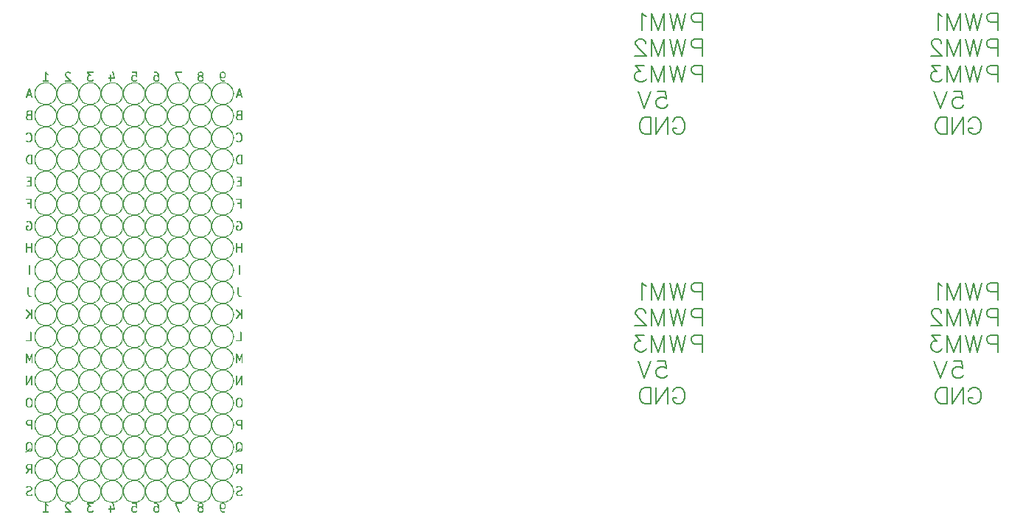
<source format=gbo>
%MOIN*%
%OFA0B0*%
%FSLAX46Y46*%
%IPPOS*%
%LPD*%
%ADD24C,0.008*%
%ADD35C,0.008*%
%ADD36C,0.008*%
%ADD37C,0.008*%
G90*
G54D24*
G01X0002935472Y0000553661D02*
G01X0002939055Y0000560944D01*
G01X0002946377Y0000568267D01*
G01X0002953661Y0000571850D01*
G01X0002968149Y0000571850D01*
G01X0002975472Y0000568267D01*
G01X0002982677Y0000560944D01*
G01X0002986377Y0000553661D01*
G01X0002989960Y0000542755D01*
G01X0002989960Y0000524566D01*
G01X0002986377Y0000513661D01*
G01X0002982677Y0000506338D01*
G01X0002975472Y0000499133D01*
G01X0002968149Y0000495433D01*
G01X0002953661Y0000495433D01*
G01X0002946377Y0000499133D01*
G01X0002939055Y0000506338D01*
G01X0002935472Y0000513661D01*
G01X0002935472Y0000524566D01*
G01X0002953661Y0000524566D02*
G01X0002935472Y0000524566D01*
G01X0002911456Y0000571850D02*
G01X0002911456Y0000495433D01*
G01X0002911456Y0000571850D02*
G01X0002860551Y0000495433D01*
G01X0002860551Y0000571850D02*
G01X0002860551Y0000495433D01*
G01X0002836574Y0000571850D02*
G01X0002836574Y0000495433D01*
G01X0002836574Y0000571850D02*
G01X0002811062Y0000571850D01*
G01X0002800157Y0000568267D01*
G01X0002792874Y0000560944D01*
G01X0002789251Y0000553661D01*
G01X0002785669Y0000542755D01*
G01X0002785669Y0000524566D01*
G01X0002789251Y0000513661D01*
G01X0002792874Y0000506338D01*
G01X0002800157Y0000499133D01*
G01X0002811062Y0000495433D01*
G01X0002836574Y0000495433D01*
G01X0002867637Y0000689960D02*
G01X0002903937Y0000689960D01*
G01X0002907637Y0000657244D01*
G01X0002903937Y0000660866D01*
G01X0002893031Y0000664566D01*
G01X0002882125Y0000664566D01*
G01X0002871220Y0000660866D01*
G01X0002863937Y0000653543D01*
G01X0002860314Y0000642637D01*
G01X0002860314Y0000635433D01*
G01X0002863937Y0000624566D01*
G01X0002871220Y0000617244D01*
G01X0002882125Y0000613543D01*
G01X0002893031Y0000613543D01*
G01X0002903937Y0000617244D01*
G01X0002907637Y0000620866D01*
G01X0002911220Y0000628149D01*
G01X0002836338Y0000689960D02*
G01X0002807204Y0000613543D01*
G01X0002778110Y0000689960D02*
G01X0002807204Y0000613543D01*
G01X0003068700Y0000808070D02*
G01X0003068700Y0000731771D01*
G01X0003068700Y0000808070D02*
G01X0003035984Y0000808070D01*
G01X0003025118Y0000804448D01*
G01X0003021417Y0000800748D01*
G01X0003017795Y0000793543D01*
G01X0003017795Y0000782637D01*
G01X0003021417Y0000775354D01*
G01X0003025118Y0000771771D01*
G01X0003035984Y0000768070D01*
G01X0003068700Y0000768070D01*
G01X0002993818Y0000808070D02*
G01X0002975590Y0000731771D01*
G01X0002957401Y0000808070D02*
G01X0002975590Y0000731771D01*
G01X0002957401Y0000808070D02*
G01X0002939291Y0000731771D01*
G01X0002921102Y0000808070D02*
G01X0002939291Y0000731771D01*
G01X0002897086Y0000808070D02*
G01X0002897086Y0000731771D01*
G01X0002897086Y0000808070D02*
G01X0002867992Y0000731771D01*
G01X0002838897Y0000808070D02*
G01X0002867992Y0000731771D01*
G01X0002838897Y0000808070D02*
G01X0002838897Y0000731771D01*
G01X0002807598Y0000808070D02*
G01X0002767598Y0000808070D01*
G01X0002789409Y0000778937D01*
G01X0002778503Y0000778937D01*
G01X0002771299Y0000775354D01*
G01X0002767598Y0000771771D01*
G01X0002764015Y0000760748D01*
G01X0002764015Y0000753543D01*
G01X0002767598Y0000742637D01*
G01X0002774881Y0000735354D01*
G01X0002785787Y0000731771D01*
G01X0002796692Y0000731771D01*
G01X0002807598Y0000735354D01*
G01X0002811299Y0000738937D01*
G01X0002814881Y0000746259D01*
G01X0003068700Y0000926141D02*
G01X0003068700Y0000849842D01*
G01X0003068700Y0000926141D02*
G01X0003035984Y0000926141D01*
G01X0003025118Y0000922559D01*
G01X0003021417Y0000918937D01*
G01X0003017795Y0000911653D01*
G01X0003017795Y0000900748D01*
G01X0003021417Y0000893464D01*
G01X0003025118Y0000889842D01*
G01X0003035984Y0000886141D01*
G01X0003068700Y0000886141D01*
G01X0002993818Y0000926141D02*
G01X0002975590Y0000849842D01*
G01X0002957401Y0000926141D02*
G01X0002975590Y0000849842D01*
G01X0002957401Y0000926141D02*
G01X0002939291Y0000849842D01*
G01X0002921102Y0000926141D02*
G01X0002939291Y0000849842D01*
G01X0002897086Y0000926141D02*
G01X0002897086Y0000849842D01*
G01X0002897086Y0000926141D02*
G01X0002867992Y0000849842D01*
G01X0002838897Y0000926141D02*
G01X0002867992Y0000849842D01*
G01X0002838897Y0000926141D02*
G01X0002838897Y0000849842D01*
G01X0002811299Y0000908070D02*
G01X0002811299Y0000911653D01*
G01X0002807598Y0000918937D01*
G01X0002804015Y0000922559D01*
G01X0002796692Y0000926141D01*
G01X0002782204Y0000926141D01*
G01X0002774881Y0000922559D01*
G01X0002771299Y0000918937D01*
G01X0002767598Y0000911653D01*
G01X0002767598Y0000904370D01*
G01X0002771299Y0000897047D01*
G01X0002778503Y0000886141D01*
G01X0002814881Y0000849842D01*
G01X0002764015Y0000849842D01*
G01X0003068700Y0001044251D02*
G01X0003068700Y0000967952D01*
G01X0003068700Y0001044251D02*
G01X0003035984Y0001044251D01*
G01X0003025118Y0001040669D01*
G01X0003021417Y0001037047D01*
G01X0003017795Y0001029763D01*
G01X0003017795Y0001018858D01*
G01X0003021417Y0001011535D01*
G01X0003025118Y0001007952D01*
G01X0003035984Y0001004251D01*
G01X0003068700Y0001004251D01*
G01X0002993818Y0001044251D02*
G01X0002975590Y0000967952D01*
G01X0002957401Y0001044251D02*
G01X0002975590Y0000967952D01*
G01X0002957401Y0001044251D02*
G01X0002939291Y0000967952D01*
G01X0002921102Y0001044251D02*
G01X0002939291Y0000967952D01*
G01X0002897086Y0001044251D02*
G01X0002897086Y0000967952D01*
G01X0002897086Y0001044251D02*
G01X0002867992Y0000967952D01*
G01X0002838897Y0001044251D02*
G01X0002867992Y0000967952D01*
G01X0002838897Y0001044251D02*
G01X0002838897Y0000967952D01*
G01X0002814881Y0001029763D02*
G01X0002807598Y0001033346D01*
G01X0002796692Y0001044251D01*
G01X0002796692Y0000967952D01*
G04 next file*
G04 Layer: BottomSilkLayer*
G04 EasyEDA v6.3.53, 2020-06-26T16:53:54--4:00*
G04 395d111042f2402990e7a52cfaf045f1,10*
G04 Gerber Generator version 0.2*
G04 Scale: 100 percent, Rotated: No, Reflected: No *
G04 Dimensions in millimeters *
G04 leading zeros omitted , absolute positions ,3 integer and 3 decimal *
G90*
G04 skipping 71
D35*
G01X0002935472Y0001774094D02*
G01X0002939055Y0001781377D01*
G01X0002946377Y0001788700D01*
G01X0002953661Y0001792283D01*
G01X0002968149Y0001792283D01*
G01X0002975472Y0001788700D01*
G01X0002982677Y0001781377D01*
G01X0002986377Y0001774094D01*
G01X0002989960Y0001763188D01*
G01X0002989960Y0001745000D01*
G01X0002986377Y0001734094D01*
G01X0002982677Y0001726771D01*
G01X0002975472Y0001719566D01*
G01X0002968149Y0001715866D01*
G01X0002953661Y0001715866D01*
G01X0002946377Y0001719566D01*
G01X0002939055Y0001726771D01*
G01X0002935472Y0001734094D01*
G01X0002935472Y0001745000D01*
G01X0002953661Y0001745000D02*
G01X0002935472Y0001745000D01*
G01X0002911456Y0001792283D02*
G01X0002911456Y0001715866D01*
G01X0002911456Y0001792283D02*
G01X0002860551Y0001715866D01*
G01X0002860551Y0001792283D02*
G01X0002860551Y0001715866D01*
G01X0002836574Y0001792283D02*
G01X0002836574Y0001715866D01*
G01X0002836574Y0001792283D02*
G01X0002811062Y0001792283D01*
G01X0002800157Y0001788700D01*
G01X0002792874Y0001781377D01*
G01X0002789251Y0001774094D01*
G01X0002785669Y0001763188D01*
G01X0002785669Y0001745000D01*
G01X0002789251Y0001734094D01*
G01X0002792874Y0001726771D01*
G01X0002800157Y0001719566D01*
G01X0002811062Y0001715866D01*
G01X0002836574Y0001715866D01*
G01X0002867637Y0001910393D02*
G01X0002903937Y0001910393D01*
G01X0002907637Y0001877677D01*
G01X0002903937Y0001881299D01*
G01X0002893031Y0001885000D01*
G01X0002882125Y0001885000D01*
G01X0002871220Y0001881299D01*
G01X0002863937Y0001873976D01*
G01X0002860314Y0001863070D01*
G01X0002860314Y0001855866D01*
G01X0002863937Y0001845000D01*
G01X0002871220Y0001837677D01*
G01X0002882125Y0001833976D01*
G01X0002893031Y0001833976D01*
G01X0002903937Y0001837677D01*
G01X0002907637Y0001841299D01*
G01X0002911220Y0001848582D01*
G01X0002836338Y0001910393D02*
G01X0002807204Y0001833976D01*
G01X0002778110Y0001910393D02*
G01X0002807204Y0001833976D01*
G01X0003068700Y0002028503D02*
G01X0003068700Y0001952204D01*
G01X0003068700Y0002028503D02*
G01X0003035984Y0002028503D01*
G01X0003025118Y0002024881D01*
G01X0003021417Y0002021181D01*
G01X0003017795Y0002013976D01*
G01X0003017795Y0002003070D01*
G01X0003021417Y0001995787D01*
G01X0003025118Y0001992204D01*
G01X0003035984Y0001988503D01*
G01X0003068700Y0001988503D01*
G01X0002993818Y0002028503D02*
G01X0002975590Y0001952204D01*
G01X0002957401Y0002028503D02*
G01X0002975590Y0001952204D01*
G01X0002957401Y0002028503D02*
G01X0002939291Y0001952204D01*
G01X0002921102Y0002028503D02*
G01X0002939291Y0001952204D01*
G01X0002897086Y0002028503D02*
G01X0002897086Y0001952204D01*
G01X0002897086Y0002028503D02*
G01X0002867992Y0001952204D01*
G01X0002838897Y0002028503D02*
G01X0002867992Y0001952204D01*
G01X0002838897Y0002028503D02*
G01X0002838897Y0001952204D01*
G01X0002807598Y0002028503D02*
G01X0002767598Y0002028503D01*
G01X0002789409Y0001999370D01*
G01X0002778503Y0001999370D01*
G01X0002771299Y0001995787D01*
G01X0002767598Y0001992204D01*
G01X0002764015Y0001981181D01*
G01X0002764015Y0001973976D01*
G01X0002767598Y0001963070D01*
G01X0002774881Y0001955787D01*
G01X0002785787Y0001952204D01*
G01X0002796692Y0001952204D01*
G01X0002807598Y0001955787D01*
G01X0002811299Y0001959370D01*
G01X0002814881Y0001966692D01*
G01X0003068700Y0002146574D02*
G01X0003068700Y0002070275D01*
G01X0003068700Y0002146574D02*
G01X0003035984Y0002146574D01*
G01X0003025118Y0002142992D01*
G01X0003021417Y0002139370D01*
G01X0003017795Y0002132086D01*
G01X0003017795Y0002121181D01*
G01X0003021417Y0002113897D01*
G01X0003025118Y0002110275D01*
G01X0003035984Y0002106574D01*
G01X0003068700Y0002106574D01*
G01X0002993818Y0002146574D02*
G01X0002975590Y0002070275D01*
G01X0002957401Y0002146574D02*
G01X0002975590Y0002070275D01*
G01X0002957401Y0002146574D02*
G01X0002939291Y0002070275D01*
G01X0002921102Y0002146574D02*
G01X0002939291Y0002070275D01*
G01X0002897086Y0002146574D02*
G01X0002897086Y0002070275D01*
G01X0002897086Y0002146574D02*
G01X0002867992Y0002070275D01*
G01X0002838897Y0002146574D02*
G01X0002867992Y0002070275D01*
G01X0002838897Y0002146574D02*
G01X0002838897Y0002070275D01*
G01X0002811299Y0002128503D02*
G01X0002811299Y0002132086D01*
G01X0002807598Y0002139370D01*
G01X0002804015Y0002142992D01*
G01X0002796692Y0002146574D01*
G01X0002782204Y0002146574D01*
G01X0002774881Y0002142992D01*
G01X0002771299Y0002139370D01*
G01X0002767598Y0002132086D01*
G01X0002767598Y0002124803D01*
G01X0002771299Y0002117480D01*
G01X0002778503Y0002106574D01*
G01X0002814881Y0002070275D01*
G01X0002764015Y0002070275D01*
G01X0003068700Y0002264685D02*
G01X0003068700Y0002188385D01*
G01X0003068700Y0002264685D02*
G01X0003035984Y0002264685D01*
G01X0003025118Y0002261102D01*
G01X0003021417Y0002257480D01*
G01X0003017795Y0002250196D01*
G01X0003017795Y0002239291D01*
G01X0003021417Y0002231968D01*
G01X0003025118Y0002228385D01*
G01X0003035984Y0002224685D01*
G01X0003068700Y0002224685D01*
G01X0002993818Y0002264685D02*
G01X0002975590Y0002188385D01*
G01X0002957401Y0002264685D02*
G01X0002975590Y0002188385D01*
G01X0002957401Y0002264685D02*
G01X0002939291Y0002188385D01*
G01X0002921102Y0002264685D02*
G01X0002939291Y0002188385D01*
G01X0002897086Y0002264685D02*
G01X0002897086Y0002188385D01*
G01X0002897086Y0002264685D02*
G01X0002867992Y0002188385D01*
G01X0002838897Y0002264685D02*
G01X0002867992Y0002188385D01*
G01X0002838897Y0002264685D02*
G01X0002838897Y0002188385D01*
G01X0002814881Y0002250196D02*
G01X0002807598Y0002253779D01*
G01X0002796692Y0002264685D01*
G01X0002796692Y0002188385D01*
G04 next file*
G04 Layer: BottomSilkLayer*
G04 EasyEDA v6.3.53, 2020-06-26T16:53:54--4:00*
G04 395d111042f2402990e7a52cfaf045f1,10*
G04 Gerber Generator version 0.2*
G04 Scale: 100 percent, Rotated: No, Reflected: No *
G04 Dimensions in millimeters *
G04 leading zeros omitted , absolute positions ,3 integer and 3 decimal *
G90*
G04 skipping 71
D36*
G01X0004274055Y0000553661D02*
G01X0004277637Y0000560944D01*
G01X0004284960Y0000568267D01*
G01X0004292244Y0000571850D01*
G01X0004306732Y0000571850D01*
G01X0004314055Y0000568267D01*
G01X0004321259Y0000560944D01*
G01X0004324960Y0000553661D01*
G01X0004328543Y0000542755D01*
G01X0004328543Y0000524566D01*
G01X0004324960Y0000513661D01*
G01X0004321259Y0000506338D01*
G01X0004314055Y0000499133D01*
G01X0004306732Y0000495433D01*
G01X0004292244Y0000495433D01*
G01X0004284960Y0000499133D01*
G01X0004277637Y0000506338D01*
G01X0004274055Y0000513661D01*
G01X0004274055Y0000524566D01*
G01X0004292244Y0000524566D02*
G01X0004274055Y0000524566D01*
G01X0004250039Y0000571850D02*
G01X0004250039Y0000495433D01*
G01X0004250039Y0000571850D02*
G01X0004199133Y0000495433D01*
G01X0004199133Y0000571850D02*
G01X0004199133Y0000495433D01*
G01X0004175157Y0000571850D02*
G01X0004175157Y0000495433D01*
G01X0004175157Y0000571850D02*
G01X0004149645Y0000571850D01*
G01X0004138740Y0000568267D01*
G01X0004131456Y0000560944D01*
G01X0004127834Y0000553661D01*
G01X0004124251Y0000542755D01*
G01X0004124251Y0000524566D01*
G01X0004127834Y0000513661D01*
G01X0004131456Y0000506338D01*
G01X0004138740Y0000499133D01*
G01X0004149645Y0000495433D01*
G01X0004175157Y0000495433D01*
G01X0004206220Y0000689960D02*
G01X0004242519Y0000689960D01*
G01X0004246220Y0000657244D01*
G01X0004242519Y0000660866D01*
G01X0004231614Y0000664566D01*
G01X0004220708Y0000664566D01*
G01X0004209803Y0000660866D01*
G01X0004202519Y0000653543D01*
G01X0004198897Y0000642637D01*
G01X0004198897Y0000635433D01*
G01X0004202519Y0000624566D01*
G01X0004209803Y0000617244D01*
G01X0004220708Y0000613543D01*
G01X0004231614Y0000613543D01*
G01X0004242519Y0000617244D01*
G01X0004246220Y0000620866D01*
G01X0004249803Y0000628149D01*
G01X0004174921Y0000689960D02*
G01X0004145787Y0000613543D01*
G01X0004116692Y0000689960D02*
G01X0004145787Y0000613543D01*
G01X0004407283Y0000808070D02*
G01X0004407283Y0000731771D01*
G01X0004407283Y0000808070D02*
G01X0004374566Y0000808070D01*
G01X0004363700Y0000804448D01*
G01X0004360000Y0000800748D01*
G01X0004356377Y0000793543D01*
G01X0004356377Y0000782637D01*
G01X0004360000Y0000775354D01*
G01X0004363700Y0000771771D01*
G01X0004374566Y0000768070D01*
G01X0004407283Y0000768070D01*
G01X0004332401Y0000808070D02*
G01X0004314173Y0000731771D01*
G01X0004295984Y0000808070D02*
G01X0004314173Y0000731771D01*
G01X0004295984Y0000808070D02*
G01X0004277874Y0000731771D01*
G01X0004259685Y0000808070D02*
G01X0004277874Y0000731771D01*
G01X0004235669Y0000808070D02*
G01X0004235669Y0000731771D01*
G01X0004235669Y0000808070D02*
G01X0004206574Y0000731771D01*
G01X0004177480Y0000808070D02*
G01X0004206574Y0000731771D01*
G01X0004177480Y0000808070D02*
G01X0004177480Y0000731771D01*
G01X0004146181Y0000808070D02*
G01X0004106181Y0000808070D01*
G01X0004127992Y0000778937D01*
G01X0004117086Y0000778937D01*
G01X0004109881Y0000775354D01*
G01X0004106181Y0000771771D01*
G01X0004102598Y0000760748D01*
G01X0004102598Y0000753543D01*
G01X0004106181Y0000742637D01*
G01X0004113464Y0000735354D01*
G01X0004124370Y0000731771D01*
G01X0004135275Y0000731771D01*
G01X0004146181Y0000735354D01*
G01X0004149881Y0000738937D01*
G01X0004153464Y0000746259D01*
G01X0004407283Y0000926141D02*
G01X0004407283Y0000849842D01*
G01X0004407283Y0000926141D02*
G01X0004374566Y0000926141D01*
G01X0004363700Y0000922559D01*
G01X0004360000Y0000918937D01*
G01X0004356377Y0000911653D01*
G01X0004356377Y0000900748D01*
G01X0004360000Y0000893464D01*
G01X0004363700Y0000889842D01*
G01X0004374566Y0000886141D01*
G01X0004407283Y0000886141D01*
G01X0004332401Y0000926141D02*
G01X0004314173Y0000849842D01*
G01X0004295984Y0000926141D02*
G01X0004314173Y0000849842D01*
G01X0004295984Y0000926141D02*
G01X0004277874Y0000849842D01*
G01X0004259685Y0000926141D02*
G01X0004277874Y0000849842D01*
G01X0004235669Y0000926141D02*
G01X0004235669Y0000849842D01*
G01X0004235669Y0000926141D02*
G01X0004206574Y0000849842D01*
G01X0004177480Y0000926141D02*
G01X0004206574Y0000849842D01*
G01X0004177480Y0000926141D02*
G01X0004177480Y0000849842D01*
G01X0004149881Y0000908070D02*
G01X0004149881Y0000911653D01*
G01X0004146181Y0000918937D01*
G01X0004142598Y0000922559D01*
G01X0004135275Y0000926141D01*
G01X0004120787Y0000926141D01*
G01X0004113464Y0000922559D01*
G01X0004109881Y0000918937D01*
G01X0004106181Y0000911653D01*
G01X0004106181Y0000904370D01*
G01X0004109881Y0000897047D01*
G01X0004117086Y0000886141D01*
G01X0004153464Y0000849842D01*
G01X0004102598Y0000849842D01*
G01X0004407283Y0001044251D02*
G01X0004407283Y0000967952D01*
G01X0004407283Y0001044251D02*
G01X0004374566Y0001044251D01*
G01X0004363700Y0001040669D01*
G01X0004360000Y0001037047D01*
G01X0004356377Y0001029763D01*
G01X0004356377Y0001018858D01*
G01X0004360000Y0001011535D01*
G01X0004363700Y0001007952D01*
G01X0004374566Y0001004251D01*
G01X0004407283Y0001004251D01*
G01X0004332401Y0001044251D02*
G01X0004314173Y0000967952D01*
G01X0004295984Y0001044251D02*
G01X0004314173Y0000967952D01*
G01X0004295984Y0001044251D02*
G01X0004277874Y0000967952D01*
G01X0004259685Y0001044251D02*
G01X0004277874Y0000967952D01*
G01X0004235669Y0001044251D02*
G01X0004235669Y0000967952D01*
G01X0004235669Y0001044251D02*
G01X0004206574Y0000967952D01*
G01X0004177480Y0001044251D02*
G01X0004206574Y0000967952D01*
G01X0004177480Y0001044251D02*
G01X0004177480Y0000967952D01*
G01X0004153464Y0001029763D02*
G01X0004146181Y0001033346D01*
G01X0004135275Y0001044251D01*
G01X0004135275Y0000967952D01*
G04 next file*
G04 Layer: BottomSilkLayer*
G04 EasyEDA v6.3.53, 2020-06-26T16:53:54--4:00*
G04 395d111042f2402990e7a52cfaf045f1,10*
G04 Gerber Generator version 0.2*
G04 Scale: 100 percent, Rotated: No, Reflected: No *
G04 Dimensions in millimeters *
G04 leading zeros omitted , absolute positions ,3 integer and 3 decimal *
G90*
G04 skipping 71
D37*
G01X0004274055Y0001774094D02*
G01X0004277637Y0001781377D01*
G01X0004284960Y0001788700D01*
G01X0004292244Y0001792283D01*
G01X0004306732Y0001792283D01*
G01X0004314055Y0001788700D01*
G01X0004321259Y0001781377D01*
G01X0004324960Y0001774094D01*
G01X0004328543Y0001763188D01*
G01X0004328543Y0001745000D01*
G01X0004324960Y0001734094D01*
G01X0004321259Y0001726771D01*
G01X0004314055Y0001719566D01*
G01X0004306732Y0001715866D01*
G01X0004292244Y0001715866D01*
G01X0004284960Y0001719566D01*
G01X0004277637Y0001726771D01*
G01X0004274055Y0001734094D01*
G01X0004274055Y0001745000D01*
G01X0004292244Y0001745000D02*
G01X0004274055Y0001745000D01*
G01X0004250039Y0001792283D02*
G01X0004250039Y0001715866D01*
G01X0004250039Y0001792283D02*
G01X0004199133Y0001715866D01*
G01X0004199133Y0001792283D02*
G01X0004199133Y0001715866D01*
G01X0004175157Y0001792283D02*
G01X0004175157Y0001715866D01*
G01X0004175157Y0001792283D02*
G01X0004149645Y0001792283D01*
G01X0004138740Y0001788700D01*
G01X0004131456Y0001781377D01*
G01X0004127834Y0001774094D01*
G01X0004124251Y0001763188D01*
G01X0004124251Y0001745000D01*
G01X0004127834Y0001734094D01*
G01X0004131456Y0001726771D01*
G01X0004138740Y0001719566D01*
G01X0004149645Y0001715866D01*
G01X0004175157Y0001715866D01*
G01X0004206220Y0001910393D02*
G01X0004242519Y0001910393D01*
G01X0004246220Y0001877677D01*
G01X0004242519Y0001881299D01*
G01X0004231614Y0001885000D01*
G01X0004220708Y0001885000D01*
G01X0004209803Y0001881299D01*
G01X0004202519Y0001873976D01*
G01X0004198897Y0001863070D01*
G01X0004198897Y0001855866D01*
G01X0004202519Y0001845000D01*
G01X0004209803Y0001837677D01*
G01X0004220708Y0001833976D01*
G01X0004231614Y0001833976D01*
G01X0004242519Y0001837677D01*
G01X0004246220Y0001841299D01*
G01X0004249803Y0001848582D01*
G01X0004174921Y0001910393D02*
G01X0004145787Y0001833976D01*
G01X0004116692Y0001910393D02*
G01X0004145787Y0001833976D01*
G01X0004407283Y0002028503D02*
G01X0004407283Y0001952204D01*
G01X0004407283Y0002028503D02*
G01X0004374566Y0002028503D01*
G01X0004363700Y0002024881D01*
G01X0004360000Y0002021181D01*
G01X0004356377Y0002013976D01*
G01X0004356377Y0002003070D01*
G01X0004360000Y0001995787D01*
G01X0004363700Y0001992204D01*
G01X0004374566Y0001988503D01*
G01X0004407283Y0001988503D01*
G01X0004332401Y0002028503D02*
G01X0004314173Y0001952204D01*
G01X0004295984Y0002028503D02*
G01X0004314173Y0001952204D01*
G01X0004295984Y0002028503D02*
G01X0004277874Y0001952204D01*
G01X0004259685Y0002028503D02*
G01X0004277874Y0001952204D01*
G01X0004235669Y0002028503D02*
G01X0004235669Y0001952204D01*
G01X0004235669Y0002028503D02*
G01X0004206574Y0001952204D01*
G01X0004177480Y0002028503D02*
G01X0004206574Y0001952204D01*
G01X0004177480Y0002028503D02*
G01X0004177480Y0001952204D01*
G01X0004146181Y0002028503D02*
G01X0004106181Y0002028503D01*
G01X0004127992Y0001999370D01*
G01X0004117086Y0001999370D01*
G01X0004109881Y0001995787D01*
G01X0004106181Y0001992204D01*
G01X0004102598Y0001981181D01*
G01X0004102598Y0001973976D01*
G01X0004106181Y0001963070D01*
G01X0004113464Y0001955787D01*
G01X0004124370Y0001952204D01*
G01X0004135275Y0001952204D01*
G01X0004146181Y0001955787D01*
G01X0004149881Y0001959370D01*
G01X0004153464Y0001966692D01*
G01X0004407283Y0002146574D02*
G01X0004407283Y0002070275D01*
G01X0004407283Y0002146574D02*
G01X0004374566Y0002146574D01*
G01X0004363700Y0002142992D01*
G01X0004360000Y0002139370D01*
G01X0004356377Y0002132086D01*
G01X0004356377Y0002121181D01*
G01X0004360000Y0002113897D01*
G01X0004363700Y0002110275D01*
G01X0004374566Y0002106574D01*
G01X0004407283Y0002106574D01*
G01X0004332401Y0002146574D02*
G01X0004314173Y0002070275D01*
G01X0004295984Y0002146574D02*
G01X0004314173Y0002070275D01*
G01X0004295984Y0002146574D02*
G01X0004277874Y0002070275D01*
G01X0004259685Y0002146574D02*
G01X0004277874Y0002070275D01*
G01X0004235669Y0002146574D02*
G01X0004235669Y0002070275D01*
G01X0004235669Y0002146574D02*
G01X0004206574Y0002070275D01*
G01X0004177480Y0002146574D02*
G01X0004206574Y0002070275D01*
G01X0004177480Y0002146574D02*
G01X0004177480Y0002070275D01*
G01X0004149881Y0002128503D02*
G01X0004149881Y0002132086D01*
G01X0004146181Y0002139370D01*
G01X0004142598Y0002142992D01*
G01X0004135275Y0002146574D01*
G01X0004120787Y0002146574D01*
G01X0004113464Y0002142992D01*
G01X0004109881Y0002139370D01*
G01X0004106181Y0002132086D01*
G01X0004106181Y0002124803D01*
G01X0004109881Y0002117480D01*
G01X0004117086Y0002106574D01*
G01X0004153464Y0002070275D01*
G01X0004102598Y0002070275D01*
G01X0004407283Y0002264685D02*
G01X0004407283Y0002188385D01*
G01X0004407283Y0002264685D02*
G01X0004374566Y0002264685D01*
G01X0004363700Y0002261102D01*
G01X0004360000Y0002257480D01*
G01X0004356377Y0002250196D01*
G01X0004356377Y0002239291D01*
G01X0004360000Y0002231968D01*
G01X0004363700Y0002228385D01*
G01X0004374566Y0002224685D01*
G01X0004407283Y0002224685D01*
G01X0004332401Y0002264685D02*
G01X0004314173Y0002188385D01*
G01X0004295984Y0002264685D02*
G01X0004314173Y0002188385D01*
G01X0004295984Y0002264685D02*
G01X0004277874Y0002188385D01*
G01X0004259685Y0002264685D02*
G01X0004277874Y0002188385D01*
G01X0004235669Y0002264685D02*
G01X0004235669Y0002188385D01*
G01X0004235669Y0002264685D02*
G01X0004206574Y0002188385D01*
G01X0004177480Y0002264685D02*
G01X0004206574Y0002188385D01*
G01X0004177480Y0002264685D02*
G01X0004177480Y0002188385D01*
G01X0004153464Y0002250196D02*
G01X0004146181Y0002253779D01*
G01X0004135275Y0002264685D01*
G01X0004135275Y0002188385D01*
G04 next file*
G04 Gerber Fmt 4.6, Leading zero omitted, Abs format (unit mm)*
G04 Created by KiCad (PCBNEW (5.1.6)-1) date 2020-09-18 20:45:58*
G01*
G04 APERTURE LIST*
G04 APERTURE END LIST*
G04 next file*
G04 Gerber Fmt 4.6, Leading zero omitted, Abs format (unit mm)*
G04 Created by KiCad (PCBNEW (5.1.6)-1) date 2020-09-18 13:03:01*
G01*
G04 APERTURE LIST*
G04 APERTURE END LIST*
G04 next file*
G04 Gerber Fmt 4.6, Leading zero omitted, Abs format (unit mm)*
G04 Created by KiCad (PCBNEW (5.1.6)-1) date 2020-09-18 13:03:01*
G01*
G04 APERTURE LIST*
G04 APERTURE END LIST*
G04 next file*
G04 Gerber Fmt 4.6, Leading zero omitted, Abs format (unit mm)*
G04 Created by KiCad (PCBNEW (5.1.6)-1) date 2020-09-18 13:03:01*
G01*
G04 APERTURE LIST*
G04 APERTURE END LIST*
G04 next file*
G04 Gerber Fmt 4.6, Leading zero omitted, Abs format (unit mm)*
G04 Created by KiCad (PCBNEW (5.1.6)-1) date 2020-09-18 13:03:01*
G01*
G04 APERTURE LIST*
G04 APERTURE END LIST*
G04 next file*
G36*
X0000980500Y0000079300D02*
G01*
X0000981400Y0000079399D01*
X0000987000Y0000081299D01*
X0000987800Y0000081700D01*
X0000988500Y0000082399D01*
X0000988900Y0000083199D01*
X0000989100Y0000084100D01*
X0000988900Y0000085000D01*
X0000988500Y0000085900D01*
X0000987800Y0000086500D01*
X0000987000Y0000086900D01*
X0000986100Y0000087100D01*
X0000985200Y0000086900D01*
X0000979600Y0000085000D01*
X0000978700Y0000084600D01*
X0000978100Y0000084000D01*
X0000977700Y0000083199D01*
X0000977500Y0000082200D01*
X0000977700Y0000081299D01*
X0000978100Y0000080499D01*
X0000978700Y0000079900D01*
X0000979600Y0000079399D01*
X0000980500Y0000079300D01*
G37*
G36*
X0000980500Y0000079300D02*
G01*
X0000981400Y0000079399D01*
X0000982200Y0000079900D01*
X0000982900Y0000080499D01*
X0000983300Y0000081299D01*
X0000983400Y0000082200D01*
X0000983300Y0000083199D01*
X0000982900Y0000084000D01*
X0000982200Y0000084600D01*
X0000981400Y0000085000D01*
X0000980500Y0000085200D01*
X0000971100Y0000085200D01*
X0000970200Y0000085000D01*
X0000969400Y0000084600D01*
X0000968700Y0000084000D01*
X0000968300Y0000083199D01*
X0000968100Y0000082200D01*
X0000968300Y0000081299D01*
X0000968700Y0000080499D01*
X0000969400Y0000079900D01*
X0000970200Y0000079399D01*
X0000971100Y0000079300D01*
X0000980500Y0000079300D01*
G37*
G36*
X0000971100Y0000079300D02*
G01*
X0000972000Y0000079399D01*
X0000972800Y0000079900D01*
X0000973500Y0000080499D01*
X0000973900Y0000081299D01*
X0000974100Y0000082200D01*
X0000973900Y0000083199D01*
X0000973500Y0000084000D01*
X0000972800Y0000084600D01*
X0000972000Y0000085000D01*
X0000968300Y0000086900D01*
X0000967400Y0000087100D01*
X0000966400Y0000086900D01*
X0000965600Y0000086500D01*
X0000965000Y0000085900D01*
X0000964500Y0000085000D01*
X0000964400Y0000084100D01*
X0000964500Y0000083199D01*
X0000965000Y0000082399D01*
X0000965600Y0000081700D01*
X0000966400Y0000081299D01*
X0000970200Y0000079399D01*
X0000971100Y0000079300D01*
G37*
G36*
X0000967400Y0000081200D02*
G01*
X0000968300Y0000081299D01*
X0000969100Y0000081700D01*
X0000969700Y0000082399D01*
X0000970200Y0000083199D01*
X0000970300Y0000084100D01*
X0000970200Y0000085000D01*
X0000969700Y0000085900D01*
X0000967900Y0000087699D01*
X0000967900Y0000087699D01*
X0000967200Y0000088400D01*
X0000966400Y0000088800D01*
X0000965500Y0000088900D01*
X0000964600Y0000088800D01*
X0000963700Y0000088400D01*
X0000963100Y0000087699D01*
X0000962700Y0000086900D01*
X0000962500Y0000086000D01*
X0000962700Y0000085099D01*
X0000963100Y0000084299D01*
X0000963700Y0000083600D01*
X0000965600Y0000081700D01*
X0000966400Y0000081299D01*
X0000967400Y0000081200D01*
G37*
G36*
X0000965500Y0000083000D02*
G01*
X0000966400Y0000083199D01*
X0000967200Y0000083600D01*
X0000967900Y0000084299D01*
X0000968300Y0000085099D01*
X0000968400Y0000086000D01*
X0000968300Y0000086900D01*
X0000966400Y0000090700D01*
X0000966000Y0000091499D01*
X0000965300Y0000092100D01*
X0000964500Y0000092500D01*
X0000963600Y0000092700D01*
X0000962700Y0000092500D01*
X0000961900Y0000092100D01*
X0000961200Y0000091499D01*
X0000960800Y0000090700D01*
X0000960600Y0000089700D01*
X0000960800Y0000088800D01*
X0000960800Y0000088800D01*
X0000962700Y0000085099D01*
X0000963100Y0000084299D01*
X0000963700Y0000083600D01*
X0000964600Y0000083199D01*
X0000965500Y0000083000D01*
G37*
G36*
X0000963600Y0000086800D02*
G01*
X0000964500Y0000086900D01*
X0000965300Y0000087400D01*
X0000966000Y0000088000D01*
X0000966400Y0000088800D01*
X0000966600Y0000089700D01*
X0000966600Y0000093500D01*
X0000966400Y0000094400D01*
X0000966000Y0000095200D01*
X0000965300Y0000095900D01*
X0000964500Y0000096300D01*
X0000963600Y0000096400D01*
X0000962700Y0000096300D01*
X0000961900Y0000095900D01*
X0000961200Y0000095200D01*
X0000960800Y0000094400D01*
X0000960600Y0000093500D01*
X0000960600Y0000089700D01*
X0000960800Y0000088800D01*
X0000961200Y0000088000D01*
X0000961900Y0000087400D01*
X0000962700Y0000086900D01*
X0000963600Y0000086800D01*
G37*
G36*
X0000963600Y0000090500D02*
G01*
X0000964500Y0000090700D01*
X0000965300Y0000091099D01*
X0000966000Y0000091800D01*
X0000966400Y0000092600D01*
X0000968300Y0000096300D01*
X0000968300Y0000096300D01*
X0000968400Y0000097199D01*
X0000968300Y0000098200D01*
X0000967900Y0000099000D01*
X0000967200Y0000099600D01*
X0000966400Y0000100000D01*
X0000965500Y0000100200D01*
X0000964600Y0000100000D01*
X0000963700Y0000099600D01*
X0000963100Y0000099000D01*
X0000962700Y0000098200D01*
X0000960800Y0000094400D01*
X0000960600Y0000093500D01*
X0000960800Y0000092600D01*
X0000961200Y0000091800D01*
X0000961900Y0000091099D01*
X0000962700Y0000090700D01*
X0000963600Y0000090500D01*
G37*
G36*
X0000965500Y0000094300D02*
G01*
X0000966400Y0000094400D01*
X0000967200Y0000094800D01*
X0000967900Y0000095500D01*
X0000967900Y0000095500D01*
X0000969700Y0000097400D01*
X0000970200Y0000098200D01*
X0000970300Y0000099099D01*
X0000970200Y0000100000D01*
X0000969700Y0000100800D01*
X0000969100Y0000101500D01*
X0000968300Y0000101900D01*
X0000967400Y0000102100D01*
X0000966400Y0000101900D01*
X0000965600Y0000101500D01*
X0000965000Y0000100800D01*
X0000963700Y0000099600D01*
X0000963100Y0000099000D01*
X0000962700Y0000098200D01*
X0000962500Y0000097199D01*
X0000962700Y0000096300D01*
X0000963100Y0000095500D01*
X0000963700Y0000094800D01*
X0000964600Y0000094400D01*
X0000965500Y0000094300D01*
G37*
G36*
X0000967400Y0000096200D02*
G01*
X0000968300Y0000096300D01*
X0000972000Y0000098200D01*
X0000972800Y0000098600D01*
X0000973500Y0000099300D01*
X0000973900Y0000100100D01*
X0000974100Y0000101000D01*
X0000973900Y0000101900D01*
X0000973500Y0000102700D01*
X0000972800Y0000103400D01*
X0000972000Y0000103800D01*
X0000971100Y0000103900D01*
X0000970200Y0000103800D01*
X0000966400Y0000101900D01*
X0000965600Y0000101500D01*
X0000965000Y0000100800D01*
X0000964500Y0000100000D01*
X0000964400Y0000099099D01*
X0000964500Y0000098200D01*
X0000965000Y0000097400D01*
X0000965600Y0000096700D01*
X0000966400Y0000096300D01*
X0000967400Y0000096200D01*
G37*
G36*
X0000971100Y0000098000D02*
G01*
X0000972000Y0000098200D01*
X0000979500Y0000100100D01*
X0000980300Y0000100500D01*
X0000981000Y0000101100D01*
X0000981400Y0000102000D01*
X0000981600Y0000102900D01*
X0000981400Y0000103800D01*
X0000981000Y0000104600D01*
X0000980300Y0000105300D01*
X0000979500Y0000105700D01*
X0000978600Y0000105800D01*
X0000977700Y0000105700D01*
X0000970200Y0000103800D01*
X0000969400Y0000103400D01*
X0000968700Y0000102700D01*
X0000968300Y0000101900D01*
X0000968100Y0000101000D01*
X0000968300Y0000100100D01*
X0000968700Y0000099300D01*
X0000969400Y0000098600D01*
X0000970200Y0000098200D01*
X0000971100Y0000098000D01*
G37*
G36*
X0000978600Y0000099900D02*
G01*
X0000979500Y0000100100D01*
X0000983300Y0000101900D01*
X0000984100Y0000102300D01*
X0000984700Y0000103000D01*
X0000985200Y0000103800D01*
X0000985300Y0000104700D01*
X0000985200Y0000105600D01*
X0000984700Y0000106500D01*
X0000984100Y0000107100D01*
X0000983300Y0000107500D01*
X0000982300Y0000107700D01*
X0000981400Y0000107500D01*
X0000977700Y0000105700D01*
X0000976900Y0000105300D01*
X0000976200Y0000104600D01*
X0000975800Y0000103800D01*
X0000975600Y0000102900D01*
X0000975800Y0000102000D01*
X0000976200Y0000101100D01*
X0000976900Y0000100500D01*
X0000977700Y0000100100D01*
X0000978600Y0000099900D01*
G37*
G36*
X0000982300Y0000101800D02*
G01*
X0000983300Y0000101900D01*
X0000984100Y0000102300D01*
X0000984700Y0000103000D01*
X0000986600Y0000104900D01*
X0000987000Y0000105700D01*
X0000987200Y0000106600D01*
X0000987000Y0000107500D01*
X0000986600Y0000108300D01*
X0000986000Y0000109000D01*
X0000985100Y0000109400D01*
X0000984200Y0000109600D01*
X0000983300Y0000109400D01*
X0000982500Y0000109000D01*
X0000981800Y0000108300D01*
X0000980000Y0000106500D01*
X0000979500Y0000105600D01*
X0000979400Y0000104700D01*
X0000979500Y0000103800D01*
X0000980000Y0000103000D01*
X0000980600Y0000102300D01*
X0000981400Y0000101900D01*
X0000982300Y0000101800D01*
G37*
G36*
X0000984200Y0000103700D02*
G01*
X0000985100Y0000103800D01*
X0000986000Y0000104200D01*
X0000986600Y0000104900D01*
X0000987000Y0000105700D01*
X0000988900Y0000109400D01*
X0000988900Y0000109400D01*
X0000989100Y0000110400D01*
X0000988900Y0000111300D01*
X0000988500Y0000112100D01*
X0000987800Y0000112800D01*
X0000987000Y0000113200D01*
X0000986100Y0000113300D01*
X0000985200Y0000113200D01*
X0000984400Y0000112800D01*
X0000983700Y0000112100D01*
X0000983300Y0000111300D01*
X0000981400Y0000107500D01*
X0000981300Y0000106600D01*
X0000981400Y0000105700D01*
X0000981800Y0000104900D01*
X0000982500Y0000104200D01*
X0000983300Y0000103800D01*
X0000984200Y0000103700D01*
G37*
G36*
X0000986100Y0000107400D02*
G01*
X0000987000Y0000107600D01*
X0000987800Y0000108000D01*
X0000988500Y0000108600D01*
X0000988900Y0000109400D01*
X0000989100Y0000110400D01*
X0000989100Y0000114100D01*
X0000988900Y0000115000D01*
X0000988500Y0000115800D01*
X0000987800Y0000116500D01*
X0000987000Y0000116900D01*
X0000986100Y0000117100D01*
X0000985200Y0000116900D01*
X0000984400Y0000116500D01*
X0000983700Y0000115800D01*
X0000983300Y0000115000D01*
X0000983100Y0000114100D01*
X0000983100Y0000110400D01*
X0000983300Y0000109400D01*
X0000983700Y0000108600D01*
X0000984400Y0000108000D01*
X0000985200Y0000107600D01*
X0000986100Y0000107400D01*
G37*
G36*
X0000986100Y0000111200D02*
G01*
X0000987000Y0000111300D01*
X0000987800Y0000111700D01*
X0000988500Y0000112400D01*
X0000988900Y0000113200D01*
X0000989100Y0000114100D01*
X0000988900Y0000115000D01*
X0000987000Y0000118800D01*
X0000986600Y0000119600D01*
X0000986000Y0000120200D01*
X0000985100Y0000120700D01*
X0000984200Y0000120800D01*
X0000983300Y0000120700D01*
X0000982500Y0000120200D01*
X0000981800Y0000119600D01*
X0000981400Y0000118800D01*
X0000981300Y0000117900D01*
X0000981400Y0000116900D01*
X0000981400Y0000116900D01*
X0000983300Y0000113200D01*
X0000983700Y0000112400D01*
X0000984400Y0000111700D01*
X0000985200Y0000111300D01*
X0000986100Y0000111200D01*
G37*
G36*
X0000984200Y0000114900D02*
G01*
X0000985100Y0000115100D01*
X0000986000Y0000115500D01*
X0000986600Y0000116100D01*
X0000987000Y0000116900D01*
X0000987200Y0000117900D01*
X0000987000Y0000118800D01*
X0000986600Y0000119600D01*
X0000986000Y0000120200D01*
X0000984700Y0000121500D01*
X0000984700Y0000121500D01*
X0000984100Y0000122100D01*
X0000983300Y0000122500D01*
X0000982300Y0000122700D01*
X0000981400Y0000122500D01*
X0000980600Y0000122100D01*
X0000980000Y0000121500D01*
X0000979500Y0000120600D01*
X0000979400Y0000119700D01*
X0000979500Y0000118800D01*
X0000980000Y0000118000D01*
X0000980600Y0000117300D01*
X0000981800Y0000116100D01*
X0000981800Y0000116100D01*
X0000982500Y0000115500D01*
X0000983300Y0000115100D01*
X0000984200Y0000114900D01*
G37*
G36*
X0000982300Y0000116800D02*
G01*
X0000983300Y0000116900D01*
X0000984100Y0000117300D01*
X0000984700Y0000118000D01*
X0000985200Y0000118800D01*
X0000985300Y0000119700D01*
X0000985200Y0000120600D01*
X0000984700Y0000121500D01*
X0000984100Y0000122100D01*
X0000983300Y0000122500D01*
X0000979500Y0000124400D01*
X0000978600Y0000124600D01*
X0000977700Y0000124400D01*
X0000976900Y0000124000D01*
X0000976200Y0000123300D01*
X0000975800Y0000122500D01*
X0000975600Y0000121600D01*
X0000975800Y0000120700D01*
X0000976200Y0000119900D01*
X0000976900Y0000119200D01*
X0000977700Y0000118800D01*
X0000981400Y0000116900D01*
X0000982300Y0000116800D01*
G37*
G36*
X0000978600Y0000118700D02*
G01*
X0000979500Y0000118800D01*
X0000980300Y0000119200D01*
X0000981000Y0000119900D01*
X0000981400Y0000120700D01*
X0000981600Y0000121600D01*
X0000981400Y0000122500D01*
X0000981000Y0000123300D01*
X0000980300Y0000124000D01*
X0000979500Y0000124400D01*
X0000978600Y0000124600D01*
X0000969200Y0000124600D01*
X0000968300Y0000124400D01*
X0000967500Y0000124000D01*
X0000966800Y0000123300D01*
X0000966400Y0000122500D01*
X0000966300Y0000121600D01*
X0000966400Y0000120700D01*
X0000966800Y0000119900D01*
X0000967500Y0000119200D01*
X0000968300Y0000118800D01*
X0000969200Y0000118700D01*
X0000978600Y0000118700D01*
G37*
G36*
X0000963600Y0000116800D02*
G01*
X0000964500Y0000116900D01*
X0000970100Y0000118800D01*
X0000971000Y0000119200D01*
X0000971600Y0000119900D01*
X0000972000Y0000120700D01*
X0000972200Y0000121600D01*
X0000972000Y0000122500D01*
X0000971600Y0000123300D01*
X0000971000Y0000124000D01*
X0000970100Y0000124400D01*
X0000969200Y0000124600D01*
X0000968300Y0000124400D01*
X0000962700Y0000122500D01*
X0000961900Y0000122100D01*
X0000961200Y0000121500D01*
X0000960800Y0000120600D01*
X0000960600Y0000119700D01*
X0000960800Y0000118800D01*
X0000961200Y0000118000D01*
X0000961900Y0000117300D01*
X0000962700Y0000116900D01*
X0000963600Y0000116800D01*
G37*
G36*
X0000982300Y0001399900D02*
G01*
X0000983300Y0001400100D01*
X0000984100Y0001400500D01*
X0000984700Y0001401100D01*
X0000985200Y0001401900D01*
X0000985300Y0001402900D01*
X0000985200Y0001403799D01*
X0000984700Y0001404600D01*
X0000984100Y0001405300D01*
X0000983300Y0001405700D01*
X0000982300Y0001405800D01*
X0000969200Y0001405800D01*
X0000968300Y0001405700D01*
X0000967500Y0001405300D01*
X0000966800Y0001404600D01*
X0000966400Y0001403799D01*
X0000966300Y0001402900D01*
X0000966400Y0001401900D01*
X0000966800Y0001401100D01*
X0000967500Y0001400500D01*
X0000968300Y0001400100D01*
X0000969200Y0001399900D01*
X0000982300Y0001399900D01*
G37*
G36*
X0000982300Y0001379300D02*
G01*
X0000983300Y0001379399D01*
X0000984100Y0001379900D01*
X0000984700Y0001380500D01*
X0000985200Y0001381300D01*
X0000985300Y0001382200D01*
X0000985300Y0001421599D01*
X0000985200Y0001422500D01*
X0000984700Y0001423300D01*
X0000984100Y0001424000D01*
X0000983300Y0001424400D01*
X0000982300Y0001424600D01*
X0000981400Y0001424400D01*
X0000980600Y0001424000D01*
X0000980000Y0001423300D01*
X0000979500Y0001422500D01*
X0000979400Y0001421599D01*
X0000979400Y0001382200D01*
X0000979500Y0001381300D01*
X0000980000Y0001380500D01*
X0000980600Y0001379900D01*
X0000981400Y0001379399D01*
X0000982300Y0001379300D01*
G37*
G36*
X0000982300Y0001418700D02*
G01*
X0000983300Y0001418800D01*
X0000984100Y0001419200D01*
X0000984700Y0001419900D01*
X0000985200Y0001420700D01*
X0000985300Y0001421599D01*
X0000985200Y0001422500D01*
X0000984700Y0001423300D01*
X0000984100Y0001424000D01*
X0000983300Y0001424400D01*
X0000982300Y0001424600D01*
X0000963600Y0001424600D01*
X0000962700Y0001424400D01*
X0000961900Y0001424000D01*
X0000961200Y0001423300D01*
X0000960800Y0001422500D01*
X0000960600Y0001421599D01*
X0000960800Y0001420700D01*
X0000961200Y0001419900D01*
X0000961900Y0001419200D01*
X0000962700Y0001418800D01*
X0000963600Y0001418700D01*
X0000982300Y0001418700D01*
G37*
G36*
X0000985200Y0001579300D02*
G01*
X0000986100Y0001579399D01*
X0000986900Y0001579900D01*
X0000987500Y0001580500D01*
X0000988000Y0001581300D01*
X0000988100Y0001582200D01*
X0000988100Y0001621600D01*
X0000988000Y0001622500D01*
X0000987500Y0001623300D01*
X0000986900Y0001624000D01*
X0000986100Y0001624400D01*
X0000985200Y0001624600D01*
X0000984200Y0001624400D01*
X0000983400Y0001624000D01*
X0000982800Y0001623300D01*
X0000982400Y0001622500D01*
X0000982200Y0001621600D01*
X0000982200Y0001582200D01*
X0000982400Y0001581300D01*
X0000982800Y0001580500D01*
X0000983400Y0001579900D01*
X0000984200Y0001579399D01*
X0000985200Y0001579300D01*
G37*
G36*
X0000985200Y0001618700D02*
G01*
X0000986100Y0001618800D01*
X0000986900Y0001619200D01*
X0000987500Y0001619900D01*
X0000988000Y0001620700D01*
X0000988100Y0001621600D01*
X0000988000Y0001622500D01*
X0000987500Y0001623300D01*
X0000986900Y0001624000D01*
X0000986100Y0001624400D01*
X0000985200Y0001624600D01*
X0000975800Y0001624600D01*
X0000974900Y0001624400D01*
X0000974100Y0001624000D01*
X0000973400Y0001623300D01*
X0000973000Y0001622500D01*
X0000972800Y0001621600D01*
X0000973000Y0001620700D01*
X0000973400Y0001619900D01*
X0000974100Y0001619200D01*
X0000974900Y0001618800D01*
X0000975800Y0001618700D01*
X0000985200Y0001618700D01*
G37*
G36*
X0000970200Y0001616800D02*
G01*
X0000971100Y0001616900D01*
X0000976700Y0001618800D01*
X0000977500Y0001619200D01*
X0000978200Y0001619900D01*
X0000978600Y0001620700D01*
X0000978700Y0001621600D01*
X0000978600Y0001622500D01*
X0000978200Y0001623300D01*
X0000977500Y0001624000D01*
X0000976700Y0001624400D01*
X0000975800Y0001624600D01*
X0000974900Y0001624400D01*
X0000969300Y0001622500D01*
X0000968400Y0001622100D01*
X0000967800Y0001621500D01*
X0000967400Y0001620600D01*
X0000967200Y0001619700D01*
X0000967400Y0001618800D01*
X0000967800Y0001618000D01*
X0000968400Y0001617300D01*
X0000969300Y0001616900D01*
X0000970200Y0001616800D01*
G37*
G36*
X0000966400Y0001613000D02*
G01*
X0000967300Y0001613200D01*
X0000968100Y0001613600D01*
X0000968800Y0001614300D01*
X0000971900Y0001617300D01*
X0000972600Y0001618000D01*
X0000973000Y0001618800D01*
X0000973100Y0001619700D01*
X0000973000Y0001620600D01*
X0000972600Y0001621500D01*
X0000971900Y0001622100D01*
X0000971100Y0001622500D01*
X0000970200Y0001622700D01*
X0000969300Y0001622500D01*
X0000968400Y0001622100D01*
X0000964000Y0001617700D01*
X0000963600Y0001616900D01*
X0000963500Y0001616000D01*
X0000963600Y0001615100D01*
X0000964000Y0001614300D01*
X0000964700Y0001613600D01*
X0000965500Y0001613200D01*
X0000966400Y0001613000D01*
G37*
G36*
X0000964500Y0001609300D02*
G01*
X0000965500Y0001609400D01*
X0000966300Y0001609799D01*
X0000966900Y0001610500D01*
X0000967300Y0001611300D01*
X0000969200Y0001615000D01*
X0000969200Y0001615100D01*
X0000969400Y0001616000D01*
X0000969200Y0001616900D01*
X0000968800Y0001617700D01*
X0000968100Y0001618400D01*
X0000967300Y0001618800D01*
X0000966400Y0001618900D01*
X0000965500Y0001618800D01*
X0000964700Y0001618400D01*
X0000964000Y0001617700D01*
X0000963600Y0001616900D01*
X0000961700Y0001613100D01*
X0000961600Y0001612200D01*
X0000961700Y0001611300D01*
X0000962100Y0001610500D01*
X0000962800Y0001609799D01*
X0000963600Y0001609400D01*
X0000964500Y0001609300D01*
G37*
G36*
X0000962700Y0001601800D02*
G01*
X0000963600Y0001601900D01*
X0000964400Y0001602300D01*
X0000965100Y0001603000D01*
X0000965500Y0001603799D01*
X0000967300Y0001611300D01*
X0000967500Y0001612200D01*
X0000967300Y0001613100D01*
X0000966900Y0001614000D01*
X0000966300Y0001614600D01*
X0000965500Y0001615000D01*
X0000964500Y0001615200D01*
X0000963600Y0001615000D01*
X0000962800Y0001614600D01*
X0000962100Y0001614000D01*
X0000961700Y0001613100D01*
X0000959900Y0001605600D01*
X0000959700Y0001604700D01*
X0000959900Y0001603799D01*
X0000960300Y0001603000D01*
X0000960900Y0001602300D01*
X0000961800Y0001601900D01*
X0000962700Y0001601800D01*
G37*
G36*
X0000962700Y0001596200D02*
G01*
X0000963600Y0001596300D01*
X0000964400Y0001596700D01*
X0000965100Y0001597399D01*
X0000965500Y0001598200D01*
X0000965600Y0001599100D01*
X0000965600Y0001604700D01*
X0000965500Y0001605600D01*
X0000965100Y0001606500D01*
X0000964400Y0001607100D01*
X0000963600Y0001607500D01*
X0000962700Y0001607700D01*
X0000961800Y0001607500D01*
X0000960900Y0001607100D01*
X0000960300Y0001606500D01*
X0000959900Y0001605600D01*
X0000959700Y0001604700D01*
X0000959700Y0001599100D01*
X0000959900Y0001598200D01*
X0000960300Y0001597399D01*
X0000960900Y0001596700D01*
X0000961800Y0001596300D01*
X0000962700Y0001596200D01*
G37*
G36*
X0000964500Y0001588700D02*
G01*
X0000965500Y0001588800D01*
X0000966300Y0001589200D01*
X0000966900Y0001589900D01*
X0000967300Y0001590700D01*
X0000967500Y0001591599D01*
X0000967300Y0001592500D01*
X0000965500Y0001600000D01*
X0000965100Y0001600800D01*
X0000964400Y0001601500D01*
X0000963600Y0001601900D01*
X0000962700Y0001602100D01*
X0000961800Y0001601900D01*
X0000960900Y0001601500D01*
X0000960300Y0001600800D01*
X0000959900Y0001600000D01*
X0000959700Y0001599100D01*
X0000959900Y0001598200D01*
X0000961700Y0001590700D01*
X0000962100Y0001589900D01*
X0000962800Y0001589200D01*
X0000963600Y0001588800D01*
X0000964500Y0001588700D01*
G37*
G36*
X0000966400Y0001584900D02*
G01*
X0000967300Y0001585100D01*
X0000968100Y0001585500D01*
X0000968800Y0001586100D01*
X0000969200Y0001587000D01*
X0000969400Y0001587899D01*
X0000969200Y0001588800D01*
X0000967300Y0001592500D01*
X0000966900Y0001593300D01*
X0000966300Y0001594000D01*
X0000965500Y0001594400D01*
X0000964500Y0001594600D01*
X0000963600Y0001594400D01*
X0000962800Y0001594000D01*
X0000962100Y0001593300D01*
X0000961700Y0001592500D01*
X0000961600Y0001591599D01*
X0000961700Y0001590700D01*
X0000961700Y0001590700D01*
X0000963600Y0001587000D01*
X0000964000Y0001586100D01*
X0000964700Y0001585500D01*
X0000965500Y0001585100D01*
X0000966400Y0001584900D01*
G37*
G36*
X0000970200Y0001581200D02*
G01*
X0000971100Y0001581300D01*
X0000971900Y0001581700D01*
X0000972600Y0001582400D01*
X0000973000Y0001583200D01*
X0000973100Y0001584100D01*
X0000973000Y0001585000D01*
X0000972600Y0001585900D01*
X0000968800Y0001589600D01*
X0000968100Y0001590300D01*
X0000967300Y0001590700D01*
X0000966400Y0001590800D01*
X0000965500Y0001590700D01*
X0000964700Y0001590300D01*
X0000964000Y0001589600D01*
X0000963600Y0001588800D01*
X0000963500Y0001587899D01*
X0000963600Y0001587000D01*
X0000964000Y0001586100D01*
X0000968400Y0001581700D01*
X0000969300Y0001581300D01*
X0000970200Y0001581200D01*
G37*
G36*
X0000975800Y0001579300D02*
G01*
X0000976700Y0001579399D01*
X0000977500Y0001579900D01*
X0000978200Y0001580500D01*
X0000978600Y0001581300D01*
X0000978700Y0001582200D01*
X0000978600Y0001583200D01*
X0000978200Y0001584000D01*
X0000977500Y0001584600D01*
X0000976700Y0001585000D01*
X0000971100Y0001586900D01*
X0000970200Y0001587100D01*
X0000969300Y0001586900D01*
X0000968400Y0001586500D01*
X0000967800Y0001585900D01*
X0000967400Y0001585000D01*
X0000967200Y0001584100D01*
X0000967400Y0001583200D01*
X0000967800Y0001582400D01*
X0000968400Y0001581700D01*
X0000969300Y0001581300D01*
X0000974900Y0001579399D01*
X0000975800Y0001579300D01*
G37*
G36*
X0000985200Y0001579300D02*
G01*
X0000986100Y0001579399D01*
X0000986900Y0001579900D01*
X0000987500Y0001580500D01*
X0000988000Y0001581300D01*
X0000988100Y0001582200D01*
X0000988000Y0001583200D01*
X0000987500Y0001584000D01*
X0000986900Y0001584600D01*
X0000986100Y0001585000D01*
X0000985200Y0001585199D01*
X0000975800Y0001585199D01*
X0000974900Y0001585000D01*
X0000974100Y0001584600D01*
X0000973400Y0001584000D01*
X0000973000Y0001583200D01*
X0000972800Y0001582200D01*
X0000973000Y0001581300D01*
X0000973400Y0001580500D01*
X0000974100Y0001579900D01*
X0000974900Y0001579399D01*
X0000975800Y0001579300D01*
X0000985200Y0001579300D01*
G37*
G36*
X0000978600Y0000518700D02*
G01*
X0000979500Y0000518800D01*
X0000980300Y0000519200D01*
X0000981000Y0000519900D01*
X0000981400Y0000520700D01*
X0000981600Y0000521599D01*
X0000981400Y0000522499D01*
X0000981000Y0000523300D01*
X0000980300Y0000524000D01*
X0000979500Y0000524400D01*
X0000978600Y0000524600D01*
X0000971100Y0000524600D01*
X0000970200Y0000524400D01*
X0000969400Y0000524000D01*
X0000968700Y0000523300D01*
X0000968300Y0000522499D01*
X0000968100Y0000521599D01*
X0000968300Y0000520700D01*
X0000968700Y0000519900D01*
X0000969400Y0000519200D01*
X0000970200Y0000518800D01*
X0000971100Y0000518700D01*
X0000978600Y0000518700D01*
G37*
G36*
X0000967400Y0000516800D02*
G01*
X0000968300Y0000516900D01*
X0000972000Y0000518800D01*
X0000972800Y0000519200D01*
X0000973500Y0000519900D01*
X0000973900Y0000520700D01*
X0000974100Y0000521599D01*
X0000973900Y0000522499D01*
X0000973500Y0000523300D01*
X0000972800Y0000524000D01*
X0000972000Y0000524400D01*
X0000971100Y0000524600D01*
X0000970200Y0000524400D01*
X0000966400Y0000522499D01*
X0000965600Y0000522100D01*
X0000965000Y0000521499D01*
X0000964500Y0000520599D01*
X0000964400Y0000519700D01*
X0000964500Y0000518800D01*
X0000965000Y0000518000D01*
X0000965600Y0000517300D01*
X0000966400Y0000516900D01*
X0000967400Y0000516800D01*
G37*
G36*
X0000963600Y0000513000D02*
G01*
X0000964500Y0000513200D01*
X0000965300Y0000513599D01*
X0000966000Y0000514300D01*
X0000966000Y0000514300D01*
X0000969700Y0000518000D01*
X0000970200Y0000518800D01*
X0000970300Y0000519700D01*
X0000970200Y0000520599D01*
X0000969700Y0000521499D01*
X0000969100Y0000522100D01*
X0000968300Y0000522499D01*
X0000967400Y0000522700D01*
X0000966400Y0000522499D01*
X0000965600Y0000522100D01*
X0000961900Y0000518400D01*
X0000961200Y0000517700D01*
X0000960800Y0000516900D01*
X0000960600Y0000516000D01*
X0000960800Y0000515100D01*
X0000961200Y0000514300D01*
X0000961900Y0000513599D01*
X0000962700Y0000513200D01*
X0000963600Y0000513000D01*
G37*
G36*
X0000961700Y0000505499D02*
G01*
X0000962600Y0000505700D01*
X0000963500Y0000506100D01*
X0000964100Y0000506800D01*
X0000964500Y0000507600D01*
X0000966400Y0000515100D01*
X0000966600Y0000516000D01*
X0000966400Y0000516900D01*
X0000966000Y0000517700D01*
X0000965300Y0000518400D01*
X0000964500Y0000518800D01*
X0000963600Y0000518900D01*
X0000962700Y0000518800D01*
X0000961900Y0000518400D01*
X0000961200Y0000517700D01*
X0000960800Y0000516900D01*
X0000958900Y0000509399D01*
X0000958800Y0000508499D01*
X0000958900Y0000507600D01*
X0000959300Y0000506800D01*
X0000960000Y0000506100D01*
X0000960800Y0000505700D01*
X0000961700Y0000505499D01*
G37*
G36*
X0000961700Y0000492400D02*
G01*
X0000962600Y0000492600D01*
X0000963500Y0000493000D01*
X0000964100Y0000493600D01*
X0000964500Y0000494500D01*
X0000964700Y0000495400D01*
X0000964700Y0000508499D01*
X0000964500Y0000509399D01*
X0000964100Y0000510200D01*
X0000963500Y0000510900D01*
X0000962600Y0000511300D01*
X0000961700Y0000511399D01*
X0000960800Y0000511300D01*
X0000960000Y0000510900D01*
X0000959300Y0000510200D01*
X0000958900Y0000509399D01*
X0000958800Y0000508499D01*
X0000958800Y0000495400D01*
X0000958900Y0000494500D01*
X0000959300Y0000493600D01*
X0000960000Y0000493000D01*
X0000960800Y0000492600D01*
X0000961700Y0000492400D01*
G37*
G36*
X0000963600Y0000484900D02*
G01*
X0000964500Y0000485100D01*
X0000965300Y0000485500D01*
X0000966000Y0000486100D01*
X0000966400Y0000487000D01*
X0000966600Y0000487900D01*
X0000966400Y0000488800D01*
X0000964500Y0000496300D01*
X0000964100Y0000497100D01*
X0000963500Y0000497800D01*
X0000962600Y0000498200D01*
X0000961700Y0000498300D01*
X0000960800Y0000498200D01*
X0000960000Y0000497800D01*
X0000959300Y0000497100D01*
X0000958900Y0000496300D01*
X0000958800Y0000495400D01*
X0000958900Y0000494500D01*
X0000960800Y0000487000D01*
X0000961200Y0000486100D01*
X0000961900Y0000485500D01*
X0000962700Y0000485100D01*
X0000963600Y0000484900D01*
G37*
G36*
X0000967400Y0000481200D02*
G01*
X0000968300Y0000481300D01*
X0000969100Y0000481700D01*
X0000969700Y0000482400D01*
X0000970200Y0000483200D01*
X0000970300Y0000484100D01*
X0000970200Y0000485000D01*
X0000969700Y0000485900D01*
X0000966000Y0000489600D01*
X0000966000Y0000489600D01*
X0000965300Y0000490300D01*
X0000964500Y0000490700D01*
X0000963600Y0000490800D01*
X0000962700Y0000490700D01*
X0000961900Y0000490300D01*
X0000961200Y0000489600D01*
X0000960800Y0000488800D01*
X0000960600Y0000487900D01*
X0000960800Y0000487000D01*
X0000961200Y0000486100D01*
X0000961900Y0000485500D01*
X0000965600Y0000481700D01*
X0000966400Y0000481300D01*
X0000967400Y0000481200D01*
G37*
G36*
X0000971100Y0000479300D02*
G01*
X0000972000Y0000479400D01*
X0000972800Y0000479900D01*
X0000973500Y0000480500D01*
X0000973900Y0000481300D01*
X0000974100Y0000482200D01*
X0000973900Y0000483200D01*
X0000973500Y0000484000D01*
X0000972800Y0000484600D01*
X0000972000Y0000485000D01*
X0000968300Y0000486900D01*
X0000967400Y0000487100D01*
X0000966400Y0000486900D01*
X0000965600Y0000486500D01*
X0000965000Y0000485900D01*
X0000964500Y0000485000D01*
X0000964400Y0000484100D01*
X0000964500Y0000483200D01*
X0000965000Y0000482400D01*
X0000965600Y0000481700D01*
X0000966400Y0000481300D01*
X0000970200Y0000479400D01*
X0000971100Y0000479300D01*
G37*
G36*
X0000978600Y0000479300D02*
G01*
X0000979500Y0000479400D01*
X0000980300Y0000479900D01*
X0000981000Y0000480500D01*
X0000981400Y0000481300D01*
X0000981600Y0000482200D01*
X0000981400Y0000483200D01*
X0000981000Y0000484000D01*
X0000980300Y0000484600D01*
X0000979500Y0000485000D01*
X0000978600Y0000485200D01*
X0000971100Y0000485200D01*
X0000970200Y0000485000D01*
X0000969400Y0000484600D01*
X0000968700Y0000484000D01*
X0000968300Y0000483200D01*
X0000968100Y0000482200D01*
X0000968300Y0000481300D01*
X0000968700Y0000480500D01*
X0000969400Y0000479900D01*
X0000970200Y0000479400D01*
X0000971100Y0000479300D01*
X0000978600Y0000479300D01*
G37*
G36*
X0000978600Y0000479300D02*
G01*
X0000979500Y0000479400D01*
X0000983300Y0000481300D01*
X0000984100Y0000481700D01*
X0000984700Y0000482400D01*
X0000985200Y0000483200D01*
X0000985300Y0000484100D01*
X0000985200Y0000485000D01*
X0000984700Y0000485900D01*
X0000984100Y0000486500D01*
X0000983300Y0000486900D01*
X0000982300Y0000487100D01*
X0000981400Y0000486900D01*
X0000977700Y0000485000D01*
X0000976900Y0000484600D01*
X0000976200Y0000484000D01*
X0000975800Y0000483200D01*
X0000975600Y0000482200D01*
X0000975800Y0000481300D01*
X0000976200Y0000480500D01*
X0000976900Y0000479900D01*
X0000977700Y0000479400D01*
X0000978600Y0000479300D01*
G37*
G36*
X0000982300Y0000481200D02*
G01*
X0000983300Y0000481300D01*
X0000984100Y0000481700D01*
X0000984700Y0000482400D01*
X0000984700Y0000482400D01*
X0000987800Y0000485500D01*
X0000988500Y0000486100D01*
X0000988900Y0000487000D01*
X0000989100Y0000487900D01*
X0000988900Y0000488800D01*
X0000988500Y0000489600D01*
X0000987800Y0000490300D01*
X0000987000Y0000490700D01*
X0000986100Y0000490800D01*
X0000985200Y0000490700D01*
X0000984400Y0000490300D01*
X0000983700Y0000489600D01*
X0000980600Y0000486500D01*
X0000980000Y0000485900D01*
X0000979500Y0000485000D01*
X0000979400Y0000484100D01*
X0000979500Y0000483200D01*
X0000980000Y0000482400D01*
X0000980600Y0000481700D01*
X0000981400Y0000481300D01*
X0000982300Y0000481200D01*
G37*
G36*
X0000986100Y0000484900D02*
G01*
X0000987000Y0000485100D01*
X0000987800Y0000485500D01*
X0000988500Y0000486100D01*
X0000988900Y0000487000D01*
X0000990800Y0000494500D01*
X0000990900Y0000495400D01*
X0000990800Y0000496300D01*
X0000990400Y0000497100D01*
X0000989700Y0000497800D01*
X0000988900Y0000498200D01*
X0000988000Y0000498300D01*
X0000987100Y0000498200D01*
X0000986200Y0000497800D01*
X0000985600Y0000497100D01*
X0000985200Y0000496300D01*
X0000983300Y0000488800D01*
X0000983100Y0000487900D01*
X0000983300Y0000487000D01*
X0000983700Y0000486100D01*
X0000984400Y0000485500D01*
X0000985200Y0000485100D01*
X0000986100Y0000484900D01*
G37*
G36*
X0000988000Y0000492400D02*
G01*
X0000988900Y0000492600D01*
X0000989700Y0000493000D01*
X0000990400Y0000493600D01*
X0000990800Y0000494500D01*
X0000990900Y0000495400D01*
X0000990900Y0000508499D01*
X0000990800Y0000509399D01*
X0000990400Y0000510200D01*
X0000989700Y0000510900D01*
X0000988900Y0000511300D01*
X0000988000Y0000511399D01*
X0000987100Y0000511300D01*
X0000986200Y0000510900D01*
X0000985600Y0000510200D01*
X0000985200Y0000509399D01*
X0000985000Y0000508499D01*
X0000985000Y0000495400D01*
X0000985200Y0000494500D01*
X0000985600Y0000493600D01*
X0000986200Y0000493000D01*
X0000987100Y0000492600D01*
X0000988000Y0000492400D01*
G37*
G36*
X0000988000Y0000505499D02*
G01*
X0000988900Y0000505700D01*
X0000989700Y0000506100D01*
X0000990400Y0000506800D01*
X0000990800Y0000507600D01*
X0000990900Y0000508499D01*
X0000990800Y0000509399D01*
X0000988900Y0000516900D01*
X0000988500Y0000517700D01*
X0000987800Y0000518400D01*
X0000987000Y0000518800D01*
X0000986100Y0000518900D01*
X0000985200Y0000518800D01*
X0000984400Y0000518400D01*
X0000983700Y0000517700D01*
X0000983300Y0000516900D01*
X0000983100Y0000516000D01*
X0000983300Y0000515100D01*
X0000985200Y0000507600D01*
X0000985600Y0000506800D01*
X0000986200Y0000506100D01*
X0000987100Y0000505700D01*
X0000988000Y0000505499D01*
G37*
G36*
X0000986100Y0000513000D02*
G01*
X0000987000Y0000513200D01*
X0000987800Y0000513599D01*
X0000988500Y0000514300D01*
X0000988900Y0000515100D01*
X0000989100Y0000516000D01*
X0000988900Y0000516900D01*
X0000988500Y0000517700D01*
X0000987800Y0000518400D01*
X0000984700Y0000521499D01*
X0000984700Y0000521499D01*
X0000984100Y0000522100D01*
X0000983300Y0000522499D01*
X0000982300Y0000522700D01*
X0000981400Y0000522499D01*
X0000980600Y0000522100D01*
X0000980000Y0000521499D01*
X0000979500Y0000520599D01*
X0000979400Y0000519700D01*
X0000979500Y0000518800D01*
X0000980000Y0000518000D01*
X0000984400Y0000513599D01*
X0000985200Y0000513200D01*
X0000986100Y0000513000D01*
G37*
G36*
X0000982300Y0000516800D02*
G01*
X0000983300Y0000516900D01*
X0000984100Y0000517300D01*
X0000984700Y0000518000D01*
X0000985200Y0000518800D01*
X0000985300Y0000519700D01*
X0000985200Y0000520599D01*
X0000984700Y0000521499D01*
X0000984100Y0000522100D01*
X0000983300Y0000522499D01*
X0000979500Y0000524400D01*
X0000978600Y0000524600D01*
X0000977700Y0000524400D01*
X0000976900Y0000524000D01*
X0000976200Y0000523300D01*
X0000975800Y0000522499D01*
X0000975600Y0000521599D01*
X0000975800Y0000520700D01*
X0000976200Y0000519900D01*
X0000976900Y0000519200D01*
X0000977700Y0000518800D01*
X0000981400Y0000516900D01*
X0000982300Y0000516800D01*
G37*
G36*
X0000986100Y0000579300D02*
G01*
X0000987000Y0000579400D01*
X0000987800Y0000579900D01*
X0000988500Y0000580500D01*
X0000988900Y0000581300D01*
X0000989100Y0000582200D01*
X0000989100Y0000621600D01*
X0000988900Y0000622500D01*
X0000988500Y0000623300D01*
X0000987800Y0000624000D01*
X0000987000Y0000624400D01*
X0000986100Y0000624600D01*
X0000985200Y0000624400D01*
X0000984400Y0000624000D01*
X0000983700Y0000623300D01*
X0000983300Y0000622500D01*
X0000983100Y0000621600D01*
X0000983100Y0000582200D01*
X0000983300Y0000581300D01*
X0000983700Y0000580500D01*
X0000984400Y0000579900D01*
X0000985200Y0000579400D01*
X0000986100Y0000579300D01*
G37*
G36*
X0000963600Y0000579300D02*
G01*
X0000964500Y0000579400D01*
X0000965300Y0000579900D01*
X0000966000Y0000580500D01*
X0000988500Y0000619900D01*
X0000988900Y0000620700D01*
X0000989100Y0000621600D01*
X0000988900Y0000622500D01*
X0000988500Y0000623300D01*
X0000987800Y0000624000D01*
X0000987000Y0000624400D01*
X0000986100Y0000624600D01*
X0000985200Y0000624400D01*
X0000984400Y0000624000D01*
X0000983700Y0000623300D01*
X0000961200Y0000584000D01*
X0000960800Y0000583200D01*
X0000960600Y0000582200D01*
X0000960800Y0000581300D01*
X0000961200Y0000580500D01*
X0000961900Y0000579900D01*
X0000962700Y0000579400D01*
X0000963600Y0000579300D01*
G37*
G36*
X0000963600Y0000579300D02*
G01*
X0000964500Y0000579400D01*
X0000965300Y0000579900D01*
X0000966000Y0000580500D01*
X0000966400Y0000581300D01*
X0000966600Y0000582200D01*
X0000966600Y0000621600D01*
X0000966400Y0000622500D01*
X0000966000Y0000623300D01*
X0000965300Y0000624000D01*
X0000964500Y0000624400D01*
X0000963600Y0000624600D01*
X0000962700Y0000624400D01*
X0000961900Y0000624000D01*
X0000961200Y0000623300D01*
X0000960800Y0000622500D01*
X0000960600Y0000621600D01*
X0000960600Y0000582200D01*
X0000960800Y0000581300D01*
X0000961200Y0000580500D01*
X0000961900Y0000579900D01*
X0000962700Y0000579400D01*
X0000963600Y0000579300D01*
G37*
G36*
X0000988000Y0000679300D02*
G01*
X0000988900Y0000679400D01*
X0000989700Y0000679900D01*
X0000990400Y0000680499D01*
X0000990800Y0000681300D01*
X0000990900Y0000682200D01*
X0000990900Y0000721600D01*
X0000990800Y0000722500D01*
X0000990400Y0000723300D01*
X0000989700Y0000724000D01*
X0000988900Y0000724400D01*
X0000988000Y0000724600D01*
X0000987100Y0000724400D01*
X0000986200Y0000724000D01*
X0000985600Y0000723300D01*
X0000985200Y0000722500D01*
X0000985000Y0000721600D01*
X0000985000Y0000682200D01*
X0000985200Y0000681300D01*
X0000985600Y0000680499D01*
X0000986200Y0000679900D01*
X0000987100Y0000679400D01*
X0000988000Y0000679300D01*
G37*
G36*
X0000974900Y0000690500D02*
G01*
X0000975800Y0000690700D01*
X0000976600Y0000691100D01*
X0000977200Y0000691800D01*
X0000977700Y0000692599D01*
X0000990800Y0000720700D01*
X0000990900Y0000721600D01*
X0000990800Y0000722500D01*
X0000990400Y0000723300D01*
X0000989700Y0000724000D01*
X0000988900Y0000724400D01*
X0000988000Y0000724600D01*
X0000987100Y0000724400D01*
X0000986200Y0000724000D01*
X0000985600Y0000723300D01*
X0000985200Y0000722500D01*
X0000972000Y0000694400D01*
X0000971900Y0000693500D01*
X0000972000Y0000692599D01*
X0000972500Y0000691800D01*
X0000973100Y0000691100D01*
X0000973900Y0000690700D01*
X0000974900Y0000690500D01*
G37*
G36*
X0000974900Y0000690500D02*
G01*
X0000975800Y0000690700D01*
X0000976600Y0000691100D01*
X0000977200Y0000691800D01*
X0000977700Y0000692599D01*
X0000977800Y0000693500D01*
X0000977700Y0000694400D01*
X0000964500Y0000722500D01*
X0000964100Y0000723300D01*
X0000963500Y0000724000D01*
X0000962600Y0000724400D01*
X0000961700Y0000724600D01*
X0000960800Y0000724400D01*
X0000960000Y0000724000D01*
X0000959300Y0000723300D01*
X0000958900Y0000722500D01*
X0000958800Y0000721600D01*
X0000958900Y0000720700D01*
X0000972000Y0000692599D01*
X0000972500Y0000691800D01*
X0000973100Y0000691100D01*
X0000973900Y0000690700D01*
X0000974900Y0000690500D01*
G37*
G36*
X0000961700Y0000679300D02*
G01*
X0000962600Y0000679400D01*
X0000963500Y0000679900D01*
X0000964100Y0000680499D01*
X0000964500Y0000681300D01*
X0000964700Y0000682200D01*
X0000964700Y0000721600D01*
X0000964500Y0000722500D01*
X0000964100Y0000723300D01*
X0000963500Y0000724000D01*
X0000962600Y0000724400D01*
X0000961700Y0000724600D01*
X0000960800Y0000724400D01*
X0000960000Y0000724000D01*
X0000959300Y0000723300D01*
X0000958900Y0000722500D01*
X0000958800Y0000721600D01*
X0000958800Y0000682200D01*
X0000958900Y0000681300D01*
X0000959300Y0000680499D01*
X0000960000Y0000679900D01*
X0000960800Y0000679400D01*
X0000961700Y0000679300D01*
G37*
G36*
X0000974900Y0001079300D02*
G01*
X0000975800Y0001079400D01*
X0000976600Y0001079900D01*
X0000977200Y0001080500D01*
X0000977700Y0001081300D01*
X0000977800Y0001082200D01*
X0000977800Y0001121600D01*
X0000977700Y0001122500D01*
X0000977200Y0001123300D01*
X0000976600Y0001124000D01*
X0000975800Y0001124400D01*
X0000974900Y0001124600D01*
X0000973900Y0001124400D01*
X0000973100Y0001124000D01*
X0000972500Y0001123300D01*
X0000972000Y0001122500D01*
X0000971900Y0001121600D01*
X0000971900Y0001082200D01*
X0000972000Y0001081300D01*
X0000972500Y0001080500D01*
X0000973100Y0001079900D01*
X0000973900Y0001079400D01*
X0000974900Y0001079300D01*
G37*
G36*
X0000983300Y0001499900D02*
G01*
X0000984200Y0001500100D01*
X0000985000Y0001500500D01*
X0000985700Y0001501100D01*
X0000986100Y0001502000D01*
X0000986200Y0001502900D01*
X0000986100Y0001503800D01*
X0000985700Y0001504600D01*
X0000985000Y0001505300D01*
X0000984200Y0001505700D01*
X0000983300Y0001505800D01*
X0000970200Y0001505800D01*
X0000969300Y0001505700D01*
X0000968400Y0001505300D01*
X0000967800Y0001504600D01*
X0000967400Y0001503800D01*
X0000967200Y0001502900D01*
X0000967400Y0001502000D01*
X0000967800Y0001501100D01*
X0000968400Y0001500500D01*
X0000969300Y0001500100D01*
X0000970200Y0001499900D01*
X0000983300Y0001499900D01*
G37*
G36*
X0000983300Y0001479300D02*
G01*
X0000984200Y0001479400D01*
X0000985000Y0001479900D01*
X0000985700Y0001480500D01*
X0000986100Y0001481300D01*
X0000986200Y0001482199D01*
X0000986100Y0001483200D01*
X0000985700Y0001484000D01*
X0000985000Y0001484600D01*
X0000984200Y0001485000D01*
X0000983300Y0001485200D01*
X0000964500Y0001485200D01*
X0000963600Y0001485000D01*
X0000962800Y0001484600D01*
X0000962100Y0001484000D01*
X0000961700Y0001483200D01*
X0000961600Y0001482199D01*
X0000961700Y0001481300D01*
X0000962100Y0001480500D01*
X0000962800Y0001479900D01*
X0000963600Y0001479400D01*
X0000964500Y0001479300D01*
X0000983300Y0001479300D01*
G37*
G36*
X0000983300Y0001479300D02*
G01*
X0000984200Y0001479400D01*
X0000985000Y0001479900D01*
X0000985700Y0001480500D01*
X0000986100Y0001481300D01*
X0000986200Y0001482199D01*
X0000986200Y0001521600D01*
X0000986100Y0001522500D01*
X0000985700Y0001523300D01*
X0000985000Y0001524000D01*
X0000984200Y0001524399D01*
X0000983300Y0001524599D01*
X0000982400Y0001524399D01*
X0000981600Y0001524000D01*
X0000980900Y0001523300D01*
X0000980500Y0001522500D01*
X0000980300Y0001521600D01*
X0000980300Y0001482199D01*
X0000980500Y0001481300D01*
X0000980900Y0001480500D01*
X0000981600Y0001479900D01*
X0000982400Y0001479400D01*
X0000983300Y0001479300D01*
G37*
G36*
X0000983300Y0001518700D02*
G01*
X0000984200Y0001518799D01*
X0000985000Y0001519200D01*
X0000985700Y0001519900D01*
X0000986100Y0001520700D01*
X0000986200Y0001521600D01*
X0000986100Y0001522500D01*
X0000985700Y0001523300D01*
X0000985000Y0001524000D01*
X0000984200Y0001524399D01*
X0000983300Y0001524599D01*
X0000964500Y0001524599D01*
X0000963600Y0001524399D01*
X0000962800Y0001524000D01*
X0000962100Y0001523300D01*
X0000961700Y0001522500D01*
X0000961600Y0001521600D01*
X0000961700Y0001520700D01*
X0000962100Y0001519900D01*
X0000962800Y0001519200D01*
X0000963600Y0001518799D01*
X0000964500Y0001518700D01*
X0000983300Y0001518700D01*
G37*
G36*
X0000984200Y0001890500D02*
G01*
X0000985100Y0001890699D01*
X0000986000Y0001891099D01*
X0000986600Y0001891800D01*
X0000987000Y0001892600D01*
X0000987200Y0001893500D01*
X0000987000Y0001894400D01*
X0000986600Y0001895200D01*
X0000986000Y0001895900D01*
X0000985100Y0001896300D01*
X0000984200Y0001896400D01*
X0000965500Y0001896400D01*
X0000964600Y0001896300D01*
X0000963700Y0001895900D01*
X0000963100Y0001895200D01*
X0000962700Y0001894400D01*
X0000962500Y0001893500D01*
X0000962700Y0001892600D01*
X0000963100Y0001891800D01*
X0000963700Y0001891099D01*
X0000964600Y0001890699D01*
X0000965500Y0001890500D01*
X0000984200Y0001890500D01*
G37*
G36*
X0000988000Y0001879299D02*
G01*
X0000988900Y0001879400D01*
X0000989700Y0001879899D01*
X0000990400Y0001880500D01*
X0000990800Y0001881300D01*
X0000990900Y0001882200D01*
X0000990800Y0001883200D01*
X0000977700Y0001922500D01*
X0000977200Y0001923300D01*
X0000976600Y0001924000D01*
X0000975800Y0001924400D01*
X0000974900Y0001924600D01*
X0000973900Y0001924400D01*
X0000973100Y0001924000D01*
X0000972500Y0001923300D01*
X0000972000Y0001922500D01*
X0000971900Y0001921600D01*
X0000972000Y0001920700D01*
X0000985200Y0001881300D01*
X0000985600Y0001880500D01*
X0000986200Y0001879899D01*
X0000987100Y0001879400D01*
X0000988000Y0001879299D01*
G37*
G36*
X0000961700Y0001879299D02*
G01*
X0000962600Y0001879400D01*
X0000963500Y0001879899D01*
X0000964100Y0001880500D01*
X0000964500Y0001881300D01*
X0000977700Y0001920700D01*
X0000977800Y0001921600D01*
X0000977700Y0001922500D01*
X0000977200Y0001923300D01*
X0000976600Y0001924000D01*
X0000975800Y0001924400D01*
X0000974900Y0001924600D01*
X0000973900Y0001924400D01*
X0000973100Y0001924000D01*
X0000972500Y0001923300D01*
X0000972000Y0001922500D01*
X0000958900Y0001883200D01*
X0000958800Y0001882200D01*
X0000958900Y0001881300D01*
X0000959300Y0001880500D01*
X0000960000Y0001879899D01*
X0000960800Y0001879400D01*
X0000961700Y0001879299D01*
G37*
G36*
X0000962700Y0000179299D02*
G01*
X0000963600Y0000179400D01*
X0000964400Y0000179899D01*
X0000965100Y0000180500D01*
X0000978200Y0000199300D01*
X0000978600Y0000200100D01*
X0000978700Y0000201000D01*
X0000978600Y0000201900D01*
X0000978200Y0000202700D01*
X0000977500Y0000203400D01*
X0000976700Y0000203800D01*
X0000975800Y0000203900D01*
X0000974900Y0000203800D01*
X0000974100Y0000203400D01*
X0000973400Y0000202700D01*
X0000960300Y0000184000D01*
X0000959900Y0000183200D01*
X0000959700Y0000182199D01*
X0000959900Y0000181300D01*
X0000960300Y0000180500D01*
X0000960900Y0000179899D01*
X0000961800Y0000179400D01*
X0000962700Y0000179299D01*
G37*
G36*
X0000985200Y0000179299D02*
G01*
X0000986100Y0000179400D01*
X0000986900Y0000179899D01*
X0000987500Y0000180500D01*
X0000988000Y0000181300D01*
X0000988100Y0000182199D01*
X0000988100Y0000221600D01*
X0000988000Y0000222500D01*
X0000987500Y0000223300D01*
X0000986900Y0000224000D01*
X0000986100Y0000224400D01*
X0000985200Y0000224600D01*
X0000984200Y0000224400D01*
X0000983400Y0000224000D01*
X0000982800Y0000223300D01*
X0000982400Y0000222500D01*
X0000982200Y0000221600D01*
X0000982200Y0000182199D01*
X0000982400Y0000181300D01*
X0000982800Y0000180500D01*
X0000983400Y0000179899D01*
X0000984200Y0000179400D01*
X0000985200Y0000179299D01*
G37*
G36*
X0000985200Y0000218700D02*
G01*
X0000986100Y0000218800D01*
X0000986900Y0000219200D01*
X0000987500Y0000219900D01*
X0000988000Y0000220700D01*
X0000988100Y0000221600D01*
X0000988000Y0000222500D01*
X0000987500Y0000223300D01*
X0000986900Y0000224000D01*
X0000986100Y0000224400D01*
X0000985200Y0000224600D01*
X0000970200Y0000224600D01*
X0000969300Y0000224400D01*
X0000968400Y0000224000D01*
X0000967800Y0000223300D01*
X0000967400Y0000222500D01*
X0000967200Y0000221600D01*
X0000967400Y0000220700D01*
X0000967800Y0000219900D01*
X0000968400Y0000219200D01*
X0000969300Y0000218800D01*
X0000970200Y0000218700D01*
X0000985200Y0000218700D01*
G37*
G36*
X0000966400Y0000216800D02*
G01*
X0000967300Y0000216900D01*
X0000971100Y0000218800D01*
X0000971900Y0000219200D01*
X0000972600Y0000219900D01*
X0000973000Y0000220700D01*
X0000973100Y0000221600D01*
X0000973000Y0000222500D01*
X0000972600Y0000223300D01*
X0000971900Y0000224000D01*
X0000971100Y0000224400D01*
X0000970200Y0000224600D01*
X0000969300Y0000224400D01*
X0000965500Y0000222500D01*
X0000964700Y0000222100D01*
X0000964000Y0000221500D01*
X0000963600Y0000220600D01*
X0000963500Y0000219700D01*
X0000963600Y0000218800D01*
X0000964000Y0000218000D01*
X0000964700Y0000217300D01*
X0000965500Y0000216900D01*
X0000966400Y0000216800D01*
G37*
G36*
X0000964500Y0000214900D02*
G01*
X0000965500Y0000215100D01*
X0000966300Y0000215500D01*
X0000966900Y0000216100D01*
X0000968800Y0000218000D01*
X0000969200Y0000218800D01*
X0000969400Y0000219700D01*
X0000969200Y0000220600D01*
X0000968800Y0000221500D01*
X0000968100Y0000222100D01*
X0000967300Y0000222500D01*
X0000966400Y0000222700D01*
X0000965500Y0000222500D01*
X0000964700Y0000222100D01*
X0000964000Y0000221500D01*
X0000962100Y0000219600D01*
X0000961700Y0000218800D01*
X0000961600Y0000217900D01*
X0000961700Y0000216900D01*
X0000962100Y0000216100D01*
X0000962800Y0000215500D01*
X0000963600Y0000215100D01*
X0000964500Y0000214900D01*
G37*
G36*
X0000962700Y0000211200D02*
G01*
X0000963600Y0000211300D01*
X0000964400Y0000211700D01*
X0000965100Y0000212400D01*
X0000965500Y0000213200D01*
X0000967300Y0000216900D01*
X0000967300Y0000216900D01*
X0000967500Y0000217900D01*
X0000967300Y0000218800D01*
X0000966900Y0000219600D01*
X0000966300Y0000220200D01*
X0000965500Y0000220700D01*
X0000964500Y0000220800D01*
X0000963600Y0000220700D01*
X0000962800Y0000220200D01*
X0000962100Y0000219600D01*
X0000961700Y0000218800D01*
X0000959900Y0000215000D01*
X0000959700Y0000214100D01*
X0000959900Y0000213200D01*
X0000960300Y0000212400D01*
X0000960900Y0000211700D01*
X0000961800Y0000211300D01*
X0000962700Y0000211200D01*
G37*
G36*
X0000962700Y0000205500D02*
G01*
X0000963600Y0000205700D01*
X0000964400Y0000206100D01*
X0000965100Y0000206800D01*
X0000965500Y0000207600D01*
X0000965600Y0000208500D01*
X0000965600Y0000214100D01*
X0000965500Y0000215000D01*
X0000965100Y0000215800D01*
X0000964400Y0000216500D01*
X0000963600Y0000216900D01*
X0000962700Y0000217100D01*
X0000961800Y0000216900D01*
X0000960900Y0000216500D01*
X0000960300Y0000215800D01*
X0000959900Y0000215000D01*
X0000959700Y0000214100D01*
X0000959700Y0000208500D01*
X0000959900Y0000207600D01*
X0000960300Y0000206800D01*
X0000960900Y0000206100D01*
X0000961800Y0000205700D01*
X0000962700Y0000205500D01*
G37*
G36*
X0000964500Y0000201800D02*
G01*
X0000965500Y0000201900D01*
X0000966300Y0000202300D01*
X0000966900Y0000203000D01*
X0000967300Y0000203800D01*
X0000967500Y0000204700D01*
X0000967300Y0000205600D01*
X0000965500Y0000209400D01*
X0000965100Y0000210200D01*
X0000964400Y0000210900D01*
X0000963600Y0000211300D01*
X0000962700Y0000211400D01*
X0000961800Y0000211300D01*
X0000960900Y0000210900D01*
X0000960300Y0000210200D01*
X0000959900Y0000209400D01*
X0000959700Y0000208500D01*
X0000959900Y0000207600D01*
X0000959900Y0000207500D01*
X0000961700Y0000203800D01*
X0000962100Y0000203000D01*
X0000962800Y0000202300D01*
X0000963600Y0000201900D01*
X0000964500Y0000201800D01*
G37*
G36*
X0000966400Y0000199900D02*
G01*
X0000967300Y0000200100D01*
X0000968100Y0000200500D01*
X0000968800Y0000201100D01*
X0000969200Y0000201900D01*
X0000969400Y0000202900D01*
X0000969200Y0000203800D01*
X0000968800Y0000204600D01*
X0000968100Y0000205300D01*
X0000966900Y0000206500D01*
X0000966900Y0000206500D01*
X0000966300Y0000207100D01*
X0000965500Y0000207500D01*
X0000964500Y0000207700D01*
X0000963600Y0000207500D01*
X0000962800Y0000207100D01*
X0000962100Y0000206500D01*
X0000961700Y0000205600D01*
X0000961600Y0000204700D01*
X0000961700Y0000203800D01*
X0000962100Y0000203000D01*
X0000962800Y0000202300D01*
X0000964000Y0000201100D01*
X0000964000Y0000201100D01*
X0000964700Y0000200500D01*
X0000965500Y0000200100D01*
X0000966400Y0000199900D01*
G37*
G36*
X0000970200Y0000198000D02*
G01*
X0000971100Y0000198199D01*
X0000971900Y0000198600D01*
X0000972600Y0000199300D01*
X0000973000Y0000200100D01*
X0000973100Y0000201000D01*
X0000973000Y0000201900D01*
X0000972600Y0000202700D01*
X0000971900Y0000203400D01*
X0000971100Y0000203800D01*
X0000967300Y0000205700D01*
X0000966400Y0000205800D01*
X0000965500Y0000205700D01*
X0000964700Y0000205300D01*
X0000964000Y0000204600D01*
X0000963600Y0000203800D01*
X0000963500Y0000202900D01*
X0000963600Y0000201900D01*
X0000964000Y0000201100D01*
X0000964700Y0000200500D01*
X0000965500Y0000200100D01*
X0000969300Y0000198199D01*
X0000970200Y0000198000D01*
G37*
G36*
X0000985200Y0000198000D02*
G01*
X0000986100Y0000198199D01*
X0000986900Y0000198600D01*
X0000987500Y0000199300D01*
X0000988000Y0000200100D01*
X0000988100Y0000201000D01*
X0000988000Y0000201900D01*
X0000987500Y0000202700D01*
X0000986900Y0000203400D01*
X0000986100Y0000203800D01*
X0000985200Y0000203900D01*
X0000970200Y0000203900D01*
X0000969300Y0000203800D01*
X0000968400Y0000203400D01*
X0000967800Y0000202700D01*
X0000967400Y0000201900D01*
X0000967200Y0000201000D01*
X0000967400Y0000200100D01*
X0000967800Y0000199300D01*
X0000968400Y0000198600D01*
X0000969300Y0000198199D01*
X0000970200Y0000198000D01*
X0000985200Y0000198000D01*
G37*
G36*
X0000959900Y0000275500D02*
G01*
X0000960800Y0000275700D01*
X0000964500Y0000277600D01*
X0000965300Y0000278000D01*
X0000966000Y0000278600D01*
X0000966400Y0000279500D01*
X0000966600Y0000280400D01*
X0000966400Y0000281300D01*
X0000966000Y0000282100D01*
X0000965300Y0000282800D01*
X0000964500Y0000283200D01*
X0000963600Y0000283300D01*
X0000962700Y0000283200D01*
X0000958900Y0000281300D01*
X0000958100Y0000280900D01*
X0000957500Y0000280200D01*
X0000957000Y0000279400D01*
X0000956900Y0000278500D01*
X0000957000Y0000277600D01*
X0000957500Y0000276800D01*
X0000958100Y0000276100D01*
X0000958900Y0000275700D01*
X0000959900Y0000275500D01*
G37*
G36*
X0000963600Y0000277400D02*
G01*
X0000964500Y0000277600D01*
X0000965300Y0000278000D01*
X0000966000Y0000278600D01*
X0000969100Y0000281700D01*
X0000969700Y0000282400D01*
X0000970200Y0000283200D01*
X0000970300Y0000284100D01*
X0000970200Y0000285000D01*
X0000969700Y0000285900D01*
X0000969100Y0000286500D01*
X0000968300Y0000286900D01*
X0000967400Y0000287100D01*
X0000966400Y0000286900D01*
X0000965600Y0000286500D01*
X0000961200Y0000282100D01*
X0000960800Y0000281300D01*
X0000960600Y0000280400D01*
X0000960800Y0000279500D01*
X0000961200Y0000278600D01*
X0000961900Y0000278000D01*
X0000962700Y0000277600D01*
X0000963600Y0000277400D01*
G37*
G36*
X0000967400Y0000281200D02*
G01*
X0000968300Y0000281300D01*
X0000969100Y0000281700D01*
X0000974700Y0000287300D01*
X0000974700Y0000287400D01*
X0000975400Y0000288000D01*
X0000975800Y0000288800D01*
X0000975900Y0000289700D01*
X0000975800Y0000290700D01*
X0000975400Y0000291500D01*
X0000974700Y0000292100D01*
X0000973900Y0000292500D01*
X0000973000Y0000292700D01*
X0000972100Y0000292500D01*
X0000971200Y0000292100D01*
X0000965000Y0000285900D01*
X0000964500Y0000285000D01*
X0000964400Y0000284100D01*
X0000964500Y0000283200D01*
X0000965000Y0000282400D01*
X0000965600Y0000281700D01*
X0000966400Y0000281300D01*
X0000967400Y0000281200D01*
G37*
G36*
X0000973000Y0000286800D02*
G01*
X0000973900Y0000286900D01*
X0000977600Y0000288800D01*
X0000978500Y0000289200D01*
X0000979100Y0000289900D01*
X0000979500Y0000290700D01*
X0000979700Y0000291600D01*
X0000979500Y0000292500D01*
X0000979100Y0000293300D01*
X0000978500Y0000294000D01*
X0000977600Y0000294400D01*
X0000976700Y0000294600D01*
X0000975800Y0000294400D01*
X0000972100Y0000292500D01*
X0000971200Y0000292100D01*
X0000970600Y0000291500D01*
X0000970200Y0000290700D01*
X0000970000Y0000289700D01*
X0000970200Y0000288800D01*
X0000970600Y0000288000D01*
X0000971200Y0000287400D01*
X0000972100Y0000286900D01*
X0000973000Y0000286800D01*
G37*
G36*
X0000980500Y0000288700D02*
G01*
X0000981400Y0000288800D01*
X0000982200Y0000289200D01*
X0000982900Y0000289900D01*
X0000983300Y0000290700D01*
X0000983400Y0000291600D01*
X0000983300Y0000292500D01*
X0000982900Y0000293300D01*
X0000982200Y0000294000D01*
X0000981400Y0000294400D01*
X0000980500Y0000294600D01*
X0000976700Y0000294600D01*
X0000975800Y0000294400D01*
X0000975000Y0000294000D01*
X0000974300Y0000293300D01*
X0000973900Y0000292500D01*
X0000973800Y0000291600D01*
X0000973900Y0000290700D01*
X0000974300Y0000289900D01*
X0000975000Y0000289200D01*
X0000975800Y0000288800D01*
X0000976700Y0000288700D01*
X0000980500Y0000288700D01*
G37*
G36*
X0000978600Y0000279300D02*
G01*
X0000979500Y0000279400D01*
X0000983300Y0000281300D01*
X0000984100Y0000281700D01*
X0000984700Y0000282400D01*
X0000985200Y0000283200D01*
X0000985300Y0000284100D01*
X0000985200Y0000285000D01*
X0000984700Y0000285900D01*
X0000984100Y0000286500D01*
X0000983300Y0000286900D01*
X0000982300Y0000287100D01*
X0000981400Y0000286900D01*
X0000977700Y0000285000D01*
X0000976900Y0000284600D01*
X0000976200Y0000284000D01*
X0000975800Y0000283200D01*
X0000975600Y0000282200D01*
X0000975800Y0000281300D01*
X0000976200Y0000280500D01*
X0000976900Y0000279900D01*
X0000977700Y0000279400D01*
X0000978600Y0000279300D01*
G37*
G36*
X0000982300Y0000281200D02*
G01*
X0000983300Y0000281300D01*
X0000984100Y0000281700D01*
X0000984700Y0000282400D01*
X0000984700Y0000282400D01*
X0000987800Y0000285500D01*
X0000988500Y0000286100D01*
X0000988900Y0000287000D01*
X0000989100Y0000287900D01*
X0000988900Y0000288800D01*
X0000988500Y0000289600D01*
X0000987800Y0000290300D01*
X0000987000Y0000290700D01*
X0000986100Y0000290800D01*
X0000985200Y0000290700D01*
X0000984400Y0000290300D01*
X0000983700Y0000289600D01*
X0000983700Y0000289600D01*
X0000980600Y0000286500D01*
X0000980000Y0000285900D01*
X0000979500Y0000285000D01*
X0000979400Y0000284100D01*
X0000979500Y0000283200D01*
X0000980000Y0000282400D01*
X0000980600Y0000281700D01*
X0000981400Y0000281300D01*
X0000982300Y0000281200D01*
G37*
G36*
X0000986100Y0000284900D02*
G01*
X0000987000Y0000285100D01*
X0000987800Y0000285500D01*
X0000988500Y0000286100D01*
X0000988900Y0000287000D01*
X0000990800Y0000294500D01*
X0000990900Y0000295400D01*
X0000990800Y0000296300D01*
X0000990400Y0000297100D01*
X0000989700Y0000297800D01*
X0000988900Y0000298200D01*
X0000988000Y0000298300D01*
X0000987100Y0000298200D01*
X0000986200Y0000297800D01*
X0000985600Y0000297100D01*
X0000985200Y0000296300D01*
X0000983300Y0000288800D01*
X0000983100Y0000287900D01*
X0000983300Y0000287000D01*
X0000983700Y0000286100D01*
X0000984400Y0000285500D01*
X0000985200Y0000285100D01*
X0000986100Y0000284900D01*
G37*
G36*
X0000988000Y0000292400D02*
G01*
X0000988900Y0000292600D01*
X0000989700Y0000293000D01*
X0000990400Y0000293600D01*
X0000990800Y0000294500D01*
X0000990900Y0000295400D01*
X0000990900Y0000308500D01*
X0000990800Y0000309400D01*
X0000990400Y0000310200D01*
X0000989700Y0000310900D01*
X0000988900Y0000311300D01*
X0000988000Y0000311400D01*
X0000987100Y0000311300D01*
X0000986200Y0000310900D01*
X0000985600Y0000310200D01*
X0000985200Y0000309400D01*
X0000985000Y0000308500D01*
X0000985000Y0000295400D01*
X0000985200Y0000294500D01*
X0000985600Y0000293600D01*
X0000986200Y0000293000D01*
X0000987100Y0000292600D01*
X0000988000Y0000292400D01*
G37*
G36*
X0000988000Y0000305500D02*
G01*
X0000988900Y0000305700D01*
X0000989700Y0000306100D01*
X0000990400Y0000306800D01*
X0000990800Y0000307600D01*
X0000990900Y0000308500D01*
X0000990800Y0000309400D01*
X0000988900Y0000316900D01*
X0000988500Y0000317700D01*
X0000987800Y0000318400D01*
X0000987000Y0000318800D01*
X0000986100Y0000318899D01*
X0000985200Y0000318800D01*
X0000984400Y0000318400D01*
X0000983700Y0000317700D01*
X0000983300Y0000316900D01*
X0000983100Y0000315999D01*
X0000983300Y0000315100D01*
X0000985200Y0000307600D01*
X0000985600Y0000306800D01*
X0000986200Y0000306100D01*
X0000987100Y0000305700D01*
X0000988000Y0000305500D01*
G37*
G36*
X0000986100Y0000313000D02*
G01*
X0000987000Y0000313200D01*
X0000987800Y0000313600D01*
X0000988500Y0000314300D01*
X0000988900Y0000315100D01*
X0000989100Y0000315999D01*
X0000988900Y0000316900D01*
X0000988500Y0000317700D01*
X0000987800Y0000318400D01*
X0000984700Y0000321500D01*
X0000984700Y0000321500D01*
X0000984100Y0000322099D01*
X0000983300Y0000322500D01*
X0000982300Y0000322700D01*
X0000981400Y0000322500D01*
X0000980600Y0000322099D01*
X0000980000Y0000321500D01*
X0000979500Y0000320599D01*
X0000979400Y0000319700D01*
X0000979500Y0000318800D01*
X0000980000Y0000318000D01*
X0000980600Y0000317300D01*
X0000983700Y0000314300D01*
X0000983700Y0000314300D01*
X0000984400Y0000313600D01*
X0000985200Y0000313200D01*
X0000986100Y0000313000D01*
G37*
G36*
X0000982300Y0000316800D02*
G01*
X0000983300Y0000316900D01*
X0000984100Y0000317300D01*
X0000984700Y0000318000D01*
X0000985200Y0000318800D01*
X0000985300Y0000319700D01*
X0000985200Y0000320599D01*
X0000984700Y0000321500D01*
X0000984100Y0000322099D01*
X0000983300Y0000322500D01*
X0000979500Y0000324400D01*
X0000978600Y0000324600D01*
X0000977700Y0000324400D01*
X0000976900Y0000324000D01*
X0000976200Y0000323300D01*
X0000975800Y0000322500D01*
X0000975600Y0000321600D01*
X0000975800Y0000320700D01*
X0000976200Y0000319900D01*
X0000976900Y0000319200D01*
X0000977700Y0000318800D01*
X0000981400Y0000316900D01*
X0000982300Y0000316800D01*
G37*
G36*
X0000978600Y0000318700D02*
G01*
X0000979500Y0000318800D01*
X0000980300Y0000319200D01*
X0000981000Y0000319900D01*
X0000981400Y0000320700D01*
X0000981600Y0000321600D01*
X0000981400Y0000322500D01*
X0000981000Y0000323300D01*
X0000980300Y0000324000D01*
X0000979500Y0000324400D01*
X0000978600Y0000324600D01*
X0000971100Y0000324600D01*
X0000970200Y0000324400D01*
X0000969400Y0000324000D01*
X0000968700Y0000323300D01*
X0000968300Y0000322500D01*
X0000968100Y0000321600D01*
X0000968300Y0000320700D01*
X0000968700Y0000319900D01*
X0000969400Y0000319200D01*
X0000970200Y0000318800D01*
X0000971100Y0000318700D01*
X0000978600Y0000318700D01*
G37*
G36*
X0000967400Y0000316800D02*
G01*
X0000968300Y0000316900D01*
X0000972000Y0000318800D01*
X0000972800Y0000319200D01*
X0000973500Y0000319900D01*
X0000973900Y0000320700D01*
X0000974100Y0000321600D01*
X0000973900Y0000322500D01*
X0000973500Y0000323300D01*
X0000972800Y0000324000D01*
X0000972000Y0000324400D01*
X0000971100Y0000324600D01*
X0000970200Y0000324400D01*
X0000966400Y0000322500D01*
X0000965600Y0000322099D01*
X0000965000Y0000321500D01*
X0000964500Y0000320599D01*
X0000964400Y0000319700D01*
X0000964500Y0000318800D01*
X0000965000Y0000318000D01*
X0000965600Y0000317300D01*
X0000966400Y0000316900D01*
X0000967400Y0000316800D01*
G37*
G36*
X0000963600Y0000313000D02*
G01*
X0000964500Y0000313200D01*
X0000965300Y0000313600D01*
X0000966000Y0000314300D01*
X0000966000Y0000314300D01*
X0000969700Y0000318000D01*
X0000970200Y0000318800D01*
X0000970300Y0000319700D01*
X0000970200Y0000320599D01*
X0000969700Y0000321500D01*
X0000969100Y0000322099D01*
X0000968300Y0000322500D01*
X0000967400Y0000322700D01*
X0000966400Y0000322500D01*
X0000965600Y0000322099D01*
X0000965000Y0000321500D01*
X0000961900Y0000318400D01*
X0000961200Y0000317700D01*
X0000960800Y0000316900D01*
X0000960600Y0000315999D01*
X0000960800Y0000315100D01*
X0000961200Y0000314300D01*
X0000961900Y0000313600D01*
X0000962700Y0000313200D01*
X0000963600Y0000313000D01*
G37*
G36*
X0000961700Y0000305500D02*
G01*
X0000962600Y0000305700D01*
X0000963500Y0000306100D01*
X0000964100Y0000306800D01*
X0000964500Y0000307600D01*
X0000966400Y0000315100D01*
X0000966600Y0000315999D01*
X0000966400Y0000316900D01*
X0000966000Y0000317700D01*
X0000965300Y0000318400D01*
X0000964500Y0000318800D01*
X0000963600Y0000318899D01*
X0000962700Y0000318800D01*
X0000961900Y0000318400D01*
X0000961200Y0000317700D01*
X0000960800Y0000316900D01*
X0000958900Y0000309400D01*
X0000958800Y0000308500D01*
X0000958900Y0000307600D01*
X0000959300Y0000306800D01*
X0000960000Y0000306100D01*
X0000960800Y0000305700D01*
X0000961700Y0000305500D01*
G37*
G36*
X0000961700Y0000292400D02*
G01*
X0000962600Y0000292600D01*
X0000963500Y0000293000D01*
X0000964100Y0000293600D01*
X0000964500Y0000294500D01*
X0000964700Y0000295400D01*
X0000964700Y0000308500D01*
X0000964500Y0000309400D01*
X0000964100Y0000310200D01*
X0000963500Y0000310900D01*
X0000962600Y0000311300D01*
X0000961700Y0000311400D01*
X0000960800Y0000311300D01*
X0000960000Y0000310900D01*
X0000959300Y0000310200D01*
X0000958900Y0000309400D01*
X0000958800Y0000308500D01*
X0000958800Y0000295400D01*
X0000958900Y0000294500D01*
X0000959300Y0000293600D01*
X0000960000Y0000293000D01*
X0000960800Y0000292600D01*
X0000961700Y0000292400D01*
G37*
G36*
X0000963600Y0000284900D02*
G01*
X0000964500Y0000285100D01*
X0000965300Y0000285500D01*
X0000966000Y0000286100D01*
X0000966400Y0000287000D01*
X0000966600Y0000287900D01*
X0000966400Y0000288800D01*
X0000964500Y0000296300D01*
X0000964100Y0000297100D01*
X0000963500Y0000297800D01*
X0000962600Y0000298200D01*
X0000961700Y0000298300D01*
X0000960800Y0000298200D01*
X0000960000Y0000297800D01*
X0000959300Y0000297100D01*
X0000958900Y0000296300D01*
X0000958800Y0000295400D01*
X0000958900Y0000294500D01*
X0000960800Y0000287000D01*
X0000961200Y0000286100D01*
X0000961900Y0000285500D01*
X0000962700Y0000285100D01*
X0000963600Y0000284900D01*
G37*
G36*
X0000967400Y0000281200D02*
G01*
X0000968300Y0000281300D01*
X0000969100Y0000281700D01*
X0000969700Y0000282400D01*
X0000970200Y0000283200D01*
X0000970300Y0000284100D01*
X0000970200Y0000285000D01*
X0000969700Y0000285900D01*
X0000966000Y0000289600D01*
X0000965300Y0000290300D01*
X0000964500Y0000290700D01*
X0000963600Y0000290800D01*
X0000962700Y0000290700D01*
X0000961900Y0000290300D01*
X0000961200Y0000289600D01*
X0000960800Y0000288800D01*
X0000960600Y0000287900D01*
X0000960800Y0000287000D01*
X0000961200Y0000286100D01*
X0000961900Y0000285500D01*
X0000965600Y0000281700D01*
X0000966400Y0000281300D01*
X0000967400Y0000281200D01*
G37*
G36*
X0000971100Y0000279300D02*
G01*
X0000972000Y0000279400D01*
X0000972800Y0000279900D01*
X0000973500Y0000280500D01*
X0000973900Y0000281300D01*
X0000974100Y0000282200D01*
X0000973900Y0000283200D01*
X0000973500Y0000284000D01*
X0000972800Y0000284600D01*
X0000972000Y0000285000D01*
X0000968300Y0000286900D01*
X0000967400Y0000287100D01*
X0000966400Y0000286900D01*
X0000965600Y0000286500D01*
X0000965000Y0000285900D01*
X0000964500Y0000285000D01*
X0000964400Y0000284100D01*
X0000964500Y0000283200D01*
X0000965000Y0000282400D01*
X0000965600Y0000281700D01*
X0000966400Y0000281300D01*
X0000970200Y0000279400D01*
X0000971100Y0000279300D01*
G37*
G36*
X0000978600Y0000279300D02*
G01*
X0000979500Y0000279400D01*
X0000980300Y0000279900D01*
X0000981000Y0000280500D01*
X0000981400Y0000281300D01*
X0000981600Y0000282200D01*
X0000981400Y0000283200D01*
X0000981000Y0000284000D01*
X0000980300Y0000284600D01*
X0000979500Y0000285000D01*
X0000978600Y0000285200D01*
X0000971100Y0000285200D01*
X0000970200Y0000285000D01*
X0000969400Y0000284600D01*
X0000968700Y0000284000D01*
X0000968300Y0000283200D01*
X0000968100Y0000282200D01*
X0000968300Y0000281300D01*
X0000968700Y0000280500D01*
X0000969400Y0000279900D01*
X0000970200Y0000279400D01*
X0000971100Y0000279300D01*
X0000978600Y0000279300D01*
G37*
G36*
X0000985200Y0000379300D02*
G01*
X0000986100Y0000379400D01*
X0000986900Y0000379900D01*
X0000987500Y0000380500D01*
X0000988000Y0000381299D01*
X0000988100Y0000382200D01*
X0000988100Y0000421600D01*
X0000988000Y0000422500D01*
X0000987500Y0000423300D01*
X0000986900Y0000424000D01*
X0000986100Y0000424400D01*
X0000985200Y0000424600D01*
X0000984200Y0000424400D01*
X0000983400Y0000424000D01*
X0000982800Y0000423300D01*
X0000982400Y0000422500D01*
X0000982200Y0000421600D01*
X0000982200Y0000382200D01*
X0000982400Y0000381299D01*
X0000982800Y0000380500D01*
X0000983400Y0000379900D01*
X0000984200Y0000379400D01*
X0000985200Y0000379300D01*
G37*
G36*
X0000985200Y0000418700D02*
G01*
X0000986100Y0000418800D01*
X0000986900Y0000419200D01*
X0000987500Y0000419900D01*
X0000988000Y0000420700D01*
X0000988100Y0000421600D01*
X0000988000Y0000422500D01*
X0000987500Y0000423300D01*
X0000986900Y0000424000D01*
X0000986100Y0000424400D01*
X0000985200Y0000424600D01*
X0000970200Y0000424600D01*
X0000969300Y0000424400D01*
X0000968400Y0000424000D01*
X0000967800Y0000423300D01*
X0000967400Y0000422500D01*
X0000967200Y0000421600D01*
X0000967400Y0000420700D01*
X0000967800Y0000419900D01*
X0000968400Y0000419200D01*
X0000969300Y0000418800D01*
X0000970200Y0000418700D01*
X0000985200Y0000418700D01*
G37*
G36*
X0000966400Y0000416800D02*
G01*
X0000967300Y0000416900D01*
X0000971100Y0000418800D01*
X0000971900Y0000419200D01*
X0000972600Y0000419900D01*
X0000973000Y0000420700D01*
X0000973100Y0000421600D01*
X0000973000Y0000422500D01*
X0000972600Y0000423300D01*
X0000971900Y0000424000D01*
X0000971100Y0000424400D01*
X0000970200Y0000424600D01*
X0000969300Y0000424400D01*
X0000965500Y0000422500D01*
X0000964700Y0000422100D01*
X0000964000Y0000421500D01*
X0000963600Y0000420600D01*
X0000963500Y0000419700D01*
X0000963600Y0000418800D01*
X0000964000Y0000418000D01*
X0000964700Y0000417300D01*
X0000965500Y0000416900D01*
X0000966400Y0000416800D01*
G37*
G36*
X0000964500Y0000414900D02*
G01*
X0000965500Y0000415100D01*
X0000966300Y0000415500D01*
X0000966900Y0000416100D01*
X0000968800Y0000418000D01*
X0000969200Y0000418800D01*
X0000969400Y0000419700D01*
X0000969200Y0000420600D01*
X0000968800Y0000421500D01*
X0000968100Y0000422100D01*
X0000967300Y0000422500D01*
X0000966400Y0000422700D01*
X0000965500Y0000422500D01*
X0000964700Y0000422100D01*
X0000964000Y0000421500D01*
X0000962100Y0000419600D01*
X0000961700Y0000418800D01*
X0000961600Y0000417900D01*
X0000961700Y0000416900D01*
X0000962100Y0000416100D01*
X0000962800Y0000415500D01*
X0000963600Y0000415100D01*
X0000964500Y0000414900D01*
G37*
G36*
X0000962700Y0000411200D02*
G01*
X0000963600Y0000411300D01*
X0000964400Y0000411700D01*
X0000965100Y0000412400D01*
X0000965500Y0000413200D01*
X0000967300Y0000416900D01*
X0000967300Y0000416900D01*
X0000967500Y0000417900D01*
X0000967300Y0000418800D01*
X0000966900Y0000419600D01*
X0000966300Y0000420200D01*
X0000965500Y0000420700D01*
X0000964500Y0000420800D01*
X0000963600Y0000420700D01*
X0000962800Y0000420200D01*
X0000962100Y0000419600D01*
X0000961700Y0000418800D01*
X0000959900Y0000415000D01*
X0000959700Y0000414100D01*
X0000959900Y0000413200D01*
X0000960300Y0000412400D01*
X0000960900Y0000411700D01*
X0000961800Y0000411300D01*
X0000962700Y0000411200D01*
G37*
G36*
X0000962700Y0000405500D02*
G01*
X0000963600Y0000405700D01*
X0000964400Y0000406100D01*
X0000965100Y0000406800D01*
X0000965500Y0000407600D01*
X0000965600Y0000408499D01*
X0000965600Y0000414100D01*
X0000965500Y0000415000D01*
X0000965100Y0000415800D01*
X0000964400Y0000416500D01*
X0000963600Y0000416900D01*
X0000962700Y0000417100D01*
X0000961800Y0000416900D01*
X0000960900Y0000416500D01*
X0000960300Y0000415800D01*
X0000959900Y0000415000D01*
X0000959700Y0000414100D01*
X0000959700Y0000408499D01*
X0000959900Y0000407600D01*
X0000960300Y0000406800D01*
X0000960900Y0000406100D01*
X0000961800Y0000405700D01*
X0000962700Y0000405500D01*
G37*
G36*
X0000964500Y0000401800D02*
G01*
X0000965500Y0000401900D01*
X0000966300Y0000402300D01*
X0000966900Y0000403000D01*
X0000967300Y0000403800D01*
X0000967500Y0000404700D01*
X0000967300Y0000405600D01*
X0000965500Y0000409400D01*
X0000965100Y0000410200D01*
X0000964400Y0000410900D01*
X0000963600Y0000411300D01*
X0000962700Y0000411400D01*
X0000961800Y0000411300D01*
X0000960900Y0000410900D01*
X0000960300Y0000410200D01*
X0000959900Y0000409400D01*
X0000959700Y0000408499D01*
X0000959900Y0000407600D01*
X0000959900Y0000407500D01*
X0000961700Y0000403800D01*
X0000962100Y0000403000D01*
X0000962800Y0000402300D01*
X0000963600Y0000401900D01*
X0000964500Y0000401800D01*
G37*
G36*
X0000966400Y0000399900D02*
G01*
X0000967300Y0000400100D01*
X0000968100Y0000400500D01*
X0000968800Y0000401100D01*
X0000969200Y0000401900D01*
X0000969400Y0000402900D01*
X0000969200Y0000403800D01*
X0000968800Y0000404600D01*
X0000968100Y0000405300D01*
X0000966900Y0000406500D01*
X0000966300Y0000407100D01*
X0000965500Y0000407500D01*
X0000964500Y0000407700D01*
X0000963600Y0000407500D01*
X0000962800Y0000407100D01*
X0000962100Y0000406500D01*
X0000961700Y0000405600D01*
X0000961600Y0000404700D01*
X0000961700Y0000403800D01*
X0000962100Y0000403000D01*
X0000962800Y0000402300D01*
X0000964700Y0000400500D01*
X0000965500Y0000400100D01*
X0000966400Y0000399900D01*
G37*
G36*
X0000970200Y0000398000D02*
G01*
X0000971100Y0000398200D01*
X0000971900Y0000398600D01*
X0000972600Y0000399300D01*
X0000973000Y0000400100D01*
X0000973100Y0000401000D01*
X0000973000Y0000401900D01*
X0000972600Y0000402700D01*
X0000971900Y0000403400D01*
X0000971100Y0000403800D01*
X0000967300Y0000405700D01*
X0000966400Y0000405800D01*
X0000965500Y0000405700D01*
X0000964700Y0000405300D01*
X0000964000Y0000404600D01*
X0000963600Y0000403800D01*
X0000963500Y0000402900D01*
X0000963600Y0000401900D01*
X0000964000Y0000401100D01*
X0000964700Y0000400500D01*
X0000965500Y0000400100D01*
X0000969300Y0000398200D01*
X0000970200Y0000398000D01*
G37*
G36*
X0000985200Y0000398000D02*
G01*
X0000986100Y0000398200D01*
X0000986900Y0000398600D01*
X0000987500Y0000399300D01*
X0000988000Y0000400100D01*
X0000988100Y0000401000D01*
X0000988000Y0000401900D01*
X0000987500Y0000402700D01*
X0000986900Y0000403400D01*
X0000986100Y0000403800D01*
X0000985200Y0000403899D01*
X0000970200Y0000403899D01*
X0000969300Y0000403800D01*
X0000968400Y0000403400D01*
X0000967800Y0000402700D01*
X0000967400Y0000401900D01*
X0000967200Y0000401000D01*
X0000967400Y0000400100D01*
X0000967800Y0000399300D01*
X0000968400Y0000398600D01*
X0000969300Y0000398200D01*
X0000970200Y0000398000D01*
X0000985200Y0000398000D01*
G37*
G36*
X0000986100Y0001179300D02*
G01*
X0000987000Y0001179400D01*
X0000987800Y0001179900D01*
X0000988500Y0001180500D01*
X0000988900Y0001181300D01*
X0000989100Y0001182200D01*
X0000989100Y0001221600D01*
X0000988900Y0001222500D01*
X0000988500Y0001223300D01*
X0000987800Y0001224000D01*
X0000987000Y0001224400D01*
X0000986100Y0001224600D01*
X0000985200Y0001224400D01*
X0000984400Y0001224000D01*
X0000983700Y0001223300D01*
X0000983300Y0001222500D01*
X0000983100Y0001221600D01*
X0000983100Y0001182200D01*
X0000983300Y0001181300D01*
X0000983700Y0001180500D01*
X0000984400Y0001179900D01*
X0000985200Y0001179400D01*
X0000986100Y0001179300D01*
G37*
G36*
X0000986100Y0001199900D02*
G01*
X0000987000Y0001200100D01*
X0000987800Y0001200500D01*
X0000988500Y0001201100D01*
X0000988900Y0001202000D01*
X0000989100Y0001202900D01*
X0000988900Y0001203800D01*
X0000988500Y0001204600D01*
X0000987800Y0001205300D01*
X0000987000Y0001205700D01*
X0000986100Y0001205800D01*
X0000963600Y0001205800D01*
X0000962700Y0001205700D01*
X0000961900Y0001205300D01*
X0000961200Y0001204600D01*
X0000960800Y0001203800D01*
X0000960600Y0001202900D01*
X0000960800Y0001202000D01*
X0000961200Y0001201100D01*
X0000961900Y0001200500D01*
X0000962700Y0001200100D01*
X0000963600Y0001199900D01*
X0000986100Y0001199900D01*
G37*
G36*
X0000963600Y0001179300D02*
G01*
X0000964500Y0001179400D01*
X0000965300Y0001179900D01*
X0000966000Y0001180500D01*
X0000966400Y0001181300D01*
X0000966600Y0001182200D01*
X0000966600Y0001221600D01*
X0000966400Y0001222500D01*
X0000966000Y0001223300D01*
X0000965300Y0001224000D01*
X0000964500Y0001224400D01*
X0000963600Y0001224600D01*
X0000962700Y0001224400D01*
X0000961900Y0001224000D01*
X0000961200Y0001223300D01*
X0000960800Y0001222500D01*
X0000960600Y0001221600D01*
X0000960600Y0001182200D01*
X0000960800Y0001181300D01*
X0000961200Y0001180500D01*
X0000961900Y0001179900D01*
X0000962700Y0001179400D01*
X0000963600Y0001179300D01*
G37*
G36*
X0000981400Y0000779300D02*
G01*
X0000982300Y0000779400D01*
X0000983100Y0000779900D01*
X0000983800Y0000780499D01*
X0000984200Y0000781300D01*
X0000984400Y0000782200D01*
X0000984200Y0000783200D01*
X0000983800Y0000784000D01*
X0000983100Y0000784600D01*
X0000982300Y0000785000D01*
X0000981400Y0000785200D01*
X0000962700Y0000785200D01*
X0000961800Y0000785000D01*
X0000960900Y0000784600D01*
X0000960300Y0000784000D01*
X0000959900Y0000783200D01*
X0000959700Y0000782200D01*
X0000959900Y0000781300D01*
X0000960300Y0000780499D01*
X0000960900Y0000779900D01*
X0000961800Y0000779400D01*
X0000962700Y0000779300D01*
X0000981400Y0000779300D01*
G37*
G36*
X0000981400Y0000779300D02*
G01*
X0000982300Y0000779400D01*
X0000983100Y0000779900D01*
X0000983800Y0000780499D01*
X0000984200Y0000781300D01*
X0000984400Y0000782200D01*
X0000984400Y0000821600D01*
X0000984200Y0000822500D01*
X0000983800Y0000823300D01*
X0000983100Y0000824000D01*
X0000982300Y0000824400D01*
X0000981400Y0000824600D01*
X0000980500Y0000824400D01*
X0000979700Y0000824000D01*
X0000979000Y0000823300D01*
X0000978600Y0000822500D01*
X0000978500Y0000821600D01*
X0000978500Y0000782200D01*
X0000978600Y0000781300D01*
X0000979000Y0000780499D01*
X0000979700Y0000779900D01*
X0000980500Y0000779400D01*
X0000981400Y0000779300D01*
G37*
G36*
X0000985200Y0000879300D02*
G01*
X0000986100Y0000879400D01*
X0000986900Y0000879900D01*
X0000987500Y0000880500D01*
X0000988000Y0000881300D01*
X0000988100Y0000882200D01*
X0000988100Y0000921600D01*
X0000988000Y0000922500D01*
X0000987500Y0000923300D01*
X0000986900Y0000924000D01*
X0000986100Y0000924400D01*
X0000985200Y0000924600D01*
X0000984200Y0000924400D01*
X0000983400Y0000924000D01*
X0000982800Y0000923300D01*
X0000982400Y0000922500D01*
X0000982200Y0000921600D01*
X0000982200Y0000882200D01*
X0000982400Y0000881300D01*
X0000982800Y0000880500D01*
X0000983400Y0000879900D01*
X0000984200Y0000879400D01*
X0000985200Y0000879300D01*
G37*
G36*
X0000962700Y0000879300D02*
G01*
X0000963600Y0000879400D01*
X0000964400Y0000879900D01*
X0000965100Y0000880500D01*
X0000981900Y0000903000D01*
X0000982300Y0000903800D01*
X0000982500Y0000904700D01*
X0000982300Y0000905600D01*
X0000981900Y0000906500D01*
X0000981300Y0000907100D01*
X0000980400Y0000907500D01*
X0000979500Y0000907700D01*
X0000978600Y0000907500D01*
X0000977800Y0000907100D01*
X0000977100Y0000906500D01*
X0000960300Y0000884000D01*
X0000959900Y0000883200D01*
X0000959700Y0000882200D01*
X0000959900Y0000881300D01*
X0000960300Y0000880500D01*
X0000960900Y0000879900D01*
X0000961800Y0000879400D01*
X0000962700Y0000879300D01*
G37*
G36*
X0000985200Y0000896200D02*
G01*
X0000986100Y0000896300D01*
X0000986900Y0000896700D01*
X0000987500Y0000897400D01*
X0000988000Y0000898200D01*
X0000988100Y0000899100D01*
X0000988000Y0000900000D01*
X0000987500Y0000900800D01*
X0000965100Y0000923300D01*
X0000964400Y0000924000D01*
X0000963600Y0000924400D01*
X0000962700Y0000924600D01*
X0000961800Y0000924400D01*
X0000960900Y0000924000D01*
X0000960300Y0000923300D01*
X0000959900Y0000922500D01*
X0000959700Y0000921600D01*
X0000959900Y0000920700D01*
X0000960300Y0000919900D01*
X0000982800Y0000897400D01*
X0000983400Y0000896700D01*
X0000984200Y0000896300D01*
X0000985200Y0000896200D01*
G37*
G36*
X0000969200Y0000990500D02*
G01*
X0000970100Y0000990700D01*
X0000971000Y0000991100D01*
X0000971600Y0000991800D01*
X0000972000Y0000992600D01*
X0000972200Y0000993500D01*
X0000972200Y0001021600D01*
X0000972000Y0001022500D01*
X0000971600Y0001023300D01*
X0000971000Y0001024000D01*
X0000970100Y0001024400D01*
X0000969200Y0001024600D01*
X0000968300Y0001024400D01*
X0000967500Y0001024000D01*
X0000966800Y0001023300D01*
X0000966400Y0001022500D01*
X0000966300Y0001021600D01*
X0000966300Y0000993500D01*
X0000966400Y0000992600D01*
X0000966800Y0000991800D01*
X0000967500Y0000991100D01*
X0000968300Y0000990700D01*
X0000969200Y0000990500D01*
G37*
G36*
X0000971100Y0000984900D02*
G01*
X0000972000Y0000985100D01*
X0000972800Y0000985500D01*
X0000973500Y0000986100D01*
X0000973900Y0000987000D01*
X0000974100Y0000987900D01*
X0000973900Y0000988800D01*
X0000972000Y0000994400D01*
X0000971600Y0000995200D01*
X0000971000Y0000995900D01*
X0000970100Y0000996300D01*
X0000969200Y0000996400D01*
X0000968300Y0000996300D01*
X0000967500Y0000995900D01*
X0000966800Y0000995200D01*
X0000966400Y0000994400D01*
X0000966300Y0000993500D01*
X0000966400Y0000992600D01*
X0000968300Y0000987000D01*
X0000968700Y0000986100D01*
X0000969400Y0000985500D01*
X0000970200Y0000985100D01*
X0000971100Y0000984900D01*
G37*
G36*
X0000974900Y0000981200D02*
G01*
X0000975800Y0000981300D01*
X0000976600Y0000981700D01*
X0000977200Y0000982400D01*
X0000977700Y0000983200D01*
X0000977800Y0000984100D01*
X0000977700Y0000985000D01*
X0000977200Y0000985900D01*
X0000972800Y0000990300D01*
X0000972000Y0000990700D01*
X0000971100Y0000990800D01*
X0000970200Y0000990700D01*
X0000969400Y0000990300D01*
X0000968700Y0000989600D01*
X0000968300Y0000988800D01*
X0000968100Y0000987900D01*
X0000968300Y0000987000D01*
X0000968700Y0000986100D01*
X0000973100Y0000981700D01*
X0000973900Y0000981300D01*
X0000974900Y0000981200D01*
G37*
G36*
X0000980500Y0000979300D02*
G01*
X0000981400Y0000979400D01*
X0000982200Y0000979900D01*
X0000982900Y0000980500D01*
X0000983300Y0000981300D01*
X0000983400Y0000982200D01*
X0000983300Y0000983200D01*
X0000982900Y0000984000D01*
X0000982200Y0000984600D01*
X0000981400Y0000985000D01*
X0000975800Y0000986900D01*
X0000974900Y0000987100D01*
X0000973900Y0000986900D01*
X0000973100Y0000986500D01*
X0000972500Y0000985900D01*
X0000972000Y0000985000D01*
X0000971900Y0000984100D01*
X0000972000Y0000983200D01*
X0000972500Y0000982400D01*
X0000973100Y0000981700D01*
X0000973900Y0000981300D01*
X0000979600Y0000979400D01*
X0000980500Y0000979300D01*
G37*
G36*
X0000984200Y0000979300D02*
G01*
X0000985100Y0000979400D01*
X0000986000Y0000979900D01*
X0000986600Y0000980500D01*
X0000987000Y0000981300D01*
X0000987200Y0000982200D01*
X0000987000Y0000983200D01*
X0000986600Y0000984000D01*
X0000986000Y0000984600D01*
X0000985100Y0000985000D01*
X0000984200Y0000985200D01*
X0000980500Y0000985200D01*
X0000979600Y0000985000D01*
X0000978700Y0000984600D01*
X0000978100Y0000984000D01*
X0000977700Y0000983200D01*
X0000977500Y0000982200D01*
X0000977700Y0000981300D01*
X0000978100Y0000980500D01*
X0000978700Y0000979900D01*
X0000979600Y0000979400D01*
X0000980500Y0000979300D01*
X0000984200Y0000979300D01*
G37*
G36*
X0000964500Y0001316800D02*
G01*
X0000965500Y0001316900D01*
X0000969200Y0001318799D01*
X0000970000Y0001319199D01*
X0000970700Y0001319900D01*
X0000971100Y0001320700D01*
X0000971200Y0001321600D01*
X0000971100Y0001322500D01*
X0000970700Y0001323300D01*
X0000970000Y0001323999D01*
X0000969200Y0001324399D01*
X0000968300Y0001324599D01*
X0000967400Y0001324399D01*
X0000963600Y0001322500D01*
X0000962800Y0001322100D01*
X0000962100Y0001321500D01*
X0000961700Y0001320600D01*
X0000961600Y0001319700D01*
X0000961700Y0001318799D01*
X0000962100Y0001317999D01*
X0000962800Y0001317300D01*
X0000963600Y0001316900D01*
X0000964500Y0001316800D01*
G37*
G36*
X0000973900Y0001318700D02*
G01*
X0000974800Y0001318799D01*
X0000975600Y0001319199D01*
X0000976300Y0001319900D01*
X0000976700Y0001320700D01*
X0000976900Y0001321600D01*
X0000976700Y0001322500D01*
X0000976300Y0001323300D01*
X0000975600Y0001323999D01*
X0000974800Y0001324399D01*
X0000973900Y0001324599D01*
X0000968300Y0001324599D01*
X0000967400Y0001324399D01*
X0000966600Y0001323999D01*
X0000965900Y0001323300D01*
X0000965500Y0001322500D01*
X0000965300Y0001321600D01*
X0000965500Y0001320700D01*
X0000965900Y0001319900D01*
X0000966600Y0001319199D01*
X0000967400Y0001318799D01*
X0000968300Y0001318700D01*
X0000973900Y0001318700D01*
G37*
G36*
X0000979500Y0001316800D02*
G01*
X0000980400Y0001316900D01*
X0000981300Y0001317300D01*
X0000981900Y0001317999D01*
X0000982300Y0001318799D01*
X0000982500Y0001319700D01*
X0000982300Y0001320600D01*
X0000981900Y0001321500D01*
X0000981300Y0001322100D01*
X0000980400Y0001322500D01*
X0000974800Y0001324399D01*
X0000973900Y0001324599D01*
X0000973000Y0001324399D01*
X0000972200Y0001323999D01*
X0000971500Y0001323300D01*
X0000971100Y0001322500D01*
X0000971000Y0001321600D01*
X0000971100Y0001320700D01*
X0000971500Y0001319900D01*
X0000972200Y0001319199D01*
X0000973000Y0001318799D01*
X0000978600Y0001316900D01*
X0000979500Y0001316800D01*
G37*
G36*
X0000983300Y0001312999D02*
G01*
X0000984200Y0001313200D01*
X0000985000Y0001313600D01*
X0000985700Y0001314200D01*
X0000986100Y0001315100D01*
X0000986200Y0001316000D01*
X0000986100Y0001316900D01*
X0000985700Y0001317700D01*
X0000985000Y0001318399D01*
X0000981300Y0001322100D01*
X0000980400Y0001322500D01*
X0000979500Y0001322700D01*
X0000978600Y0001322500D01*
X0000977800Y0001322100D01*
X0000977100Y0001321500D01*
X0000976700Y0001320600D01*
X0000976600Y0001319700D01*
X0000976700Y0001318799D01*
X0000977100Y0001317999D01*
X0000980900Y0001314300D01*
X0000980900Y0001314200D01*
X0000981600Y0001313600D01*
X0000982400Y0001313200D01*
X0000983300Y0001312999D01*
G37*
G36*
X0000985200Y0001309300D02*
G01*
X0000986100Y0001309400D01*
X0000986900Y0001309800D01*
X0000987500Y0001310500D01*
X0000988000Y0001311300D01*
X0000988100Y0001312199D01*
X0000988000Y0001313100D01*
X0000986100Y0001316900D01*
X0000985700Y0001317700D01*
X0000985000Y0001318399D01*
X0000984200Y0001318799D01*
X0000983300Y0001318900D01*
X0000982400Y0001318799D01*
X0000981600Y0001318399D01*
X0000980900Y0001317700D01*
X0000980500Y0001316900D01*
X0000980300Y0001316000D01*
X0000980500Y0001315100D01*
X0000980500Y0001315000D01*
X0000982400Y0001311300D01*
X0000982800Y0001310500D01*
X0000983400Y0001309800D01*
X0000984200Y0001309400D01*
X0000985200Y0001309300D01*
G37*
G36*
X0000987000Y0001301800D02*
G01*
X0000987900Y0001301900D01*
X0000988800Y0001302300D01*
X0000989400Y0001303000D01*
X0000989800Y0001303800D01*
X0000990000Y0001304700D01*
X0000989800Y0001305599D01*
X0000988000Y0001313100D01*
X0000987500Y0001314000D01*
X0000986900Y0001314600D01*
X0000986100Y0001315000D01*
X0000985200Y0001315200D01*
X0000984200Y0001315000D01*
X0000983400Y0001314600D01*
X0000982800Y0001314000D01*
X0000982400Y0001313100D01*
X0000982200Y0001312199D01*
X0000982400Y0001311300D01*
X0000984200Y0001303800D01*
X0000984600Y0001303000D01*
X0000985300Y0001302300D01*
X0000986100Y0001301900D01*
X0000987000Y0001301800D01*
G37*
G36*
X0000987000Y0001296200D02*
G01*
X0000987900Y0001296300D01*
X0000988800Y0001296700D01*
X0000989400Y0001297400D01*
X0000989800Y0001298200D01*
X0000990000Y0001299100D01*
X0000990000Y0001304700D01*
X0000989800Y0001305599D01*
X0000989400Y0001306500D01*
X0000988800Y0001307100D01*
X0000987900Y0001307500D01*
X0000987000Y0001307700D01*
X0000986100Y0001307500D01*
X0000985300Y0001307100D01*
X0000984600Y0001306500D01*
X0000984200Y0001305599D01*
X0000984100Y0001304700D01*
X0000984100Y0001299100D01*
X0000984200Y0001298200D01*
X0000984600Y0001297400D01*
X0000985300Y0001296700D01*
X0000986100Y0001296300D01*
X0000987000Y0001296200D01*
G37*
G36*
X0000985200Y0001288700D02*
G01*
X0000986100Y0001288799D01*
X0000986900Y0001289200D01*
X0000987500Y0001289900D01*
X0000988000Y0001290700D01*
X0000989800Y0001298200D01*
X0000990000Y0001299100D01*
X0000989800Y0001299999D01*
X0000989400Y0001300799D01*
X0000988800Y0001301500D01*
X0000987900Y0001301900D01*
X0000987000Y0001302100D01*
X0000986100Y0001301900D01*
X0000985300Y0001301500D01*
X0000984600Y0001300799D01*
X0000984200Y0001299999D01*
X0000982400Y0001292500D01*
X0000982200Y0001291600D01*
X0000982400Y0001290700D01*
X0000982800Y0001289900D01*
X0000983400Y0001289200D01*
X0000984200Y0001288799D01*
X0000985200Y0001288700D01*
G37*
G36*
X0000983300Y0001284900D02*
G01*
X0000984200Y0001285100D01*
X0000985000Y0001285500D01*
X0000985700Y0001286100D01*
X0000986100Y0001287000D01*
X0000988000Y0001290700D01*
X0000988000Y0001290700D01*
X0000988100Y0001291600D01*
X0000988000Y0001292500D01*
X0000987500Y0001293300D01*
X0000986900Y0001293999D01*
X0000986100Y0001294399D01*
X0000985200Y0001294599D01*
X0000984200Y0001294399D01*
X0000983400Y0001293999D01*
X0000982800Y0001293300D01*
X0000982400Y0001292500D01*
X0000980500Y0001288799D01*
X0000980300Y0001287900D01*
X0000980500Y0001287000D01*
X0000980900Y0001286100D01*
X0000981600Y0001285500D01*
X0000982400Y0001285100D01*
X0000983300Y0001284900D01*
G37*
G36*
X0000979500Y0001281200D02*
G01*
X0000980400Y0001281300D01*
X0000981300Y0001281700D01*
X0000985700Y0001286100D01*
X0000986100Y0001287000D01*
X0000986200Y0001287900D01*
X0000986100Y0001288799D01*
X0000985700Y0001289600D01*
X0000985000Y0001290300D01*
X0000984200Y0001290700D01*
X0000983300Y0001290800D01*
X0000982400Y0001290700D01*
X0000981600Y0001290300D01*
X0000980900Y0001289600D01*
X0000977100Y0001285900D01*
X0000976700Y0001285000D01*
X0000976600Y0001284100D01*
X0000976700Y0001283200D01*
X0000977100Y0001282399D01*
X0000977800Y0001281700D01*
X0000978600Y0001281300D01*
X0000979500Y0001281200D01*
G37*
G36*
X0000973900Y0001279300D02*
G01*
X0000974800Y0001279400D01*
X0000980400Y0001281300D01*
X0000981300Y0001281700D01*
X0000981900Y0001282399D01*
X0000982300Y0001283200D01*
X0000982500Y0001284100D01*
X0000982300Y0001285000D01*
X0000981900Y0001285900D01*
X0000981300Y0001286500D01*
X0000980400Y0001286900D01*
X0000979500Y0001287100D01*
X0000978600Y0001286900D01*
X0000973000Y0001285000D01*
X0000972200Y0001284600D01*
X0000971500Y0001284000D01*
X0000971100Y0001283200D01*
X0000971000Y0001282199D01*
X0000971100Y0001281300D01*
X0000971500Y0001280500D01*
X0000972200Y0001279900D01*
X0000973000Y0001279400D01*
X0000973900Y0001279300D01*
G37*
G36*
X0000973900Y0001279300D02*
G01*
X0000974800Y0001279400D01*
X0000975600Y0001279900D01*
X0000976300Y0001280500D01*
X0000976700Y0001281300D01*
X0000976900Y0001282199D01*
X0000976700Y0001283200D01*
X0000976300Y0001284000D01*
X0000975600Y0001284600D01*
X0000974800Y0001285000D01*
X0000973900Y0001285200D01*
X0000970200Y0001285200D01*
X0000969300Y0001285000D01*
X0000968400Y0001284600D01*
X0000967800Y0001284000D01*
X0000967400Y0001283200D01*
X0000967200Y0001282199D01*
X0000967400Y0001281300D01*
X0000967800Y0001280500D01*
X0000968400Y0001279900D01*
X0000969300Y0001279400D01*
X0000970200Y0001279300D01*
X0000973900Y0001279300D01*
G37*
G36*
X0000970200Y0001279300D02*
G01*
X0000971100Y0001279400D01*
X0000971900Y0001279900D01*
X0000972600Y0001280500D01*
X0000973000Y0001281300D01*
X0000973100Y0001282199D01*
X0000973000Y0001283200D01*
X0000972600Y0001284000D01*
X0000971900Y0001284600D01*
X0000971100Y0001285000D01*
X0000965500Y0001286900D01*
X0000964500Y0001287100D01*
X0000963600Y0001286900D01*
X0000962800Y0001286500D01*
X0000962100Y0001285900D01*
X0000961700Y0001285000D01*
X0000961600Y0001284100D01*
X0000961700Y0001283200D01*
X0000962100Y0001282399D01*
X0000962800Y0001281700D01*
X0000963600Y0001281300D01*
X0000969300Y0001279400D01*
X0000970200Y0001279300D01*
G37*
G36*
X0000964500Y0001281200D02*
G01*
X0000965500Y0001281300D01*
X0000966300Y0001281700D01*
X0000966900Y0001282399D01*
X0000967300Y0001283200D01*
X0000967500Y0001284100D01*
X0000967300Y0001285000D01*
X0000966900Y0001285900D01*
X0000965100Y0001287700D01*
X0000964400Y0001288399D01*
X0000963600Y0001288799D01*
X0000962700Y0001288900D01*
X0000961800Y0001288799D01*
X0000960900Y0001288399D01*
X0000960300Y0001287700D01*
X0000959900Y0001286900D01*
X0000959700Y0001286000D01*
X0000959900Y0001285100D01*
X0000960300Y0001284300D01*
X0000962100Y0001282399D01*
X0000962800Y0001281700D01*
X0000963600Y0001281300D01*
X0000964500Y0001281200D01*
G37*
G36*
X0000962700Y0001283000D02*
G01*
X0000963600Y0001283200D01*
X0000964400Y0001283600D01*
X0000965100Y0001284300D01*
X0000965500Y0001285100D01*
X0000965600Y0001286000D01*
X0000965600Y0001299100D01*
X0000965500Y0001299999D01*
X0000965100Y0001300799D01*
X0000964400Y0001301500D01*
X0000963600Y0001301900D01*
X0000962700Y0001302100D01*
X0000961800Y0001301900D01*
X0000960900Y0001301500D01*
X0000960300Y0001300799D01*
X0000959900Y0001299999D01*
X0000959700Y0001299100D01*
X0000959700Y0001286000D01*
X0000959900Y0001285100D01*
X0000960300Y0001284300D01*
X0000960900Y0001283600D01*
X0000961800Y0001283200D01*
X0000962700Y0001283000D01*
G37*
G36*
X0000970200Y0001296200D02*
G01*
X0000971100Y0001296300D01*
X0000971900Y0001296700D01*
X0000972600Y0001297400D01*
X0000973000Y0001298200D01*
X0000973100Y0001299100D01*
X0000973000Y0001299999D01*
X0000972600Y0001300799D01*
X0000971900Y0001301500D01*
X0000971100Y0001301900D01*
X0000970200Y0001302100D01*
X0000962700Y0001302100D01*
X0000961800Y0001301900D01*
X0000960900Y0001301500D01*
X0000960300Y0001300799D01*
X0000959900Y0001299999D01*
X0000959700Y0001299100D01*
X0000959900Y0001298200D01*
X0000960300Y0001297400D01*
X0000960900Y0001296700D01*
X0000961800Y0001296300D01*
X0000962700Y0001296200D01*
X0000970200Y0001296200D01*
G37*
G36*
X0000964500Y0001681200D02*
G01*
X0000965500Y0001681300D01*
X0000966300Y0001681700D01*
X0000966900Y0001682400D01*
X0000967300Y0001683200D01*
X0000967500Y0001684100D01*
X0000967300Y0001685000D01*
X0000966900Y0001685900D01*
X0000966300Y0001686500D01*
X0000965100Y0001687700D01*
X0000964400Y0001688400D01*
X0000963600Y0001688800D01*
X0000962700Y0001688900D01*
X0000961800Y0001688800D01*
X0000960900Y0001688400D01*
X0000960300Y0001687700D01*
X0000959900Y0001686900D01*
X0000959700Y0001686000D01*
X0000959900Y0001685099D01*
X0000960300Y0001684300D01*
X0000960900Y0001683600D01*
X0000962100Y0001682400D01*
X0000962100Y0001682400D01*
X0000962800Y0001681700D01*
X0000963600Y0001681300D01*
X0000964500Y0001681200D01*
G37*
G36*
X0000970200Y0001679299D02*
G01*
X0000971100Y0001679400D01*
X0000971900Y0001679900D01*
X0000972600Y0001680500D01*
X0000973000Y0001681300D01*
X0000973100Y0001682200D01*
X0000973000Y0001683200D01*
X0000972600Y0001684000D01*
X0000971900Y0001684600D01*
X0000971100Y0001685000D01*
X0000965500Y0001686900D01*
X0000964500Y0001687100D01*
X0000963600Y0001686900D01*
X0000962800Y0001686500D01*
X0000962100Y0001685900D01*
X0000961700Y0001685000D01*
X0000961600Y0001684100D01*
X0000961700Y0001683200D01*
X0000962100Y0001682400D01*
X0000962800Y0001681700D01*
X0000963600Y0001681300D01*
X0000969300Y0001679400D01*
X0000970200Y0001679299D01*
G37*
G36*
X0000973900Y0001679299D02*
G01*
X0000974800Y0001679400D01*
X0000975600Y0001679900D01*
X0000976300Y0001680500D01*
X0000976700Y0001681300D01*
X0000976900Y0001682200D01*
X0000976700Y0001683200D01*
X0000976300Y0001684000D01*
X0000975600Y0001684600D01*
X0000974800Y0001685000D01*
X0000973900Y0001685200D01*
X0000970200Y0001685200D01*
X0000969300Y0001685000D01*
X0000968400Y0001684600D01*
X0000967800Y0001684000D01*
X0000967400Y0001683200D01*
X0000967200Y0001682200D01*
X0000967400Y0001681300D01*
X0000967800Y0001680500D01*
X0000968400Y0001679900D01*
X0000969300Y0001679400D01*
X0000970200Y0001679299D01*
X0000973900Y0001679299D01*
G37*
G36*
X0000973900Y0001679299D02*
G01*
X0000974800Y0001679400D01*
X0000980400Y0001681300D01*
X0000981300Y0001681700D01*
X0000981900Y0001682400D01*
X0000982300Y0001683200D01*
X0000982500Y0001684100D01*
X0000982300Y0001685000D01*
X0000981900Y0001685900D01*
X0000981300Y0001686500D01*
X0000980400Y0001686900D01*
X0000979500Y0001687100D01*
X0000978600Y0001686900D01*
X0000973000Y0001685000D01*
X0000972200Y0001684600D01*
X0000971500Y0001684000D01*
X0000971100Y0001683200D01*
X0000971000Y0001682200D01*
X0000971100Y0001681300D01*
X0000971500Y0001680500D01*
X0000972200Y0001679900D01*
X0000973000Y0001679400D01*
X0000973900Y0001679299D01*
G37*
G36*
X0000979500Y0001681200D02*
G01*
X0000980400Y0001681300D01*
X0000981300Y0001681700D01*
X0000985700Y0001686100D01*
X0000986100Y0001687000D01*
X0000986200Y0001687900D01*
X0000986100Y0001688800D01*
X0000985700Y0001689600D01*
X0000985000Y0001690300D01*
X0000984200Y0001690699D01*
X0000983300Y0001690800D01*
X0000982400Y0001690699D01*
X0000981600Y0001690300D01*
X0000980900Y0001689600D01*
X0000977100Y0001685900D01*
X0000976700Y0001685000D01*
X0000976600Y0001684100D01*
X0000976700Y0001683200D01*
X0000977100Y0001682400D01*
X0000977800Y0001681700D01*
X0000978600Y0001681300D01*
X0000979500Y0001681200D01*
G37*
G36*
X0000983300Y0001684899D02*
G01*
X0000984200Y0001685099D01*
X0000985000Y0001685500D01*
X0000985700Y0001686100D01*
X0000986100Y0001687000D01*
X0000988000Y0001690699D01*
X0000988000Y0001690699D01*
X0000988100Y0001691600D01*
X0000988000Y0001692500D01*
X0000987500Y0001693300D01*
X0000986900Y0001694000D01*
X0000986100Y0001694400D01*
X0000985200Y0001694600D01*
X0000984200Y0001694400D01*
X0000983400Y0001694000D01*
X0000982800Y0001693300D01*
X0000982400Y0001692500D01*
X0000980500Y0001688800D01*
X0000980300Y0001687900D01*
X0000980500Y0001687000D01*
X0000980900Y0001686100D01*
X0000981600Y0001685500D01*
X0000982400Y0001685099D01*
X0000983300Y0001684899D01*
G37*
G36*
X0000985200Y0001688700D02*
G01*
X0000986100Y0001688800D01*
X0000986900Y0001689200D01*
X0000987500Y0001689900D01*
X0000988000Y0001690699D01*
X0000989800Y0001698200D01*
X0000990000Y0001699100D01*
X0000989800Y0001700000D01*
X0000989400Y0001700800D01*
X0000988800Y0001701500D01*
X0000987900Y0001701900D01*
X0000987000Y0001702100D01*
X0000986100Y0001701900D01*
X0000985300Y0001701500D01*
X0000984600Y0001700800D01*
X0000984200Y0001700000D01*
X0000982400Y0001692500D01*
X0000982200Y0001691600D01*
X0000982400Y0001690699D01*
X0000982800Y0001689900D01*
X0000983400Y0001689200D01*
X0000984200Y0001688800D01*
X0000985200Y0001688700D01*
G37*
G36*
X0000987000Y0001696200D02*
G01*
X0000987900Y0001696300D01*
X0000988800Y0001696699D01*
X0000989400Y0001697400D01*
X0000989800Y0001698200D01*
X0000990000Y0001699100D01*
X0000990000Y0001704700D01*
X0000989800Y0001705600D01*
X0000989400Y0001706500D01*
X0000988800Y0001707100D01*
X0000987900Y0001707500D01*
X0000987000Y0001707700D01*
X0000986100Y0001707500D01*
X0000985300Y0001707100D01*
X0000984600Y0001706500D01*
X0000984200Y0001705600D01*
X0000984100Y0001704700D01*
X0000984100Y0001699100D01*
X0000984200Y0001698200D01*
X0000984600Y0001697400D01*
X0000985300Y0001696699D01*
X0000986100Y0001696300D01*
X0000987000Y0001696200D01*
G37*
G36*
X0000987000Y0001701800D02*
G01*
X0000987900Y0001701900D01*
X0000988800Y0001702300D01*
X0000989400Y0001703000D01*
X0000989800Y0001703800D01*
X0000990000Y0001704700D01*
X0000989800Y0001705600D01*
X0000988000Y0001713100D01*
X0000987500Y0001714000D01*
X0000986900Y0001714600D01*
X0000986100Y0001715000D01*
X0000985200Y0001715200D01*
X0000984200Y0001715000D01*
X0000983400Y0001714600D01*
X0000982800Y0001714000D01*
X0000982400Y0001713100D01*
X0000982200Y0001712200D01*
X0000982400Y0001711300D01*
X0000984200Y0001703800D01*
X0000984600Y0001703000D01*
X0000985300Y0001702300D01*
X0000986100Y0001701900D01*
X0000987000Y0001701800D01*
G37*
G36*
X0000985200Y0001709299D02*
G01*
X0000986100Y0001709400D01*
X0000986900Y0001709800D01*
X0000987500Y0001710500D01*
X0000988000Y0001711300D01*
X0000988100Y0001712200D01*
X0000988000Y0001713100D01*
X0000986100Y0001716900D01*
X0000985700Y0001717700D01*
X0000985000Y0001718400D01*
X0000984200Y0001718800D01*
X0000983300Y0001718900D01*
X0000982400Y0001718800D01*
X0000981600Y0001718400D01*
X0000980900Y0001717700D01*
X0000980500Y0001716900D01*
X0000980300Y0001716000D01*
X0000980500Y0001715099D01*
X0000980500Y0001715000D01*
X0000982400Y0001711300D01*
X0000982800Y0001710500D01*
X0000983400Y0001709800D01*
X0000984200Y0001709400D01*
X0000985200Y0001709299D01*
G37*
G36*
X0000983300Y0001713000D02*
G01*
X0000984200Y0001713200D01*
X0000985000Y0001713600D01*
X0000985700Y0001714200D01*
X0000986100Y0001715099D01*
X0000986200Y0001716000D01*
X0000986100Y0001716900D01*
X0000985700Y0001717700D01*
X0000981300Y0001722100D01*
X0000980400Y0001722500D01*
X0000979500Y0001722700D01*
X0000978600Y0001722500D01*
X0000977800Y0001722100D01*
X0000977100Y0001721499D01*
X0000976700Y0001720600D01*
X0000976600Y0001719700D01*
X0000976700Y0001718800D01*
X0000977100Y0001718000D01*
X0000977800Y0001717300D01*
X0000980900Y0001714200D01*
X0000981600Y0001713600D01*
X0000982400Y0001713200D01*
X0000983300Y0001713000D01*
G37*
G36*
X0000979500Y0001716800D02*
G01*
X0000980400Y0001716900D01*
X0000981300Y0001717300D01*
X0000981900Y0001718000D01*
X0000982300Y0001718800D01*
X0000982500Y0001719700D01*
X0000982300Y0001720600D01*
X0000981900Y0001721499D01*
X0000981300Y0001722100D01*
X0000980400Y0001722500D01*
X0000974800Y0001724400D01*
X0000973900Y0001724600D01*
X0000973000Y0001724400D01*
X0000972200Y0001724000D01*
X0000971500Y0001723300D01*
X0000971100Y0001722500D01*
X0000971000Y0001721600D01*
X0000971100Y0001720700D01*
X0000971500Y0001719900D01*
X0000972200Y0001719200D01*
X0000973000Y0001718800D01*
X0000978600Y0001716900D01*
X0000979500Y0001716800D01*
G37*
G36*
X0000973900Y0001718700D02*
G01*
X0000974800Y0001718800D01*
X0000975600Y0001719200D01*
X0000976300Y0001719900D01*
X0000976700Y0001720700D01*
X0000976900Y0001721600D01*
X0000976700Y0001722500D01*
X0000976300Y0001723300D01*
X0000975600Y0001724000D01*
X0000974800Y0001724400D01*
X0000973900Y0001724600D01*
X0000970200Y0001724600D01*
X0000969300Y0001724400D01*
X0000968400Y0001724000D01*
X0000967800Y0001723300D01*
X0000967400Y0001722500D01*
X0000967200Y0001721600D01*
X0000967400Y0001720700D01*
X0000967800Y0001719900D01*
X0000968400Y0001719200D01*
X0000969300Y0001718800D01*
X0000970200Y0001718700D01*
X0000973900Y0001718700D01*
G37*
G36*
X0000964500Y0001716800D02*
G01*
X0000965500Y0001716900D01*
X0000971100Y0001718800D01*
X0000971900Y0001719200D01*
X0000972600Y0001719900D01*
X0000973000Y0001720700D01*
X0000973100Y0001721600D01*
X0000973000Y0001722500D01*
X0000972600Y0001723300D01*
X0000971900Y0001724000D01*
X0000971100Y0001724400D01*
X0000970200Y0001724600D01*
X0000969300Y0001724400D01*
X0000963600Y0001722500D01*
X0000962800Y0001722100D01*
X0000962100Y0001721499D01*
X0000961700Y0001720600D01*
X0000961600Y0001719700D01*
X0000961700Y0001718800D01*
X0000962100Y0001718000D01*
X0000962800Y0001717300D01*
X0000963600Y0001716900D01*
X0000964500Y0001716800D01*
G37*
G36*
X0000962700Y0001714899D02*
G01*
X0000963600Y0001715099D01*
X0000964400Y0001715499D01*
X0000965100Y0001716100D01*
X0000966900Y0001718000D01*
X0000967300Y0001718800D01*
X0000967500Y0001719700D01*
X0000967300Y0001720600D01*
X0000966900Y0001721499D01*
X0000966300Y0001722100D01*
X0000965500Y0001722500D01*
X0000964500Y0001722700D01*
X0000963600Y0001722500D01*
X0000962800Y0001722100D01*
X0000962100Y0001721499D01*
X0000960300Y0001719600D01*
X0000959900Y0001718800D01*
X0000959700Y0001717900D01*
X0000959900Y0001716900D01*
X0000960300Y0001716100D01*
X0000960900Y0001715499D01*
X0000961800Y0001715099D01*
X0000962700Y0001714899D01*
G37*
G36*
X0000966400Y0001798000D02*
G01*
X0000967300Y0001798200D01*
X0000972900Y0001800099D01*
X0000973800Y0001800499D01*
X0000974400Y0001801100D01*
X0000974800Y0001801900D01*
X0000975000Y0001802900D01*
X0000974800Y0001803800D01*
X0000974400Y0001804600D01*
X0000973800Y0001805300D01*
X0000972900Y0001805699D01*
X0000972000Y0001805800D01*
X0000971100Y0001805699D01*
X0000965500Y0001803800D01*
X0000964700Y0001803400D01*
X0000964000Y0001802700D01*
X0000963600Y0001801900D01*
X0000963500Y0001801000D01*
X0000963600Y0001800099D01*
X0000964000Y0001799300D01*
X0000964700Y0001798600D01*
X0000965500Y0001798200D01*
X0000966400Y0001798000D01*
G37*
G36*
X0000964500Y0001796200D02*
G01*
X0000965500Y0001796300D01*
X0000966300Y0001796700D01*
X0000966900Y0001797400D01*
X0000966900Y0001797400D01*
X0000968100Y0001798600D01*
X0000968800Y0001799300D01*
X0000969200Y0001800099D01*
X0000969400Y0001801000D01*
X0000969200Y0001801900D01*
X0000968800Y0001802700D01*
X0000968100Y0001803400D01*
X0000967300Y0001803800D01*
X0000966400Y0001803900D01*
X0000965500Y0001803800D01*
X0000964700Y0001803400D01*
X0000964000Y0001802700D01*
X0000964000Y0001802700D01*
X0000962800Y0001801500D01*
X0000962100Y0001800800D01*
X0000961700Y0001800000D01*
X0000961600Y0001799100D01*
X0000961700Y0001798200D01*
X0000962100Y0001797400D01*
X0000962800Y0001796700D01*
X0000963600Y0001796300D01*
X0000964500Y0001796200D01*
G37*
G36*
X0000962700Y0001792400D02*
G01*
X0000963600Y0001792600D01*
X0000964400Y0001793000D01*
X0000965100Y0001793600D01*
X0000965500Y0001794499D01*
X0000967300Y0001798200D01*
X0000967300Y0001798200D01*
X0000967500Y0001799100D01*
X0000967300Y0001800000D01*
X0000966900Y0001800800D01*
X0000966300Y0001801500D01*
X0000965500Y0001801900D01*
X0000964500Y0001802100D01*
X0000963600Y0001801900D01*
X0000962800Y0001801500D01*
X0000962100Y0001800800D01*
X0000961700Y0001800000D01*
X0000959900Y0001796300D01*
X0000959700Y0001795400D01*
X0000959900Y0001794499D01*
X0000960300Y0001793600D01*
X0000960900Y0001793000D01*
X0000961800Y0001792600D01*
X0000962700Y0001792400D01*
G37*
G36*
X0000962700Y0001786800D02*
G01*
X0000963600Y0001786900D01*
X0000964400Y0001787400D01*
X0000965100Y0001788000D01*
X0000965500Y0001788800D01*
X0000965600Y0001789700D01*
X0000965600Y0001795400D01*
X0000965500Y0001796300D01*
X0000965100Y0001797100D01*
X0000964400Y0001797800D01*
X0000963600Y0001798200D01*
X0000962700Y0001798300D01*
X0000961800Y0001798200D01*
X0000960900Y0001797800D01*
X0000960300Y0001797100D01*
X0000959900Y0001796300D01*
X0000959700Y0001795400D01*
X0000959700Y0001789700D01*
X0000959900Y0001788800D01*
X0000960300Y0001788000D01*
X0000960900Y0001787400D01*
X0000961800Y0001786900D01*
X0000962700Y0001786800D01*
G37*
G36*
X0000964500Y0001783000D02*
G01*
X0000965500Y0001783200D01*
X0000966300Y0001783600D01*
X0000966900Y0001784300D01*
X0000967300Y0001785100D01*
X0000967500Y0001786000D01*
X0000967300Y0001786900D01*
X0000965500Y0001790700D01*
X0000965100Y0001791500D01*
X0000964400Y0001792100D01*
X0000963600Y0001792500D01*
X0000962700Y0001792700D01*
X0000961800Y0001792500D01*
X0000960900Y0001792100D01*
X0000960300Y0001791500D01*
X0000959900Y0001790700D01*
X0000959700Y0001789700D01*
X0000959900Y0001788800D01*
X0000959900Y0001788800D01*
X0000961700Y0001785100D01*
X0000962100Y0001784300D01*
X0000962800Y0001783600D01*
X0000963600Y0001783200D01*
X0000964500Y0001783000D01*
G37*
G36*
X0000966400Y0001781200D02*
G01*
X0000967300Y0001781299D01*
X0000968100Y0001781699D01*
X0000968800Y0001782400D01*
X0000969200Y0001783200D01*
X0000969400Y0001784100D01*
X0000969200Y0001785000D01*
X0000968800Y0001785900D01*
X0000968100Y0001786500D01*
X0000966900Y0001787699D01*
X0000966300Y0001788400D01*
X0000965500Y0001788800D01*
X0000964500Y0001788900D01*
X0000963600Y0001788800D01*
X0000962800Y0001788400D01*
X0000962100Y0001787699D01*
X0000961700Y0001786900D01*
X0000961600Y0001786000D01*
X0000961700Y0001785100D01*
X0000962100Y0001784300D01*
X0000962800Y0001783600D01*
X0000964000Y0001782400D01*
X0000964000Y0001782400D01*
X0000964700Y0001781699D01*
X0000965500Y0001781299D01*
X0000966400Y0001781200D01*
G37*
G36*
X0000970200Y0001779300D02*
G01*
X0000971100Y0001779400D01*
X0000971900Y0001779900D01*
X0000972600Y0001780500D01*
X0000973000Y0001781299D01*
X0000973100Y0001782200D01*
X0000973000Y0001783200D01*
X0000972600Y0001784000D01*
X0000971900Y0001784600D01*
X0000971100Y0001785000D01*
X0000967300Y0001786900D01*
X0000966400Y0001787100D01*
X0000965500Y0001786900D01*
X0000964700Y0001786500D01*
X0000964000Y0001785900D01*
X0000963600Y0001785000D01*
X0000963500Y0001784100D01*
X0000963600Y0001783200D01*
X0000964000Y0001782400D01*
X0000964700Y0001781699D01*
X0000965500Y0001781299D01*
X0000969300Y0001779400D01*
X0000970200Y0001779300D01*
G37*
G36*
X0000985200Y0001779300D02*
G01*
X0000986100Y0001779400D01*
X0000986900Y0001779900D01*
X0000987500Y0001780500D01*
X0000988000Y0001781299D01*
X0000988100Y0001782200D01*
X0000988000Y0001783200D01*
X0000987500Y0001784000D01*
X0000986900Y0001784600D01*
X0000986100Y0001785000D01*
X0000985200Y0001785200D01*
X0000970200Y0001785200D01*
X0000969300Y0001785000D01*
X0000968400Y0001784600D01*
X0000967800Y0001784000D01*
X0000967400Y0001783200D01*
X0000967200Y0001782200D01*
X0000967400Y0001781299D01*
X0000967800Y0001780500D01*
X0000968400Y0001779900D01*
X0000969300Y0001779400D01*
X0000970200Y0001779300D01*
X0000985200Y0001779300D01*
G37*
G36*
X0000985200Y0001779300D02*
G01*
X0000986100Y0001779400D01*
X0000986900Y0001779900D01*
X0000987500Y0001780500D01*
X0000988000Y0001781299D01*
X0000988100Y0001782200D01*
X0000988100Y0001821600D01*
X0000988000Y0001822500D01*
X0000987500Y0001823300D01*
X0000986900Y0001824000D01*
X0000986100Y0001824400D01*
X0000985200Y0001824600D01*
X0000984200Y0001824400D01*
X0000983400Y0001824000D01*
X0000982800Y0001823300D01*
X0000982400Y0001822500D01*
X0000982200Y0001821600D01*
X0000982200Y0001782200D01*
X0000982400Y0001781299D01*
X0000982800Y0001780500D01*
X0000983400Y0001779900D01*
X0000984200Y0001779400D01*
X0000985200Y0001779300D01*
G37*
G36*
X0000985200Y0001818699D02*
G01*
X0000986100Y0001818800D01*
X0000986900Y0001819200D01*
X0000987500Y0001819900D01*
X0000988000Y0001820700D01*
X0000988100Y0001821600D01*
X0000988000Y0001822500D01*
X0000987500Y0001823300D01*
X0000986900Y0001824000D01*
X0000986100Y0001824400D01*
X0000985200Y0001824600D01*
X0000972000Y0001824600D01*
X0000971100Y0001824400D01*
X0000970300Y0001824000D01*
X0000969600Y0001823300D01*
X0000969200Y0001822500D01*
X0000969100Y0001821600D01*
X0000969200Y0001820700D01*
X0000969600Y0001819900D01*
X0000970300Y0001819200D01*
X0000971100Y0001818800D01*
X0000972000Y0001818699D01*
X0000985200Y0001818699D01*
G37*
G36*
X0000968300Y0001816800D02*
G01*
X0000969200Y0001816900D01*
X0000972900Y0001818800D01*
X0000973800Y0001819200D01*
X0000974400Y0001819900D01*
X0000974800Y0001820700D01*
X0000975000Y0001821600D01*
X0000974800Y0001822500D01*
X0000974400Y0001823300D01*
X0000973800Y0001824000D01*
X0000972900Y0001824400D01*
X0000972000Y0001824600D01*
X0000971100Y0001824400D01*
X0000967400Y0001822500D01*
X0000966600Y0001822100D01*
X0000965900Y0001821500D01*
X0000965500Y0001820600D01*
X0000965300Y0001819700D01*
X0000965500Y0001818800D01*
X0000965900Y0001818000D01*
X0000966600Y0001817300D01*
X0000967400Y0001816900D01*
X0000968300Y0001816800D01*
G37*
G36*
X0000966400Y0001814900D02*
G01*
X0000967300Y0001815100D01*
X0000968100Y0001815500D01*
X0000968800Y0001816100D01*
X0000970000Y0001817300D01*
X0000970700Y0001818000D01*
X0000971100Y0001818800D01*
X0000971200Y0001819700D01*
X0000971100Y0001820600D01*
X0000970700Y0001821500D01*
X0000970000Y0001822100D01*
X0000969200Y0001822500D01*
X0000968300Y0001822700D01*
X0000967400Y0001822500D01*
X0000966600Y0001822100D01*
X0000964000Y0001819600D01*
X0000963600Y0001818800D01*
X0000963500Y0001817899D01*
X0000963600Y0001816900D01*
X0000964000Y0001816100D01*
X0000964700Y0001815500D01*
X0000965500Y0001815100D01*
X0000966400Y0001814900D01*
G37*
G36*
X0000964500Y0001811200D02*
G01*
X0000965500Y0001811300D01*
X0000966300Y0001811699D01*
X0000966900Y0001812400D01*
X0000967300Y0001813200D01*
X0000969200Y0001816900D01*
X0000969200Y0001816900D01*
X0000969400Y0001817899D01*
X0000969200Y0001818800D01*
X0000968800Y0001819600D01*
X0000968100Y0001820200D01*
X0000967300Y0001820700D01*
X0000966400Y0001820800D01*
X0000965500Y0001820700D01*
X0000964700Y0001820200D01*
X0000964000Y0001819600D01*
X0000963600Y0001818800D01*
X0000961700Y0001815000D01*
X0000961600Y0001814100D01*
X0000961700Y0001813200D01*
X0000962100Y0001812400D01*
X0000962800Y0001811699D01*
X0000963600Y0001811300D01*
X0000964500Y0001811200D01*
G37*
G36*
X0000964500Y0001807400D02*
G01*
X0000965500Y0001807600D01*
X0000966300Y0001808000D01*
X0000966900Y0001808600D01*
X0000967300Y0001809400D01*
X0000967500Y0001810400D01*
X0000967500Y0001814100D01*
X0000967300Y0001815000D01*
X0000966900Y0001815800D01*
X0000966300Y0001816500D01*
X0000965500Y0001816900D01*
X0000964500Y0001817100D01*
X0000963600Y0001816900D01*
X0000962800Y0001816500D01*
X0000962100Y0001815800D01*
X0000961700Y0001815000D01*
X0000961600Y0001814100D01*
X0000961600Y0001810400D01*
X0000961700Y0001809400D01*
X0000962100Y0001808600D01*
X0000962800Y0001808000D01*
X0000963600Y0001807600D01*
X0000964500Y0001807400D01*
G37*
G36*
X0000966400Y0001803700D02*
G01*
X0000967300Y0001803800D01*
X0000968100Y0001804200D01*
X0000968800Y0001804900D01*
X0000969200Y0001805699D01*
X0000969400Y0001806600D01*
X0000969200Y0001807500D01*
X0000967300Y0001811300D01*
X0000966900Y0001812099D01*
X0000966300Y0001812800D01*
X0000965500Y0001813200D01*
X0000964500Y0001813300D01*
X0000963600Y0001813200D01*
X0000962800Y0001812800D01*
X0000962100Y0001812099D01*
X0000961700Y0001811300D01*
X0000961600Y0001810400D01*
X0000961700Y0001809400D01*
X0000961700Y0001809400D01*
X0000963600Y0001805699D01*
X0000964000Y0001804900D01*
X0000964700Y0001804200D01*
X0000965500Y0001803800D01*
X0000966400Y0001803700D01*
G37*
G36*
X0000968300Y0001801800D02*
G01*
X0000969200Y0001801900D01*
X0000970000Y0001802300D01*
X0000970700Y0001803000D01*
X0000971100Y0001803800D01*
X0000971200Y0001804700D01*
X0000971100Y0001805600D01*
X0000970700Y0001806499D01*
X0000968800Y0001808300D01*
X0000968800Y0001808300D01*
X0000968100Y0001809000D01*
X0000967300Y0001809400D01*
X0000966400Y0001809600D01*
X0000965500Y0001809400D01*
X0000964700Y0001809000D01*
X0000964000Y0001808300D01*
X0000963600Y0001807500D01*
X0000963500Y0001806600D01*
X0000963600Y0001805699D01*
X0000964000Y0001804900D01*
X0000964700Y0001804200D01*
X0000966600Y0001802300D01*
X0000967400Y0001801900D01*
X0000968300Y0001801800D01*
G37*
G36*
X0000972000Y0001799899D02*
G01*
X0000972900Y0001800099D01*
X0000973800Y0001800499D01*
X0000974400Y0001801100D01*
X0000974800Y0001801900D01*
X0000975000Y0001802900D01*
X0000974800Y0001803800D01*
X0000974400Y0001804600D01*
X0000973800Y0001805300D01*
X0000972900Y0001805699D01*
X0000969200Y0001807500D01*
X0000968300Y0001807700D01*
X0000967400Y0001807500D01*
X0000966600Y0001807100D01*
X0000965900Y0001806499D01*
X0000965500Y0001805600D01*
X0000965300Y0001804700D01*
X0000965500Y0001803800D01*
X0000965900Y0001803000D01*
X0000966600Y0001802300D01*
X0000967400Y0001801900D01*
X0000971100Y0001800099D01*
X0000972000Y0001799899D01*
G37*
G36*
X0000985200Y0001799899D02*
G01*
X0000986100Y0001800099D01*
X0000986900Y0001800499D01*
X0000987500Y0001801100D01*
X0000988000Y0001801900D01*
X0000988100Y0001802900D01*
X0000988000Y0001803800D01*
X0000987500Y0001804600D01*
X0000986900Y0001805300D01*
X0000986100Y0001805699D01*
X0000985200Y0001805800D01*
X0000972000Y0001805800D01*
X0000971100Y0001805699D01*
X0000970300Y0001805300D01*
X0000969600Y0001804600D01*
X0000969200Y0001803800D01*
X0000969100Y0001802900D01*
X0000969200Y0001801900D01*
X0000969600Y0001801100D01*
X0000970300Y0001800499D01*
X0000971100Y0001800099D01*
X0000972000Y0001799899D01*
X0000985200Y0001799899D01*
G37*
G36*
X0000016400Y0001798000D02*
G01*
X0000017300Y0001798200D01*
X0000022900Y0001800099D01*
X0000023800Y0001800499D01*
X0000024400Y0001801100D01*
X0000024800Y0001801900D01*
X0000025000Y0001802900D01*
X0000024800Y0001803800D01*
X0000024400Y0001804600D01*
X0000023800Y0001805300D01*
X0000022900Y0001805699D01*
X0000022000Y0001805800D01*
X0000021100Y0001805699D01*
X0000015500Y0001803800D01*
X0000014700Y0001803400D01*
X0000014000Y0001802700D01*
X0000013600Y0001801900D01*
X0000013500Y0001801000D01*
X0000013600Y0001800099D01*
X0000014000Y0001799300D01*
X0000014700Y0001798600D01*
X0000015500Y0001798200D01*
X0000016400Y0001798000D01*
G37*
G36*
X0000014500Y0001796200D02*
G01*
X0000015500Y0001796300D01*
X0000016299Y0001796700D01*
X0000016900Y0001797400D01*
X0000018800Y0001799300D01*
X0000019200Y0001800099D01*
X0000019400Y0001801000D01*
X0000019200Y0001801900D01*
X0000018800Y0001802700D01*
X0000018100Y0001803400D01*
X0000017300Y0001803800D01*
X0000016400Y0001803900D01*
X0000015500Y0001803800D01*
X0000014700Y0001803400D01*
X0000014000Y0001802700D01*
X0000012099Y0001800800D01*
X0000011700Y0001800000D01*
X0000011600Y0001799100D01*
X0000011700Y0001798200D01*
X0000012099Y0001797400D01*
X0000012800Y0001796700D01*
X0000013600Y0001796300D01*
X0000014500Y0001796200D01*
G37*
G36*
X0000012700Y0001792400D02*
G01*
X0000013600Y0001792600D01*
X0000014400Y0001793000D01*
X0000015100Y0001793600D01*
X0000015500Y0001794499D01*
X0000017300Y0001798200D01*
X0000017300Y0001798200D01*
X0000017500Y0001799100D01*
X0000017300Y0001800000D01*
X0000016900Y0001800800D01*
X0000016299Y0001801500D01*
X0000015500Y0001801900D01*
X0000014500Y0001802100D01*
X0000013600Y0001801900D01*
X0000012800Y0001801500D01*
X0000012099Y0001800800D01*
X0000011700Y0001800000D01*
X0000009900Y0001796300D01*
X0000009700Y0001795400D01*
X0000009900Y0001794499D01*
X0000010299Y0001793600D01*
X0000010900Y0001793000D01*
X0000011800Y0001792600D01*
X0000012700Y0001792400D01*
G37*
G36*
X0000012700Y0001786800D02*
G01*
X0000013600Y0001786900D01*
X0000014400Y0001787400D01*
X0000015100Y0001788000D01*
X0000015500Y0001788800D01*
X0000015600Y0001789700D01*
X0000015600Y0001795400D01*
X0000015500Y0001796300D01*
X0000015100Y0001797100D01*
X0000014400Y0001797800D01*
X0000013600Y0001798200D01*
X0000012700Y0001798300D01*
X0000011800Y0001798200D01*
X0000010900Y0001797800D01*
X0000010299Y0001797100D01*
X0000009900Y0001796300D01*
X0000009700Y0001795400D01*
X0000009700Y0001789700D01*
X0000009900Y0001788800D01*
X0000010299Y0001788000D01*
X0000010900Y0001787400D01*
X0000011800Y0001786900D01*
X0000012700Y0001786800D01*
G37*
G36*
X0000014500Y0001783000D02*
G01*
X0000015500Y0001783200D01*
X0000016299Y0001783600D01*
X0000016900Y0001784300D01*
X0000017300Y0001785100D01*
X0000017500Y0001786000D01*
X0000017300Y0001786900D01*
X0000015500Y0001790700D01*
X0000015100Y0001791500D01*
X0000014400Y0001792100D01*
X0000013600Y0001792500D01*
X0000012700Y0001792700D01*
X0000011800Y0001792500D01*
X0000010900Y0001792100D01*
X0000010299Y0001791500D01*
X0000009900Y0001790700D01*
X0000009700Y0001789700D01*
X0000009900Y0001788800D01*
X0000009900Y0001788800D01*
X0000011700Y0001785100D01*
X0000012099Y0001784300D01*
X0000012800Y0001783600D01*
X0000013600Y0001783200D01*
X0000014500Y0001783000D01*
G37*
G36*
X0000016400Y0001781200D02*
G01*
X0000017300Y0001781299D01*
X0000018100Y0001781699D01*
X0000018800Y0001782400D01*
X0000019200Y0001783200D01*
X0000019400Y0001784100D01*
X0000019200Y0001785000D01*
X0000018800Y0001785900D01*
X0000018100Y0001786500D01*
X0000016900Y0001787699D01*
X0000016900Y0001787699D01*
X0000016299Y0001788400D01*
X0000015500Y0001788800D01*
X0000014500Y0001788900D01*
X0000013600Y0001788800D01*
X0000012800Y0001788400D01*
X0000012099Y0001787699D01*
X0000011700Y0001786900D01*
X0000011600Y0001786000D01*
X0000011700Y0001785100D01*
X0000012099Y0001784300D01*
X0000012800Y0001783600D01*
X0000014000Y0001782400D01*
X0000014000Y0001782400D01*
X0000014700Y0001781699D01*
X0000015500Y0001781299D01*
X0000016400Y0001781200D01*
G37*
G36*
X0000020200Y0001779300D02*
G01*
X0000021100Y0001779400D01*
X0000021900Y0001779900D01*
X0000022599Y0001780500D01*
X0000023000Y0001781299D01*
X0000023100Y0001782200D01*
X0000023000Y0001783200D01*
X0000022599Y0001784000D01*
X0000021900Y0001784600D01*
X0000021100Y0001785000D01*
X0000017300Y0001786900D01*
X0000016400Y0001787100D01*
X0000015500Y0001786900D01*
X0000014700Y0001786500D01*
X0000014000Y0001785900D01*
X0000013600Y0001785000D01*
X0000013500Y0001784100D01*
X0000013600Y0001783200D01*
X0000014000Y0001782400D01*
X0000014700Y0001781699D01*
X0000015500Y0001781299D01*
X0000019300Y0001779400D01*
X0000020200Y0001779300D01*
G37*
G36*
X0000035200Y0001779300D02*
G01*
X0000036100Y0001779400D01*
X0000036900Y0001779900D01*
X0000037600Y0001780500D01*
X0000038000Y0001781299D01*
X0000038100Y0001782200D01*
X0000038000Y0001783200D01*
X0000037600Y0001784000D01*
X0000036900Y0001784600D01*
X0000036100Y0001785000D01*
X0000035200Y0001785200D01*
X0000020200Y0001785200D01*
X0000019300Y0001785000D01*
X0000018400Y0001784600D01*
X0000017800Y0001784000D01*
X0000017400Y0001783200D01*
X0000017200Y0001782200D01*
X0000017400Y0001781299D01*
X0000017800Y0001780500D01*
X0000018400Y0001779900D01*
X0000019300Y0001779400D01*
X0000020200Y0001779300D01*
X0000035200Y0001779300D01*
G37*
G36*
X0000035200Y0001779300D02*
G01*
X0000036100Y0001779400D01*
X0000036900Y0001779900D01*
X0000037600Y0001780500D01*
X0000038000Y0001781299D01*
X0000038100Y0001782200D01*
X0000038100Y0001821600D01*
X0000038000Y0001822500D01*
X0000037600Y0001823300D01*
X0000036900Y0001824000D01*
X0000036100Y0001824400D01*
X0000035200Y0001824600D01*
X0000034200Y0001824400D01*
X0000033400Y0001824000D01*
X0000032800Y0001823300D01*
X0000032400Y0001822500D01*
X0000032200Y0001821600D01*
X0000032200Y0001782200D01*
X0000032400Y0001781299D01*
X0000032800Y0001780500D01*
X0000033400Y0001779900D01*
X0000034200Y0001779400D01*
X0000035200Y0001779300D01*
G37*
G36*
X0000035200Y0001818699D02*
G01*
X0000036100Y0001818800D01*
X0000036900Y0001819200D01*
X0000037600Y0001819900D01*
X0000038000Y0001820700D01*
X0000038100Y0001821600D01*
X0000038000Y0001822500D01*
X0000037600Y0001823300D01*
X0000036900Y0001824000D01*
X0000036100Y0001824400D01*
X0000035200Y0001824600D01*
X0000022000Y0001824600D01*
X0000021100Y0001824400D01*
X0000020300Y0001824000D01*
X0000019600Y0001823300D01*
X0000019200Y0001822500D01*
X0000019100Y0001821600D01*
X0000019200Y0001820700D01*
X0000019600Y0001819900D01*
X0000020300Y0001819200D01*
X0000021100Y0001818800D01*
X0000022000Y0001818699D01*
X0000035200Y0001818699D01*
G37*
G36*
X0000018300Y0001816800D02*
G01*
X0000019200Y0001816900D01*
X0000022900Y0001818800D01*
X0000023800Y0001819200D01*
X0000024400Y0001819900D01*
X0000024800Y0001820700D01*
X0000025000Y0001821600D01*
X0000024800Y0001822500D01*
X0000024400Y0001823300D01*
X0000023800Y0001824000D01*
X0000022900Y0001824400D01*
X0000022000Y0001824600D01*
X0000021100Y0001824400D01*
X0000017400Y0001822500D01*
X0000016600Y0001822100D01*
X0000015900Y0001821500D01*
X0000015500Y0001820600D01*
X0000015300Y0001819700D01*
X0000015500Y0001818800D01*
X0000015900Y0001818000D01*
X0000016600Y0001817300D01*
X0000017400Y0001816900D01*
X0000018300Y0001816800D01*
G37*
G36*
X0000016400Y0001814900D02*
G01*
X0000017300Y0001815100D01*
X0000018100Y0001815500D01*
X0000018800Y0001816100D01*
X0000020000Y0001817300D01*
X0000020000Y0001817300D01*
X0000020699Y0001818000D01*
X0000021100Y0001818800D01*
X0000021200Y0001819700D01*
X0000021100Y0001820600D01*
X0000020699Y0001821500D01*
X0000020000Y0001822100D01*
X0000019200Y0001822500D01*
X0000018300Y0001822700D01*
X0000017400Y0001822500D01*
X0000016600Y0001822100D01*
X0000014000Y0001819600D01*
X0000013600Y0001818800D01*
X0000013500Y0001817899D01*
X0000013600Y0001816900D01*
X0000014000Y0001816100D01*
X0000014700Y0001815500D01*
X0000015500Y0001815100D01*
X0000016400Y0001814900D01*
G37*
G36*
X0000014500Y0001811200D02*
G01*
X0000015500Y0001811300D01*
X0000016299Y0001811699D01*
X0000016900Y0001812400D01*
X0000017300Y0001813200D01*
X0000019200Y0001816900D01*
X0000019200Y0001816900D01*
X0000019400Y0001817899D01*
X0000019200Y0001818800D01*
X0000018800Y0001819600D01*
X0000018100Y0001820200D01*
X0000017300Y0001820700D01*
X0000016400Y0001820800D01*
X0000015500Y0001820700D01*
X0000014700Y0001820200D01*
X0000014000Y0001819600D01*
X0000013600Y0001818800D01*
X0000011700Y0001815000D01*
X0000011600Y0001814100D01*
X0000011700Y0001813200D01*
X0000012099Y0001812400D01*
X0000012800Y0001811699D01*
X0000013600Y0001811300D01*
X0000014500Y0001811200D01*
G37*
G36*
X0000014500Y0001807400D02*
G01*
X0000015500Y0001807600D01*
X0000016299Y0001808000D01*
X0000016900Y0001808600D01*
X0000017300Y0001809400D01*
X0000017500Y0001810400D01*
X0000017500Y0001814100D01*
X0000017300Y0001815000D01*
X0000016900Y0001815800D01*
X0000016299Y0001816500D01*
X0000015500Y0001816900D01*
X0000014500Y0001817100D01*
X0000013600Y0001816900D01*
X0000012800Y0001816500D01*
X0000012099Y0001815800D01*
X0000011700Y0001815000D01*
X0000011600Y0001814100D01*
X0000011600Y0001810400D01*
X0000011700Y0001809400D01*
X0000012099Y0001808600D01*
X0000012800Y0001808000D01*
X0000013600Y0001807600D01*
X0000014500Y0001807400D01*
G37*
G36*
X0000016400Y0001803700D02*
G01*
X0000017300Y0001803800D01*
X0000018100Y0001804200D01*
X0000018800Y0001804900D01*
X0000019200Y0001805699D01*
X0000019400Y0001806600D01*
X0000019200Y0001807500D01*
X0000017300Y0001811300D01*
X0000016900Y0001812099D01*
X0000016299Y0001812800D01*
X0000015500Y0001813200D01*
X0000014500Y0001813300D01*
X0000013600Y0001813200D01*
X0000012800Y0001812800D01*
X0000012099Y0001812099D01*
X0000011700Y0001811300D01*
X0000011600Y0001810400D01*
X0000011700Y0001809400D01*
X0000011700Y0001809400D01*
X0000013600Y0001805699D01*
X0000014000Y0001804900D01*
X0000014700Y0001804200D01*
X0000015500Y0001803800D01*
X0000016400Y0001803700D01*
G37*
G36*
X0000018300Y0001801800D02*
G01*
X0000019200Y0001801900D01*
X0000020000Y0001802300D01*
X0000020699Y0001803000D01*
X0000021100Y0001803800D01*
X0000021200Y0001804700D01*
X0000021100Y0001805600D01*
X0000020699Y0001806499D01*
X0000018800Y0001808300D01*
X0000018800Y0001808300D01*
X0000018100Y0001809000D01*
X0000017300Y0001809400D01*
X0000016400Y0001809600D01*
X0000015500Y0001809400D01*
X0000014700Y0001809000D01*
X0000014000Y0001808300D01*
X0000013600Y0001807500D01*
X0000013500Y0001806600D01*
X0000013600Y0001805699D01*
X0000014000Y0001804900D01*
X0000014700Y0001804200D01*
X0000016600Y0001802300D01*
X0000017400Y0001801900D01*
X0000018300Y0001801800D01*
G37*
G36*
X0000022000Y0001799899D02*
G01*
X0000022900Y0001800099D01*
X0000023800Y0001800499D01*
X0000024400Y0001801100D01*
X0000024800Y0001801900D01*
X0000025000Y0001802900D01*
X0000024800Y0001803800D01*
X0000024400Y0001804600D01*
X0000023800Y0001805300D01*
X0000022900Y0001805699D01*
X0000019200Y0001807500D01*
X0000018300Y0001807700D01*
X0000017400Y0001807500D01*
X0000016600Y0001807100D01*
X0000015900Y0001806499D01*
X0000015500Y0001805600D01*
X0000015300Y0001804700D01*
X0000015500Y0001803800D01*
X0000015900Y0001803000D01*
X0000016600Y0001802300D01*
X0000017400Y0001801900D01*
X0000021100Y0001800099D01*
X0000022000Y0001799899D01*
G37*
G36*
X0000035200Y0001799899D02*
G01*
X0000036100Y0001800099D01*
X0000036900Y0001800499D01*
X0000037600Y0001801100D01*
X0000038000Y0001801900D01*
X0000038100Y0001802900D01*
X0000038000Y0001803800D01*
X0000037600Y0001804600D01*
X0000036900Y0001805300D01*
X0000036100Y0001805699D01*
X0000035200Y0001805800D01*
X0000022000Y0001805800D01*
X0000021100Y0001805699D01*
X0000020300Y0001805300D01*
X0000019600Y0001804600D01*
X0000019200Y0001803800D01*
X0000019100Y0001802900D01*
X0000019200Y0001801900D01*
X0000019600Y0001801100D01*
X0000020300Y0001800499D01*
X0000021100Y0001800099D01*
X0000022000Y0001799899D01*
X0000035200Y0001799899D01*
G37*
G36*
X0000014500Y0001681200D02*
G01*
X0000015500Y0001681300D01*
X0000016299Y0001681700D01*
X0000016900Y0001682400D01*
X0000017300Y0001683200D01*
X0000017500Y0001684100D01*
X0000017300Y0001685000D01*
X0000016900Y0001685900D01*
X0000016299Y0001686500D01*
X0000015100Y0001687700D01*
X0000015100Y0001687700D01*
X0000014400Y0001688400D01*
X0000013600Y0001688800D01*
X0000012700Y0001688900D01*
X0000011800Y0001688800D01*
X0000010900Y0001688400D01*
X0000010299Y0001687700D01*
X0000009900Y0001686900D01*
X0000009700Y0001686000D01*
X0000009900Y0001685099D01*
X0000010299Y0001684300D01*
X0000010900Y0001683600D01*
X0000012099Y0001682400D01*
X0000012099Y0001682400D01*
X0000012800Y0001681700D01*
X0000013600Y0001681300D01*
X0000014500Y0001681200D01*
G37*
G36*
X0000020200Y0001679299D02*
G01*
X0000021100Y0001679400D01*
X0000021900Y0001679900D01*
X0000022599Y0001680500D01*
X0000023000Y0001681300D01*
X0000023100Y0001682200D01*
X0000023000Y0001683200D01*
X0000022599Y0001684000D01*
X0000021900Y0001684600D01*
X0000021100Y0001685000D01*
X0000015500Y0001686900D01*
X0000014500Y0001687100D01*
X0000013600Y0001686900D01*
X0000012800Y0001686500D01*
X0000012099Y0001685900D01*
X0000011700Y0001685000D01*
X0000011600Y0001684100D01*
X0000011700Y0001683200D01*
X0000012099Y0001682400D01*
X0000012800Y0001681700D01*
X0000013600Y0001681300D01*
X0000019300Y0001679400D01*
X0000020200Y0001679299D01*
G37*
G36*
X0000023900Y0001679299D02*
G01*
X0000024800Y0001679400D01*
X0000025600Y0001679900D01*
X0000026300Y0001680500D01*
X0000026700Y0001681300D01*
X0000026900Y0001682200D01*
X0000026700Y0001683200D01*
X0000026300Y0001684000D01*
X0000025600Y0001684600D01*
X0000024800Y0001685000D01*
X0000023900Y0001685200D01*
X0000020200Y0001685200D01*
X0000019300Y0001685000D01*
X0000018400Y0001684600D01*
X0000017800Y0001684000D01*
X0000017400Y0001683200D01*
X0000017200Y0001682200D01*
X0000017400Y0001681300D01*
X0000017800Y0001680500D01*
X0000018400Y0001679900D01*
X0000019300Y0001679400D01*
X0000020200Y0001679299D01*
X0000023900Y0001679299D01*
G37*
G36*
X0000023900Y0001679299D02*
G01*
X0000024800Y0001679400D01*
X0000030400Y0001681300D01*
X0000031300Y0001681700D01*
X0000031899Y0001682400D01*
X0000032300Y0001683200D01*
X0000032500Y0001684100D01*
X0000032300Y0001685000D01*
X0000031899Y0001685900D01*
X0000031300Y0001686500D01*
X0000030400Y0001686900D01*
X0000029500Y0001687100D01*
X0000028600Y0001686900D01*
X0000023000Y0001685000D01*
X0000022200Y0001684600D01*
X0000021500Y0001684000D01*
X0000021100Y0001683200D01*
X0000021000Y0001682200D01*
X0000021100Y0001681300D01*
X0000021500Y0001680500D01*
X0000022200Y0001679900D01*
X0000023000Y0001679400D01*
X0000023900Y0001679299D01*
G37*
G36*
X0000029500Y0001681200D02*
G01*
X0000030400Y0001681300D01*
X0000031300Y0001681700D01*
X0000035700Y0001686100D01*
X0000036100Y0001687000D01*
X0000036200Y0001687900D01*
X0000036100Y0001688800D01*
X0000035700Y0001689600D01*
X0000035000Y0001690300D01*
X0000034200Y0001690699D01*
X0000033300Y0001690800D01*
X0000032400Y0001690699D01*
X0000031600Y0001690300D01*
X0000030900Y0001689600D01*
X0000027100Y0001685900D01*
X0000026700Y0001685000D01*
X0000026600Y0001684100D01*
X0000026700Y0001683200D01*
X0000027100Y0001682400D01*
X0000027800Y0001681700D01*
X0000028600Y0001681300D01*
X0000029500Y0001681200D01*
G37*
G36*
X0000033300Y0001684899D02*
G01*
X0000034200Y0001685099D01*
X0000035000Y0001685500D01*
X0000035700Y0001686100D01*
X0000036100Y0001687000D01*
X0000038000Y0001690699D01*
X0000038000Y0001690699D01*
X0000038100Y0001691600D01*
X0000038000Y0001692500D01*
X0000037600Y0001693300D01*
X0000036900Y0001694000D01*
X0000036100Y0001694400D01*
X0000035200Y0001694600D01*
X0000034200Y0001694400D01*
X0000033400Y0001694000D01*
X0000032800Y0001693300D01*
X0000032400Y0001692500D01*
X0000030500Y0001688800D01*
X0000030300Y0001687900D01*
X0000030500Y0001687000D01*
X0000030900Y0001686100D01*
X0000031600Y0001685500D01*
X0000032400Y0001685099D01*
X0000033300Y0001684899D01*
G37*
G36*
X0000035200Y0001688700D02*
G01*
X0000036100Y0001688800D01*
X0000036900Y0001689200D01*
X0000037600Y0001689900D01*
X0000038000Y0001690699D01*
X0000039800Y0001698200D01*
X0000040000Y0001699100D01*
X0000039800Y0001700000D01*
X0000039400Y0001700800D01*
X0000038800Y0001701500D01*
X0000037900Y0001701900D01*
X0000037000Y0001702100D01*
X0000036100Y0001701900D01*
X0000035300Y0001701500D01*
X0000034600Y0001700800D01*
X0000034200Y0001700000D01*
X0000032400Y0001692500D01*
X0000032200Y0001691600D01*
X0000032400Y0001690699D01*
X0000032800Y0001689900D01*
X0000033400Y0001689200D01*
X0000034200Y0001688800D01*
X0000035200Y0001688700D01*
G37*
G36*
X0000037000Y0001696200D02*
G01*
X0000037900Y0001696300D01*
X0000038800Y0001696699D01*
X0000039400Y0001697400D01*
X0000039800Y0001698200D01*
X0000040000Y0001699100D01*
X0000040000Y0001704700D01*
X0000039800Y0001705600D01*
X0000039400Y0001706500D01*
X0000038800Y0001707100D01*
X0000037900Y0001707500D01*
X0000037000Y0001707700D01*
X0000036100Y0001707500D01*
X0000035300Y0001707100D01*
X0000034600Y0001706500D01*
X0000034200Y0001705600D01*
X0000034100Y0001704700D01*
X0000034100Y0001699100D01*
X0000034200Y0001698200D01*
X0000034600Y0001697400D01*
X0000035300Y0001696699D01*
X0000036100Y0001696300D01*
X0000037000Y0001696200D01*
G37*
G36*
X0000037000Y0001701800D02*
G01*
X0000037900Y0001701900D01*
X0000038800Y0001702300D01*
X0000039400Y0001703000D01*
X0000039800Y0001703800D01*
X0000040000Y0001704700D01*
X0000039800Y0001705600D01*
X0000038000Y0001713100D01*
X0000037600Y0001714000D01*
X0000036900Y0001714600D01*
X0000036100Y0001715000D01*
X0000035200Y0001715200D01*
X0000034200Y0001715000D01*
X0000033400Y0001714600D01*
X0000032800Y0001714000D01*
X0000032400Y0001713100D01*
X0000032200Y0001712200D01*
X0000032400Y0001711300D01*
X0000034200Y0001703800D01*
X0000034600Y0001703000D01*
X0000035300Y0001702300D01*
X0000036100Y0001701900D01*
X0000037000Y0001701800D01*
G37*
G36*
X0000035200Y0001709299D02*
G01*
X0000036100Y0001709400D01*
X0000036900Y0001709800D01*
X0000037600Y0001710500D01*
X0000038000Y0001711300D01*
X0000038100Y0001712200D01*
X0000038000Y0001713100D01*
X0000036100Y0001716900D01*
X0000035700Y0001717700D01*
X0000035000Y0001718400D01*
X0000034200Y0001718800D01*
X0000033300Y0001718900D01*
X0000032400Y0001718800D01*
X0000031600Y0001718400D01*
X0000030900Y0001717700D01*
X0000030500Y0001716900D01*
X0000030300Y0001716000D01*
X0000030500Y0001715099D01*
X0000030500Y0001715000D01*
X0000032400Y0001711300D01*
X0000032800Y0001710500D01*
X0000033400Y0001709800D01*
X0000034200Y0001709400D01*
X0000035200Y0001709299D01*
G37*
G36*
X0000033300Y0001713000D02*
G01*
X0000034200Y0001713200D01*
X0000035000Y0001713600D01*
X0000035700Y0001714200D01*
X0000036100Y0001715099D01*
X0000036200Y0001716000D01*
X0000036100Y0001716900D01*
X0000035700Y0001717700D01*
X0000031300Y0001722100D01*
X0000030400Y0001722500D01*
X0000029500Y0001722700D01*
X0000028600Y0001722500D01*
X0000027800Y0001722100D01*
X0000027100Y0001721499D01*
X0000026700Y0001720600D01*
X0000026600Y0001719700D01*
X0000026700Y0001718800D01*
X0000027100Y0001718000D01*
X0000027800Y0001717300D01*
X0000030900Y0001714200D01*
X0000031600Y0001713600D01*
X0000032400Y0001713200D01*
X0000033300Y0001713000D01*
G37*
G36*
X0000029500Y0001716800D02*
G01*
X0000030400Y0001716900D01*
X0000031300Y0001717300D01*
X0000031899Y0001718000D01*
X0000032300Y0001718800D01*
X0000032500Y0001719700D01*
X0000032300Y0001720600D01*
X0000031899Y0001721499D01*
X0000031300Y0001722100D01*
X0000030400Y0001722500D01*
X0000024800Y0001724400D01*
X0000023900Y0001724600D01*
X0000023000Y0001724400D01*
X0000022200Y0001724000D01*
X0000021500Y0001723300D01*
X0000021100Y0001722500D01*
X0000021000Y0001721600D01*
X0000021100Y0001720700D01*
X0000021500Y0001719900D01*
X0000022200Y0001719200D01*
X0000023000Y0001718800D01*
X0000028600Y0001716900D01*
X0000029500Y0001716800D01*
G37*
G36*
X0000023900Y0001718700D02*
G01*
X0000024800Y0001718800D01*
X0000025600Y0001719200D01*
X0000026300Y0001719900D01*
X0000026700Y0001720700D01*
X0000026900Y0001721600D01*
X0000026700Y0001722500D01*
X0000026300Y0001723300D01*
X0000025600Y0001724000D01*
X0000024800Y0001724400D01*
X0000023900Y0001724600D01*
X0000020200Y0001724600D01*
X0000019300Y0001724400D01*
X0000018400Y0001724000D01*
X0000017800Y0001723300D01*
X0000017400Y0001722500D01*
X0000017200Y0001721600D01*
X0000017400Y0001720700D01*
X0000017800Y0001719900D01*
X0000018400Y0001719200D01*
X0000019300Y0001718800D01*
X0000020200Y0001718700D01*
X0000023900Y0001718700D01*
G37*
G36*
X0000014500Y0001716800D02*
G01*
X0000015500Y0001716900D01*
X0000021100Y0001718800D01*
X0000021900Y0001719200D01*
X0000022599Y0001719900D01*
X0000023000Y0001720700D01*
X0000023100Y0001721600D01*
X0000023000Y0001722500D01*
X0000022599Y0001723300D01*
X0000021900Y0001724000D01*
X0000021100Y0001724400D01*
X0000020200Y0001724600D01*
X0000019300Y0001724400D01*
X0000013600Y0001722500D01*
X0000012800Y0001722100D01*
X0000012099Y0001721499D01*
X0000011700Y0001720600D01*
X0000011600Y0001719700D01*
X0000011700Y0001718800D01*
X0000012099Y0001718000D01*
X0000012800Y0001717300D01*
X0000013600Y0001716900D01*
X0000014500Y0001716800D01*
G37*
G36*
X0000012700Y0001714899D02*
G01*
X0000013600Y0001715099D01*
X0000014400Y0001715499D01*
X0000015100Y0001716100D01*
X0000016900Y0001718000D01*
X0000017300Y0001718800D01*
X0000017500Y0001719700D01*
X0000017300Y0001720600D01*
X0000016900Y0001721499D01*
X0000016299Y0001722100D01*
X0000015500Y0001722500D01*
X0000014500Y0001722700D01*
X0000013600Y0001722500D01*
X0000012800Y0001722100D01*
X0000012099Y0001721499D01*
X0000010299Y0001719600D01*
X0000009900Y0001718800D01*
X0000009700Y0001717900D01*
X0000009900Y0001716900D01*
X0000010299Y0001716100D01*
X0000010900Y0001715499D01*
X0000011800Y0001715099D01*
X0000012700Y0001714899D01*
G37*
G36*
X0000014500Y0001316800D02*
G01*
X0000015500Y0001316900D01*
X0000019200Y0001318799D01*
X0000020000Y0001319199D01*
X0000020699Y0001319900D01*
X0000021100Y0001320700D01*
X0000021200Y0001321600D01*
X0000021100Y0001322500D01*
X0000020699Y0001323300D01*
X0000020000Y0001323999D01*
X0000019200Y0001324399D01*
X0000018300Y0001324599D01*
X0000017400Y0001324399D01*
X0000013600Y0001322500D01*
X0000012800Y0001322100D01*
X0000012099Y0001321500D01*
X0000011700Y0001320600D01*
X0000011600Y0001319700D01*
X0000011700Y0001318799D01*
X0000012099Y0001317999D01*
X0000012800Y0001317300D01*
X0000013600Y0001316900D01*
X0000014500Y0001316800D01*
G37*
G36*
X0000023900Y0001318700D02*
G01*
X0000024800Y0001318799D01*
X0000025600Y0001319199D01*
X0000026300Y0001319900D01*
X0000026700Y0001320700D01*
X0000026900Y0001321600D01*
X0000026700Y0001322500D01*
X0000026300Y0001323300D01*
X0000025600Y0001323999D01*
X0000024800Y0001324399D01*
X0000023900Y0001324599D01*
X0000018300Y0001324599D01*
X0000017400Y0001324399D01*
X0000016600Y0001323999D01*
X0000015900Y0001323300D01*
X0000015500Y0001322500D01*
X0000015300Y0001321600D01*
X0000015500Y0001320700D01*
X0000015900Y0001319900D01*
X0000016600Y0001319199D01*
X0000017400Y0001318799D01*
X0000018300Y0001318700D01*
X0000023900Y0001318700D01*
G37*
G36*
X0000029500Y0001316800D02*
G01*
X0000030400Y0001316900D01*
X0000031300Y0001317300D01*
X0000031899Y0001317999D01*
X0000032300Y0001318799D01*
X0000032500Y0001319700D01*
X0000032300Y0001320600D01*
X0000031899Y0001321500D01*
X0000031300Y0001322100D01*
X0000030400Y0001322500D01*
X0000024800Y0001324399D01*
X0000023900Y0001324599D01*
X0000023000Y0001324399D01*
X0000022200Y0001323999D01*
X0000021500Y0001323300D01*
X0000021100Y0001322500D01*
X0000021000Y0001321600D01*
X0000021100Y0001320700D01*
X0000021500Y0001319900D01*
X0000022200Y0001319199D01*
X0000023000Y0001318799D01*
X0000028600Y0001316900D01*
X0000029500Y0001316800D01*
G37*
G36*
X0000033300Y0001312999D02*
G01*
X0000034200Y0001313200D01*
X0000035000Y0001313600D01*
X0000035700Y0001314200D01*
X0000036100Y0001315100D01*
X0000036200Y0001316000D01*
X0000036100Y0001316900D01*
X0000035700Y0001317700D01*
X0000035000Y0001318399D01*
X0000031300Y0001322100D01*
X0000030400Y0001322500D01*
X0000029500Y0001322700D01*
X0000028600Y0001322500D01*
X0000027800Y0001322100D01*
X0000027100Y0001321500D01*
X0000026700Y0001320600D01*
X0000026600Y0001319700D01*
X0000026700Y0001318799D01*
X0000027100Y0001317999D01*
X0000030900Y0001314300D01*
X0000030900Y0001314200D01*
X0000031600Y0001313600D01*
X0000032400Y0001313200D01*
X0000033300Y0001312999D01*
G37*
G36*
X0000035200Y0001309300D02*
G01*
X0000036100Y0001309400D01*
X0000036900Y0001309800D01*
X0000037600Y0001310500D01*
X0000038000Y0001311300D01*
X0000038100Y0001312199D01*
X0000038000Y0001313100D01*
X0000036100Y0001316900D01*
X0000035700Y0001317700D01*
X0000035000Y0001318399D01*
X0000034200Y0001318799D01*
X0000033300Y0001318900D01*
X0000032400Y0001318799D01*
X0000031600Y0001318399D01*
X0000030900Y0001317700D01*
X0000030500Y0001316900D01*
X0000030300Y0001316000D01*
X0000030500Y0001315100D01*
X0000030500Y0001315000D01*
X0000032400Y0001311300D01*
X0000032800Y0001310500D01*
X0000033400Y0001309800D01*
X0000034200Y0001309400D01*
X0000035200Y0001309300D01*
G37*
G36*
X0000037000Y0001301800D02*
G01*
X0000037900Y0001301900D01*
X0000038800Y0001302300D01*
X0000039400Y0001303000D01*
X0000039800Y0001303800D01*
X0000040000Y0001304700D01*
X0000039800Y0001305599D01*
X0000038000Y0001313100D01*
X0000037600Y0001314000D01*
X0000036900Y0001314600D01*
X0000036100Y0001315000D01*
X0000035200Y0001315200D01*
X0000034200Y0001315000D01*
X0000033400Y0001314600D01*
X0000032800Y0001314000D01*
X0000032400Y0001313100D01*
X0000032200Y0001312199D01*
X0000032400Y0001311300D01*
X0000034200Y0001303800D01*
X0000034600Y0001303000D01*
X0000035300Y0001302300D01*
X0000036100Y0001301900D01*
X0000037000Y0001301800D01*
G37*
G36*
X0000037000Y0001296200D02*
G01*
X0000037900Y0001296300D01*
X0000038800Y0001296700D01*
X0000039400Y0001297400D01*
X0000039800Y0001298200D01*
X0000040000Y0001299100D01*
X0000040000Y0001304700D01*
X0000039800Y0001305599D01*
X0000039400Y0001306500D01*
X0000038800Y0001307100D01*
X0000037900Y0001307500D01*
X0000037000Y0001307700D01*
X0000036100Y0001307500D01*
X0000035300Y0001307100D01*
X0000034600Y0001306500D01*
X0000034200Y0001305599D01*
X0000034100Y0001304700D01*
X0000034100Y0001299100D01*
X0000034200Y0001298200D01*
X0000034600Y0001297400D01*
X0000035300Y0001296700D01*
X0000036100Y0001296300D01*
X0000037000Y0001296200D01*
G37*
G36*
X0000035200Y0001288700D02*
G01*
X0000036100Y0001288799D01*
X0000036900Y0001289200D01*
X0000037600Y0001289900D01*
X0000038000Y0001290700D01*
X0000039800Y0001298200D01*
X0000040000Y0001299100D01*
X0000039800Y0001299999D01*
X0000039400Y0001300799D01*
X0000038800Y0001301500D01*
X0000037900Y0001301900D01*
X0000037000Y0001302100D01*
X0000036100Y0001301900D01*
X0000035300Y0001301500D01*
X0000034600Y0001300799D01*
X0000034200Y0001299999D01*
X0000032400Y0001292500D01*
X0000032200Y0001291600D01*
X0000032400Y0001290700D01*
X0000032800Y0001289900D01*
X0000033400Y0001289200D01*
X0000034200Y0001288799D01*
X0000035200Y0001288700D01*
G37*
G36*
X0000033300Y0001284900D02*
G01*
X0000034200Y0001285100D01*
X0000035000Y0001285500D01*
X0000035700Y0001286100D01*
X0000036100Y0001287000D01*
X0000038000Y0001290700D01*
X0000038000Y0001290700D01*
X0000038100Y0001291600D01*
X0000038000Y0001292500D01*
X0000037600Y0001293300D01*
X0000036900Y0001293999D01*
X0000036100Y0001294399D01*
X0000035200Y0001294599D01*
X0000034200Y0001294399D01*
X0000033400Y0001293999D01*
X0000032800Y0001293300D01*
X0000032400Y0001292500D01*
X0000030500Y0001288799D01*
X0000030300Y0001287900D01*
X0000030500Y0001287000D01*
X0000030900Y0001286100D01*
X0000031600Y0001285500D01*
X0000032400Y0001285100D01*
X0000033300Y0001284900D01*
G37*
G36*
X0000029500Y0001281200D02*
G01*
X0000030400Y0001281300D01*
X0000031300Y0001281700D01*
X0000035700Y0001286100D01*
X0000036100Y0001287000D01*
X0000036200Y0001287900D01*
X0000036100Y0001288799D01*
X0000035700Y0001289600D01*
X0000035000Y0001290300D01*
X0000034200Y0001290700D01*
X0000033300Y0001290800D01*
X0000032400Y0001290700D01*
X0000031600Y0001290300D01*
X0000030900Y0001289600D01*
X0000027100Y0001285900D01*
X0000026700Y0001285000D01*
X0000026600Y0001284100D01*
X0000026700Y0001283200D01*
X0000027100Y0001282399D01*
X0000027800Y0001281700D01*
X0000028600Y0001281300D01*
X0000029500Y0001281200D01*
G37*
G36*
X0000023900Y0001279300D02*
G01*
X0000024800Y0001279400D01*
X0000030400Y0001281300D01*
X0000031300Y0001281700D01*
X0000031899Y0001282399D01*
X0000032300Y0001283200D01*
X0000032500Y0001284100D01*
X0000032300Y0001285000D01*
X0000031899Y0001285900D01*
X0000031300Y0001286500D01*
X0000030400Y0001286900D01*
X0000029500Y0001287100D01*
X0000028600Y0001286900D01*
X0000023000Y0001285000D01*
X0000022200Y0001284600D01*
X0000021500Y0001284000D01*
X0000021100Y0001283200D01*
X0000021000Y0001282199D01*
X0000021100Y0001281300D01*
X0000021500Y0001280500D01*
X0000022200Y0001279900D01*
X0000023000Y0001279400D01*
X0000023900Y0001279300D01*
G37*
G36*
X0000023900Y0001279300D02*
G01*
X0000024800Y0001279400D01*
X0000025600Y0001279900D01*
X0000026300Y0001280500D01*
X0000026700Y0001281300D01*
X0000026900Y0001282199D01*
X0000026700Y0001283200D01*
X0000026300Y0001284000D01*
X0000025600Y0001284600D01*
X0000024800Y0001285000D01*
X0000023900Y0001285200D01*
X0000020200Y0001285200D01*
X0000019300Y0001285000D01*
X0000018400Y0001284600D01*
X0000017800Y0001284000D01*
X0000017400Y0001283200D01*
X0000017200Y0001282199D01*
X0000017400Y0001281300D01*
X0000017800Y0001280500D01*
X0000018400Y0001279900D01*
X0000019300Y0001279400D01*
X0000020200Y0001279300D01*
X0000023900Y0001279300D01*
G37*
G36*
X0000020200Y0001279300D02*
G01*
X0000021100Y0001279400D01*
X0000021900Y0001279900D01*
X0000022599Y0001280500D01*
X0000023000Y0001281300D01*
X0000023100Y0001282199D01*
X0000023000Y0001283200D01*
X0000022599Y0001284000D01*
X0000021900Y0001284600D01*
X0000021100Y0001285000D01*
X0000015500Y0001286900D01*
X0000014500Y0001287100D01*
X0000013600Y0001286900D01*
X0000012800Y0001286500D01*
X0000012099Y0001285900D01*
X0000011700Y0001285000D01*
X0000011600Y0001284100D01*
X0000011700Y0001283200D01*
X0000012099Y0001282399D01*
X0000012800Y0001281700D01*
X0000013600Y0001281300D01*
X0000019300Y0001279400D01*
X0000020200Y0001279300D01*
G37*
G36*
X0000014500Y0001281200D02*
G01*
X0000015500Y0001281300D01*
X0000016299Y0001281700D01*
X0000016900Y0001282399D01*
X0000017300Y0001283200D01*
X0000017500Y0001284100D01*
X0000017300Y0001285000D01*
X0000016900Y0001285900D01*
X0000015100Y0001287700D01*
X0000014400Y0001288399D01*
X0000013600Y0001288799D01*
X0000012700Y0001288900D01*
X0000011800Y0001288799D01*
X0000010900Y0001288399D01*
X0000010299Y0001287700D01*
X0000009900Y0001286900D01*
X0000009700Y0001286000D01*
X0000009900Y0001285100D01*
X0000010299Y0001284300D01*
X0000012099Y0001282399D01*
X0000012800Y0001281700D01*
X0000013600Y0001281300D01*
X0000014500Y0001281200D01*
G37*
G36*
X0000012700Y0001283000D02*
G01*
X0000013600Y0001283200D01*
X0000014400Y0001283600D01*
X0000015100Y0001284300D01*
X0000015500Y0001285100D01*
X0000015600Y0001286000D01*
X0000015600Y0001299100D01*
X0000015500Y0001299999D01*
X0000015100Y0001300799D01*
X0000014400Y0001301500D01*
X0000013600Y0001301900D01*
X0000012700Y0001302100D01*
X0000011800Y0001301900D01*
X0000010900Y0001301500D01*
X0000010299Y0001300799D01*
X0000009900Y0001299999D01*
X0000009700Y0001299100D01*
X0000009700Y0001286000D01*
X0000009900Y0001285100D01*
X0000010299Y0001284300D01*
X0000010900Y0001283600D01*
X0000011800Y0001283200D01*
X0000012700Y0001283000D01*
G37*
G36*
X0000020200Y0001296200D02*
G01*
X0000021100Y0001296300D01*
X0000021900Y0001296700D01*
X0000022599Y0001297400D01*
X0000023000Y0001298200D01*
X0000023100Y0001299100D01*
X0000023000Y0001299999D01*
X0000022599Y0001300799D01*
X0000021900Y0001301500D01*
X0000021100Y0001301900D01*
X0000020200Y0001302100D01*
X0000012700Y0001302100D01*
X0000011800Y0001301900D01*
X0000010900Y0001301500D01*
X0000010299Y0001300799D01*
X0000009900Y0001299999D01*
X0000009700Y0001299100D01*
X0000009900Y0001298200D01*
X0000010299Y0001297400D01*
X0000010900Y0001296700D01*
X0000011800Y0001296300D01*
X0000012700Y0001296200D01*
X0000020200Y0001296200D01*
G37*
G36*
X0000019200Y0000990500D02*
G01*
X0000020100Y0000990700D01*
X0000021000Y0000991100D01*
X0000021600Y0000991800D01*
X0000022000Y0000992600D01*
X0000022200Y0000993500D01*
X0000022200Y0001021600D01*
X0000022000Y0001022500D01*
X0000021600Y0001023300D01*
X0000021000Y0001024000D01*
X0000020100Y0001024400D01*
X0000019200Y0001024600D01*
X0000018300Y0001024400D01*
X0000017500Y0001024000D01*
X0000016800Y0001023300D01*
X0000016400Y0001022500D01*
X0000016299Y0001021600D01*
X0000016299Y0000993500D01*
X0000016400Y0000992600D01*
X0000016800Y0000991800D01*
X0000017500Y0000991100D01*
X0000018300Y0000990700D01*
X0000019200Y0000990500D01*
G37*
G36*
X0000021100Y0000984900D02*
G01*
X0000022000Y0000985100D01*
X0000022800Y0000985500D01*
X0000023500Y0000986100D01*
X0000023900Y0000987000D01*
X0000024100Y0000987900D01*
X0000023900Y0000988800D01*
X0000022000Y0000994400D01*
X0000021600Y0000995200D01*
X0000021000Y0000995900D01*
X0000020100Y0000996300D01*
X0000019200Y0000996400D01*
X0000018300Y0000996300D01*
X0000017500Y0000995900D01*
X0000016800Y0000995200D01*
X0000016400Y0000994400D01*
X0000016299Y0000993500D01*
X0000016400Y0000992600D01*
X0000018300Y0000987000D01*
X0000018700Y0000986100D01*
X0000019400Y0000985500D01*
X0000020200Y0000985100D01*
X0000021100Y0000984900D01*
G37*
G36*
X0000024900Y0000981200D02*
G01*
X0000025800Y0000981300D01*
X0000026600Y0000981700D01*
X0000027200Y0000982400D01*
X0000027700Y0000983200D01*
X0000027800Y0000984100D01*
X0000027700Y0000985000D01*
X0000027200Y0000985900D01*
X0000022800Y0000990300D01*
X0000022000Y0000990700D01*
X0000021100Y0000990800D01*
X0000020200Y0000990700D01*
X0000019400Y0000990300D01*
X0000018700Y0000989600D01*
X0000018300Y0000988800D01*
X0000018100Y0000987900D01*
X0000018300Y0000987000D01*
X0000018700Y0000986100D01*
X0000023100Y0000981700D01*
X0000023900Y0000981300D01*
X0000024900Y0000981200D01*
G37*
G36*
X0000030500Y0000979300D02*
G01*
X0000031399Y0000979400D01*
X0000032200Y0000979900D01*
X0000032900Y0000980500D01*
X0000033300Y0000981300D01*
X0000033400Y0000982200D01*
X0000033300Y0000983200D01*
X0000032900Y0000984000D01*
X0000032200Y0000984600D01*
X0000031399Y0000985000D01*
X0000025800Y0000986900D01*
X0000024900Y0000987100D01*
X0000023900Y0000986900D01*
X0000023100Y0000986500D01*
X0000022499Y0000985900D01*
X0000022000Y0000985000D01*
X0000021900Y0000984100D01*
X0000022000Y0000983200D01*
X0000022499Y0000982400D01*
X0000023100Y0000981700D01*
X0000023900Y0000981300D01*
X0000029600Y0000979400D01*
X0000030500Y0000979300D01*
G37*
G36*
X0000034200Y0000979300D02*
G01*
X0000035100Y0000979400D01*
X0000036000Y0000979900D01*
X0000036600Y0000980500D01*
X0000037000Y0000981300D01*
X0000037200Y0000982200D01*
X0000037000Y0000983200D01*
X0000036600Y0000984000D01*
X0000036000Y0000984600D01*
X0000035100Y0000985000D01*
X0000034200Y0000985200D01*
X0000030500Y0000985200D01*
X0000029600Y0000985000D01*
X0000028700Y0000984600D01*
X0000028100Y0000984000D01*
X0000027700Y0000983200D01*
X0000027500Y0000982200D01*
X0000027700Y0000981300D01*
X0000028100Y0000980500D01*
X0000028700Y0000979900D01*
X0000029600Y0000979400D01*
X0000030500Y0000979300D01*
X0000034200Y0000979300D01*
G37*
G36*
X0000035200Y0000879300D02*
G01*
X0000036100Y0000879400D01*
X0000036900Y0000879900D01*
X0000037600Y0000880500D01*
X0000038000Y0000881300D01*
X0000038100Y0000882200D01*
X0000038100Y0000921600D01*
X0000038000Y0000922500D01*
X0000037600Y0000923300D01*
X0000036900Y0000924000D01*
X0000036100Y0000924400D01*
X0000035200Y0000924600D01*
X0000034200Y0000924400D01*
X0000033400Y0000924000D01*
X0000032800Y0000923300D01*
X0000032400Y0000922500D01*
X0000032200Y0000921600D01*
X0000032200Y0000882200D01*
X0000032400Y0000881300D01*
X0000032800Y0000880500D01*
X0000033400Y0000879900D01*
X0000034200Y0000879400D01*
X0000035200Y0000879300D01*
G37*
G36*
X0000012700Y0000879300D02*
G01*
X0000013600Y0000879400D01*
X0000014400Y0000879900D01*
X0000015100Y0000880500D01*
X0000031899Y0000903000D01*
X0000032300Y0000903800D01*
X0000032500Y0000904700D01*
X0000032300Y0000905600D01*
X0000031899Y0000906500D01*
X0000031300Y0000907100D01*
X0000030400Y0000907500D01*
X0000029500Y0000907700D01*
X0000028600Y0000907500D01*
X0000027800Y0000907100D01*
X0000027100Y0000906500D01*
X0000010299Y0000884000D01*
X0000009900Y0000883200D01*
X0000009700Y0000882200D01*
X0000009900Y0000881300D01*
X0000010299Y0000880500D01*
X0000010900Y0000879900D01*
X0000011800Y0000879400D01*
X0000012700Y0000879300D01*
G37*
G36*
X0000035200Y0000896200D02*
G01*
X0000036100Y0000896300D01*
X0000036900Y0000896700D01*
X0000037600Y0000897400D01*
X0000038000Y0000898200D01*
X0000038100Y0000899100D01*
X0000038000Y0000900000D01*
X0000037600Y0000900800D01*
X0000015100Y0000923300D01*
X0000014400Y0000924000D01*
X0000013600Y0000924400D01*
X0000012700Y0000924600D01*
X0000011800Y0000924400D01*
X0000010900Y0000924000D01*
X0000010299Y0000923300D01*
X0000009900Y0000922500D01*
X0000009700Y0000921600D01*
X0000009900Y0000920700D01*
X0000010299Y0000919900D01*
X0000032800Y0000897400D01*
X0000033400Y0000896700D01*
X0000034200Y0000896300D01*
X0000035200Y0000896200D01*
G37*
G36*
X0000031399Y0000779300D02*
G01*
X0000032300Y0000779400D01*
X0000033100Y0000779900D01*
X0000033800Y0000780499D01*
X0000034200Y0000781300D01*
X0000034400Y0000782200D01*
X0000034200Y0000783200D01*
X0000033800Y0000784000D01*
X0000033100Y0000784600D01*
X0000032300Y0000785000D01*
X0000031399Y0000785200D01*
X0000012700Y0000785200D01*
X0000011800Y0000785000D01*
X0000010900Y0000784600D01*
X0000010299Y0000784000D01*
X0000009900Y0000783200D01*
X0000009700Y0000782200D01*
X0000009900Y0000781300D01*
X0000010299Y0000780499D01*
X0000010900Y0000779900D01*
X0000011800Y0000779400D01*
X0000012700Y0000779300D01*
X0000031399Y0000779300D01*
G37*
G36*
X0000031399Y0000779300D02*
G01*
X0000032300Y0000779400D01*
X0000033100Y0000779900D01*
X0000033800Y0000780499D01*
X0000034200Y0000781300D01*
X0000034400Y0000782200D01*
X0000034400Y0000821600D01*
X0000034200Y0000822500D01*
X0000033800Y0000823300D01*
X0000033100Y0000824000D01*
X0000032300Y0000824400D01*
X0000031399Y0000824600D01*
X0000030500Y0000824400D01*
X0000029700Y0000824000D01*
X0000029000Y0000823300D01*
X0000028600Y0000822500D01*
X0000028500Y0000821600D01*
X0000028500Y0000782200D01*
X0000028600Y0000781300D01*
X0000029000Y0000780499D01*
X0000029700Y0000779900D01*
X0000030500Y0000779400D01*
X0000031399Y0000779300D01*
G37*
G36*
X0000036100Y0001179300D02*
G01*
X0000037000Y0001179400D01*
X0000037800Y0001179900D01*
X0000038500Y0001180500D01*
X0000038900Y0001181300D01*
X0000039100Y0001182200D01*
X0000039100Y0001221600D01*
X0000038900Y0001222500D01*
X0000038500Y0001223300D01*
X0000037800Y0001224000D01*
X0000037000Y0001224400D01*
X0000036100Y0001224600D01*
X0000035200Y0001224400D01*
X0000034400Y0001224000D01*
X0000033700Y0001223300D01*
X0000033300Y0001222500D01*
X0000033100Y0001221600D01*
X0000033100Y0001182200D01*
X0000033300Y0001181300D01*
X0000033700Y0001180500D01*
X0000034400Y0001179900D01*
X0000035200Y0001179400D01*
X0000036100Y0001179300D01*
G37*
G36*
X0000036100Y0001199900D02*
G01*
X0000037000Y0001200100D01*
X0000037800Y0001200500D01*
X0000038500Y0001201100D01*
X0000038900Y0001202000D01*
X0000039100Y0001202900D01*
X0000038900Y0001203800D01*
X0000038500Y0001204600D01*
X0000037800Y0001205300D01*
X0000037000Y0001205700D01*
X0000036100Y0001205800D01*
X0000013600Y0001205800D01*
X0000012700Y0001205700D01*
X0000011900Y0001205300D01*
X0000011199Y0001204600D01*
X0000010800Y0001203800D01*
X0000010600Y0001202900D01*
X0000010800Y0001202000D01*
X0000011199Y0001201100D01*
X0000011900Y0001200500D01*
X0000012700Y0001200100D01*
X0000013600Y0001199900D01*
X0000036100Y0001199900D01*
G37*
G36*
X0000013600Y0001179300D02*
G01*
X0000014500Y0001179400D01*
X0000015300Y0001179900D01*
X0000016000Y0001180500D01*
X0000016400Y0001181300D01*
X0000016600Y0001182200D01*
X0000016600Y0001221600D01*
X0000016400Y0001222500D01*
X0000016000Y0001223300D01*
X0000015300Y0001224000D01*
X0000014500Y0001224400D01*
X0000013600Y0001224600D01*
X0000012700Y0001224400D01*
X0000011900Y0001224000D01*
X0000011199Y0001223300D01*
X0000010800Y0001222500D01*
X0000010600Y0001221600D01*
X0000010600Y0001182200D01*
X0000010800Y0001181300D01*
X0000011199Y0001180500D01*
X0000011900Y0001179900D01*
X0000012700Y0001179400D01*
X0000013600Y0001179300D01*
G37*
G36*
X0000035200Y0000379300D02*
G01*
X0000036100Y0000379400D01*
X0000036900Y0000379900D01*
X0000037600Y0000380500D01*
X0000038000Y0000381299D01*
X0000038100Y0000382200D01*
X0000038100Y0000421600D01*
X0000038000Y0000422500D01*
X0000037600Y0000423300D01*
X0000036900Y0000424000D01*
X0000036100Y0000424400D01*
X0000035200Y0000424600D01*
X0000034200Y0000424400D01*
X0000033400Y0000424000D01*
X0000032800Y0000423300D01*
X0000032400Y0000422500D01*
X0000032200Y0000421600D01*
X0000032200Y0000382200D01*
X0000032400Y0000381299D01*
X0000032800Y0000380500D01*
X0000033400Y0000379900D01*
X0000034200Y0000379400D01*
X0000035200Y0000379300D01*
G37*
G36*
X0000035200Y0000418700D02*
G01*
X0000036100Y0000418800D01*
X0000036900Y0000419200D01*
X0000037600Y0000419900D01*
X0000038000Y0000420700D01*
X0000038100Y0000421600D01*
X0000038000Y0000422500D01*
X0000037600Y0000423300D01*
X0000036900Y0000424000D01*
X0000036100Y0000424400D01*
X0000035200Y0000424600D01*
X0000020200Y0000424600D01*
X0000019300Y0000424400D01*
X0000018400Y0000424000D01*
X0000017800Y0000423300D01*
X0000017400Y0000422500D01*
X0000017200Y0000421600D01*
X0000017400Y0000420700D01*
X0000017800Y0000419900D01*
X0000018400Y0000419200D01*
X0000019300Y0000418800D01*
X0000020200Y0000418700D01*
X0000035200Y0000418700D01*
G37*
G36*
X0000016400Y0000416800D02*
G01*
X0000017300Y0000416900D01*
X0000021100Y0000418800D01*
X0000021900Y0000419200D01*
X0000022599Y0000419900D01*
X0000023000Y0000420700D01*
X0000023100Y0000421600D01*
X0000023000Y0000422500D01*
X0000022599Y0000423300D01*
X0000021900Y0000424000D01*
X0000021100Y0000424400D01*
X0000020200Y0000424600D01*
X0000019300Y0000424400D01*
X0000015500Y0000422500D01*
X0000014700Y0000422100D01*
X0000014000Y0000421500D01*
X0000013600Y0000420600D01*
X0000013500Y0000419700D01*
X0000013600Y0000418800D01*
X0000014000Y0000418000D01*
X0000014700Y0000417300D01*
X0000015500Y0000416900D01*
X0000016400Y0000416800D01*
G37*
G36*
X0000014500Y0000414900D02*
G01*
X0000015500Y0000415100D01*
X0000016299Y0000415500D01*
X0000016900Y0000416100D01*
X0000018800Y0000418000D01*
X0000019200Y0000418800D01*
X0000019400Y0000419700D01*
X0000019200Y0000420600D01*
X0000018800Y0000421500D01*
X0000018100Y0000422100D01*
X0000017300Y0000422500D01*
X0000016400Y0000422700D01*
X0000015500Y0000422500D01*
X0000014700Y0000422100D01*
X0000014000Y0000421500D01*
X0000012099Y0000419600D01*
X0000011700Y0000418800D01*
X0000011600Y0000417900D01*
X0000011700Y0000416900D01*
X0000012099Y0000416100D01*
X0000012800Y0000415500D01*
X0000013600Y0000415100D01*
X0000014500Y0000414900D01*
G37*
G36*
X0000012700Y0000411200D02*
G01*
X0000013600Y0000411300D01*
X0000014400Y0000411700D01*
X0000015100Y0000412400D01*
X0000015500Y0000413200D01*
X0000017300Y0000416900D01*
X0000017300Y0000416900D01*
X0000017500Y0000417900D01*
X0000017300Y0000418800D01*
X0000016900Y0000419600D01*
X0000016299Y0000420200D01*
X0000015500Y0000420700D01*
X0000014500Y0000420800D01*
X0000013600Y0000420700D01*
X0000012800Y0000420200D01*
X0000012099Y0000419600D01*
X0000011700Y0000418800D01*
X0000009900Y0000415000D01*
X0000009700Y0000414100D01*
X0000009900Y0000413200D01*
X0000010299Y0000412400D01*
X0000010900Y0000411700D01*
X0000011800Y0000411300D01*
X0000012700Y0000411200D01*
G37*
G36*
X0000012700Y0000405500D02*
G01*
X0000013600Y0000405700D01*
X0000014400Y0000406100D01*
X0000015100Y0000406800D01*
X0000015500Y0000407600D01*
X0000015600Y0000408499D01*
X0000015600Y0000414100D01*
X0000015500Y0000415000D01*
X0000015100Y0000415800D01*
X0000014400Y0000416500D01*
X0000013600Y0000416900D01*
X0000012700Y0000417100D01*
X0000011800Y0000416900D01*
X0000010900Y0000416500D01*
X0000010299Y0000415800D01*
X0000009900Y0000415000D01*
X0000009700Y0000414100D01*
X0000009700Y0000408499D01*
X0000009900Y0000407600D01*
X0000010299Y0000406800D01*
X0000010900Y0000406100D01*
X0000011800Y0000405700D01*
X0000012700Y0000405500D01*
G37*
G36*
X0000014500Y0000401800D02*
G01*
X0000015500Y0000401900D01*
X0000016299Y0000402300D01*
X0000016900Y0000403000D01*
X0000017300Y0000403800D01*
X0000017500Y0000404700D01*
X0000017300Y0000405600D01*
X0000015500Y0000409400D01*
X0000015100Y0000410200D01*
X0000014400Y0000410900D01*
X0000013600Y0000411300D01*
X0000012700Y0000411400D01*
X0000011800Y0000411300D01*
X0000010900Y0000410900D01*
X0000010299Y0000410200D01*
X0000009900Y0000409400D01*
X0000009700Y0000408499D01*
X0000009900Y0000407600D01*
X0000009900Y0000407500D01*
X0000011700Y0000403800D01*
X0000012099Y0000403000D01*
X0000012800Y0000402300D01*
X0000013600Y0000401900D01*
X0000014500Y0000401800D01*
G37*
G36*
X0000016400Y0000399900D02*
G01*
X0000017300Y0000400100D01*
X0000018100Y0000400500D01*
X0000018800Y0000401100D01*
X0000019200Y0000401900D01*
X0000019400Y0000402900D01*
X0000019200Y0000403800D01*
X0000018800Y0000404600D01*
X0000018100Y0000405300D01*
X0000016900Y0000406500D01*
X0000016900Y0000406500D01*
X0000016299Y0000407100D01*
X0000015500Y0000407500D01*
X0000014500Y0000407700D01*
X0000013600Y0000407500D01*
X0000012800Y0000407100D01*
X0000012099Y0000406500D01*
X0000011700Y0000405600D01*
X0000011600Y0000404700D01*
X0000011700Y0000403800D01*
X0000012099Y0000403000D01*
X0000012800Y0000402300D01*
X0000014000Y0000401100D01*
X0000014000Y0000401100D01*
X0000014700Y0000400500D01*
X0000015500Y0000400100D01*
X0000016400Y0000399900D01*
G37*
G36*
X0000020200Y0000398000D02*
G01*
X0000021100Y0000398200D01*
X0000021900Y0000398600D01*
X0000022599Y0000399300D01*
X0000023000Y0000400100D01*
X0000023100Y0000401000D01*
X0000023000Y0000401900D01*
X0000022599Y0000402700D01*
X0000021900Y0000403400D01*
X0000021100Y0000403800D01*
X0000017300Y0000405700D01*
X0000016400Y0000405800D01*
X0000015500Y0000405700D01*
X0000014700Y0000405300D01*
X0000014000Y0000404600D01*
X0000013600Y0000403800D01*
X0000013500Y0000402900D01*
X0000013600Y0000401900D01*
X0000014000Y0000401100D01*
X0000014700Y0000400500D01*
X0000015500Y0000400100D01*
X0000019300Y0000398200D01*
X0000020200Y0000398000D01*
G37*
G36*
X0000035200Y0000398000D02*
G01*
X0000036100Y0000398200D01*
X0000036900Y0000398600D01*
X0000037600Y0000399300D01*
X0000038000Y0000400100D01*
X0000038100Y0000401000D01*
X0000038000Y0000401900D01*
X0000037600Y0000402700D01*
X0000036900Y0000403400D01*
X0000036100Y0000403800D01*
X0000035200Y0000403899D01*
X0000020200Y0000403899D01*
X0000019300Y0000403800D01*
X0000018400Y0000403400D01*
X0000017800Y0000402700D01*
X0000017400Y0000401900D01*
X0000017200Y0000401000D01*
X0000017400Y0000400100D01*
X0000017800Y0000399300D01*
X0000018400Y0000398600D01*
X0000019300Y0000398200D01*
X0000020200Y0000398000D01*
X0000035200Y0000398000D01*
G37*
G36*
X0000009900Y0000275500D02*
G01*
X0000010800Y0000275700D01*
X0000014500Y0000277600D01*
X0000015300Y0000278000D01*
X0000016000Y0000278600D01*
X0000016400Y0000279500D01*
X0000016600Y0000280400D01*
X0000016400Y0000281300D01*
X0000016000Y0000282100D01*
X0000015300Y0000282800D01*
X0000014500Y0000283200D01*
X0000013600Y0000283300D01*
X0000012700Y0000283200D01*
X0000008900Y0000281300D01*
X0000008100Y0000280900D01*
X0000007500Y0000280200D01*
X0000007000Y0000279400D01*
X0000006900Y0000278500D01*
X0000007000Y0000277600D01*
X0000007500Y0000276800D01*
X0000008100Y0000276100D01*
X0000008900Y0000275700D01*
X0000009900Y0000275500D01*
G37*
G36*
X0000013600Y0000277400D02*
G01*
X0000014500Y0000277600D01*
X0000015300Y0000278000D01*
X0000016000Y0000278600D01*
X0000019100Y0000281700D01*
X0000019700Y0000282400D01*
X0000020200Y0000283200D01*
X0000020300Y0000284100D01*
X0000020200Y0000285000D01*
X0000019700Y0000285900D01*
X0000019100Y0000286500D01*
X0000018300Y0000286900D01*
X0000017400Y0000287100D01*
X0000016400Y0000286900D01*
X0000015600Y0000286500D01*
X0000011199Y0000282100D01*
X0000010800Y0000281300D01*
X0000010600Y0000280400D01*
X0000010800Y0000279500D01*
X0000011199Y0000278600D01*
X0000011900Y0000278000D01*
X0000012700Y0000277600D01*
X0000013600Y0000277400D01*
G37*
G36*
X0000017400Y0000281200D02*
G01*
X0000018300Y0000281300D01*
X0000019100Y0000281700D01*
X0000025400Y0000288000D01*
X0000025800Y0000288800D01*
X0000025900Y0000289700D01*
X0000025800Y0000290700D01*
X0000025400Y0000291500D01*
X0000024700Y0000292100D01*
X0000023900Y0000292500D01*
X0000023000Y0000292700D01*
X0000022100Y0000292500D01*
X0000021200Y0000292100D01*
X0000015000Y0000285900D01*
X0000014500Y0000285000D01*
X0000014400Y0000284100D01*
X0000014500Y0000283200D01*
X0000015000Y0000282400D01*
X0000015600Y0000281700D01*
X0000016400Y0000281300D01*
X0000017400Y0000281200D01*
G37*
G36*
X0000023000Y0000286800D02*
G01*
X0000023900Y0000286900D01*
X0000027600Y0000288800D01*
X0000028500Y0000289200D01*
X0000029100Y0000289900D01*
X0000029500Y0000290700D01*
X0000029700Y0000291600D01*
X0000029500Y0000292500D01*
X0000029100Y0000293300D01*
X0000028500Y0000294000D01*
X0000027600Y0000294400D01*
X0000026700Y0000294600D01*
X0000025800Y0000294400D01*
X0000022100Y0000292500D01*
X0000021200Y0000292100D01*
X0000020599Y0000291500D01*
X0000020200Y0000290700D01*
X0000020000Y0000289700D01*
X0000020200Y0000288800D01*
X0000020599Y0000288000D01*
X0000021200Y0000287400D01*
X0000022100Y0000286900D01*
X0000023000Y0000286800D01*
G37*
G36*
X0000030500Y0000288700D02*
G01*
X0000031399Y0000288800D01*
X0000032200Y0000289200D01*
X0000032900Y0000289900D01*
X0000033300Y0000290700D01*
X0000033400Y0000291600D01*
X0000033300Y0000292500D01*
X0000032900Y0000293300D01*
X0000032200Y0000294000D01*
X0000031399Y0000294400D01*
X0000030500Y0000294600D01*
X0000026700Y0000294600D01*
X0000025800Y0000294400D01*
X0000025000Y0000294000D01*
X0000024299Y0000293300D01*
X0000023900Y0000292500D01*
X0000023800Y0000291600D01*
X0000023900Y0000290700D01*
X0000024299Y0000289900D01*
X0000025000Y0000289200D01*
X0000025800Y0000288800D01*
X0000026700Y0000288700D01*
X0000030500Y0000288700D01*
G37*
G36*
X0000028600Y0000279300D02*
G01*
X0000029500Y0000279400D01*
X0000033300Y0000281300D01*
X0000034100Y0000281700D01*
X0000034700Y0000282400D01*
X0000035200Y0000283200D01*
X0000035300Y0000284100D01*
X0000035200Y0000285000D01*
X0000034700Y0000285900D01*
X0000034100Y0000286500D01*
X0000033300Y0000286900D01*
X0000032300Y0000287100D01*
X0000031399Y0000286900D01*
X0000027700Y0000285000D01*
X0000026900Y0000284600D01*
X0000026200Y0000284000D01*
X0000025800Y0000283200D01*
X0000025600Y0000282200D01*
X0000025800Y0000281300D01*
X0000026200Y0000280500D01*
X0000026900Y0000279900D01*
X0000027700Y0000279400D01*
X0000028600Y0000279300D01*
G37*
G36*
X0000032300Y0000281200D02*
G01*
X0000033300Y0000281300D01*
X0000034100Y0000281700D01*
X0000034700Y0000282400D01*
X0000038500Y0000286100D01*
X0000038900Y0000287000D01*
X0000039100Y0000287900D01*
X0000038900Y0000288800D01*
X0000038500Y0000289600D01*
X0000037800Y0000290300D01*
X0000037000Y0000290700D01*
X0000036100Y0000290800D01*
X0000035200Y0000290700D01*
X0000034400Y0000290300D01*
X0000033700Y0000289600D01*
X0000030000Y0000285900D01*
X0000029500Y0000285000D01*
X0000029400Y0000284100D01*
X0000029500Y0000283200D01*
X0000030000Y0000282400D01*
X0000030600Y0000281700D01*
X0000031399Y0000281300D01*
X0000032300Y0000281200D01*
G37*
G36*
X0000036100Y0000284900D02*
G01*
X0000037000Y0000285100D01*
X0000037800Y0000285500D01*
X0000038500Y0000286100D01*
X0000038900Y0000287000D01*
X0000040799Y0000294500D01*
X0000040900Y0000295400D01*
X0000040799Y0000296300D01*
X0000040400Y0000297100D01*
X0000039699Y0000297800D01*
X0000038900Y0000298200D01*
X0000038000Y0000298300D01*
X0000037100Y0000298200D01*
X0000036200Y0000297800D01*
X0000035600Y0000297100D01*
X0000035200Y0000296300D01*
X0000033300Y0000288800D01*
X0000033100Y0000287900D01*
X0000033300Y0000287000D01*
X0000033700Y0000286100D01*
X0000034400Y0000285500D01*
X0000035200Y0000285100D01*
X0000036100Y0000284900D01*
G37*
G36*
X0000038000Y0000292400D02*
G01*
X0000038900Y0000292600D01*
X0000039699Y0000293000D01*
X0000040400Y0000293600D01*
X0000040799Y0000294500D01*
X0000040900Y0000295400D01*
X0000040900Y0000308500D01*
X0000040799Y0000309400D01*
X0000040400Y0000310200D01*
X0000039699Y0000310900D01*
X0000038900Y0000311300D01*
X0000038000Y0000311400D01*
X0000037100Y0000311300D01*
X0000036200Y0000310900D01*
X0000035600Y0000310200D01*
X0000035200Y0000309400D01*
X0000035000Y0000308500D01*
X0000035000Y0000295400D01*
X0000035200Y0000294500D01*
X0000035600Y0000293600D01*
X0000036200Y0000293000D01*
X0000037100Y0000292600D01*
X0000038000Y0000292400D01*
G37*
G36*
X0000038000Y0000305500D02*
G01*
X0000038900Y0000305700D01*
X0000039699Y0000306100D01*
X0000040400Y0000306800D01*
X0000040799Y0000307600D01*
X0000040900Y0000308500D01*
X0000040799Y0000309400D01*
X0000038900Y0000316900D01*
X0000038500Y0000317700D01*
X0000037800Y0000318400D01*
X0000037000Y0000318800D01*
X0000036100Y0000318899D01*
X0000035200Y0000318800D01*
X0000034400Y0000318400D01*
X0000033700Y0000317700D01*
X0000033300Y0000316900D01*
X0000033100Y0000315999D01*
X0000033300Y0000315100D01*
X0000035200Y0000307600D01*
X0000035600Y0000306800D01*
X0000036200Y0000306100D01*
X0000037100Y0000305700D01*
X0000038000Y0000305500D01*
G37*
G36*
X0000036100Y0000313000D02*
G01*
X0000037000Y0000313200D01*
X0000037800Y0000313600D01*
X0000038500Y0000314300D01*
X0000038900Y0000315100D01*
X0000039100Y0000315999D01*
X0000038900Y0000316900D01*
X0000038500Y0000317700D01*
X0000037800Y0000318400D01*
X0000034700Y0000321500D01*
X0000034100Y0000322099D01*
X0000033300Y0000322500D01*
X0000032300Y0000322700D01*
X0000031399Y0000322500D01*
X0000030600Y0000322099D01*
X0000030000Y0000321500D01*
X0000029500Y0000320599D01*
X0000029400Y0000319700D01*
X0000029500Y0000318800D01*
X0000030000Y0000318000D01*
X0000030600Y0000317300D01*
X0000034400Y0000313600D01*
X0000035200Y0000313200D01*
X0000036100Y0000313000D01*
G37*
G36*
X0000032300Y0000316800D02*
G01*
X0000033300Y0000316900D01*
X0000034100Y0000317300D01*
X0000034700Y0000318000D01*
X0000035200Y0000318800D01*
X0000035300Y0000319700D01*
X0000035200Y0000320599D01*
X0000034700Y0000321500D01*
X0000034100Y0000322099D01*
X0000033300Y0000322500D01*
X0000029500Y0000324400D01*
X0000028600Y0000324600D01*
X0000027700Y0000324400D01*
X0000026900Y0000324000D01*
X0000026200Y0000323300D01*
X0000025800Y0000322500D01*
X0000025600Y0000321600D01*
X0000025800Y0000320700D01*
X0000026200Y0000319900D01*
X0000026900Y0000319200D01*
X0000027700Y0000318800D01*
X0000031399Y0000316900D01*
X0000032300Y0000316800D01*
G37*
G36*
X0000028600Y0000318700D02*
G01*
X0000029500Y0000318800D01*
X0000030300Y0000319200D01*
X0000031000Y0000319900D01*
X0000031399Y0000320700D01*
X0000031600Y0000321600D01*
X0000031399Y0000322500D01*
X0000031000Y0000323300D01*
X0000030300Y0000324000D01*
X0000029500Y0000324400D01*
X0000028600Y0000324600D01*
X0000021100Y0000324600D01*
X0000020200Y0000324400D01*
X0000019400Y0000324000D01*
X0000018700Y0000323300D01*
X0000018300Y0000322500D01*
X0000018100Y0000321600D01*
X0000018300Y0000320700D01*
X0000018700Y0000319900D01*
X0000019400Y0000319200D01*
X0000020200Y0000318800D01*
X0000021100Y0000318700D01*
X0000028600Y0000318700D01*
G37*
G36*
X0000017400Y0000316800D02*
G01*
X0000018300Y0000316900D01*
X0000022000Y0000318800D01*
X0000022800Y0000319200D01*
X0000023500Y0000319900D01*
X0000023900Y0000320700D01*
X0000024100Y0000321600D01*
X0000023900Y0000322500D01*
X0000023500Y0000323300D01*
X0000022800Y0000324000D01*
X0000022000Y0000324400D01*
X0000021100Y0000324600D01*
X0000020200Y0000324400D01*
X0000016400Y0000322500D01*
X0000015600Y0000322099D01*
X0000015000Y0000321500D01*
X0000014500Y0000320599D01*
X0000014400Y0000319700D01*
X0000014500Y0000318800D01*
X0000015000Y0000318000D01*
X0000015600Y0000317300D01*
X0000016400Y0000316900D01*
X0000017400Y0000316800D01*
G37*
G36*
X0000013600Y0000313000D02*
G01*
X0000014500Y0000313200D01*
X0000015300Y0000313600D01*
X0000016000Y0000314300D01*
X0000019700Y0000318000D01*
X0000020200Y0000318800D01*
X0000020300Y0000319700D01*
X0000020200Y0000320599D01*
X0000019700Y0000321500D01*
X0000019100Y0000322099D01*
X0000018300Y0000322500D01*
X0000017400Y0000322700D01*
X0000016400Y0000322500D01*
X0000015600Y0000322099D01*
X0000011199Y0000317700D01*
X0000010800Y0000316900D01*
X0000010600Y0000315999D01*
X0000010800Y0000315100D01*
X0000011199Y0000314300D01*
X0000011900Y0000313600D01*
X0000012700Y0000313200D01*
X0000013600Y0000313000D01*
G37*
G36*
X0000011700Y0000305500D02*
G01*
X0000012600Y0000305700D01*
X0000013500Y0000306100D01*
X0000014100Y0000306800D01*
X0000014500Y0000307600D01*
X0000016400Y0000315100D01*
X0000016600Y0000315999D01*
X0000016400Y0000316900D01*
X0000016000Y0000317700D01*
X0000015300Y0000318400D01*
X0000014500Y0000318800D01*
X0000013600Y0000318899D01*
X0000012700Y0000318800D01*
X0000011900Y0000318400D01*
X0000011199Y0000317700D01*
X0000010800Y0000316900D01*
X0000008900Y0000309400D01*
X0000008800Y0000308500D01*
X0000008900Y0000307600D01*
X0000009300Y0000306800D01*
X0000010000Y0000306100D01*
X0000010800Y0000305700D01*
X0000011700Y0000305500D01*
G37*
G36*
X0000011700Y0000292400D02*
G01*
X0000012600Y0000292600D01*
X0000013500Y0000293000D01*
X0000014100Y0000293600D01*
X0000014500Y0000294500D01*
X0000014700Y0000295400D01*
X0000014700Y0000308500D01*
X0000014500Y0000309400D01*
X0000014100Y0000310200D01*
X0000013500Y0000310900D01*
X0000012600Y0000311300D01*
X0000011700Y0000311400D01*
X0000010800Y0000311300D01*
X0000010000Y0000310900D01*
X0000009300Y0000310200D01*
X0000008900Y0000309400D01*
X0000008800Y0000308500D01*
X0000008800Y0000295400D01*
X0000008900Y0000294500D01*
X0000009300Y0000293600D01*
X0000010000Y0000293000D01*
X0000010800Y0000292600D01*
X0000011700Y0000292400D01*
G37*
G36*
X0000013600Y0000284900D02*
G01*
X0000014500Y0000285100D01*
X0000015300Y0000285500D01*
X0000016000Y0000286100D01*
X0000016400Y0000287000D01*
X0000016600Y0000287900D01*
X0000016400Y0000288800D01*
X0000014500Y0000296300D01*
X0000014100Y0000297100D01*
X0000013500Y0000297800D01*
X0000012600Y0000298200D01*
X0000011700Y0000298300D01*
X0000010800Y0000298200D01*
X0000010000Y0000297800D01*
X0000009300Y0000297100D01*
X0000008900Y0000296300D01*
X0000008800Y0000295400D01*
X0000008900Y0000294500D01*
X0000010800Y0000287000D01*
X0000011199Y0000286100D01*
X0000011900Y0000285500D01*
X0000012700Y0000285100D01*
X0000013600Y0000284900D01*
G37*
G36*
X0000017400Y0000281200D02*
G01*
X0000018300Y0000281300D01*
X0000019100Y0000281700D01*
X0000019700Y0000282400D01*
X0000020200Y0000283200D01*
X0000020300Y0000284100D01*
X0000020200Y0000285000D01*
X0000019700Y0000285900D01*
X0000016000Y0000289600D01*
X0000016000Y0000289600D01*
X0000015300Y0000290300D01*
X0000014500Y0000290700D01*
X0000013600Y0000290800D01*
X0000012700Y0000290700D01*
X0000011900Y0000290300D01*
X0000011199Y0000289600D01*
X0000010800Y0000288800D01*
X0000010600Y0000287900D01*
X0000010800Y0000287000D01*
X0000011199Y0000286100D01*
X0000015600Y0000281700D01*
X0000016400Y0000281300D01*
X0000017400Y0000281200D01*
G37*
G36*
X0000021100Y0000279300D02*
G01*
X0000022000Y0000279400D01*
X0000022800Y0000279900D01*
X0000023500Y0000280500D01*
X0000023900Y0000281300D01*
X0000024100Y0000282200D01*
X0000023900Y0000283200D01*
X0000023500Y0000284000D01*
X0000022800Y0000284600D01*
X0000022000Y0000285000D01*
X0000018300Y0000286900D01*
X0000017400Y0000287100D01*
X0000016400Y0000286900D01*
X0000015600Y0000286500D01*
X0000015000Y0000285900D01*
X0000014500Y0000285000D01*
X0000014400Y0000284100D01*
X0000014500Y0000283200D01*
X0000015000Y0000282400D01*
X0000015600Y0000281700D01*
X0000016400Y0000281300D01*
X0000020200Y0000279400D01*
X0000021100Y0000279300D01*
G37*
G36*
X0000028600Y0000279300D02*
G01*
X0000029500Y0000279400D01*
X0000030300Y0000279900D01*
X0000031000Y0000280500D01*
X0000031399Y0000281300D01*
X0000031600Y0000282200D01*
X0000031399Y0000283200D01*
X0000031000Y0000284000D01*
X0000030300Y0000284600D01*
X0000029500Y0000285000D01*
X0000028600Y0000285200D01*
X0000021100Y0000285200D01*
X0000020200Y0000285000D01*
X0000019400Y0000284600D01*
X0000018700Y0000284000D01*
X0000018300Y0000283200D01*
X0000018100Y0000282200D01*
X0000018300Y0000281300D01*
X0000018700Y0000280500D01*
X0000019400Y0000279900D01*
X0000020200Y0000279400D01*
X0000021100Y0000279300D01*
X0000028600Y0000279300D01*
G37*
G36*
X0000012700Y0000179299D02*
G01*
X0000013600Y0000179400D01*
X0000014400Y0000179899D01*
X0000015100Y0000180500D01*
X0000028200Y0000199300D01*
X0000028600Y0000200100D01*
X0000028700Y0000201000D01*
X0000028600Y0000201900D01*
X0000028200Y0000202700D01*
X0000027500Y0000203400D01*
X0000026700Y0000203800D01*
X0000025800Y0000203900D01*
X0000024900Y0000203800D01*
X0000024100Y0000203400D01*
X0000023400Y0000202700D01*
X0000010299Y0000184000D01*
X0000009900Y0000183200D01*
X0000009700Y0000182199D01*
X0000009900Y0000181300D01*
X0000010299Y0000180500D01*
X0000010900Y0000179899D01*
X0000011800Y0000179400D01*
X0000012700Y0000179299D01*
G37*
G36*
X0000035200Y0000179299D02*
G01*
X0000036100Y0000179400D01*
X0000036900Y0000179899D01*
X0000037600Y0000180500D01*
X0000038000Y0000181300D01*
X0000038100Y0000182199D01*
X0000038100Y0000221600D01*
X0000038000Y0000222500D01*
X0000037600Y0000223300D01*
X0000036900Y0000224000D01*
X0000036100Y0000224400D01*
X0000035200Y0000224600D01*
X0000034200Y0000224400D01*
X0000033400Y0000224000D01*
X0000032800Y0000223300D01*
X0000032400Y0000222500D01*
X0000032200Y0000221600D01*
X0000032200Y0000182199D01*
X0000032400Y0000181300D01*
X0000032800Y0000180500D01*
X0000033400Y0000179899D01*
X0000034200Y0000179400D01*
X0000035200Y0000179299D01*
G37*
G36*
X0000035200Y0000218700D02*
G01*
X0000036100Y0000218800D01*
X0000036900Y0000219200D01*
X0000037600Y0000219900D01*
X0000038000Y0000220700D01*
X0000038100Y0000221600D01*
X0000038000Y0000222500D01*
X0000037600Y0000223300D01*
X0000036900Y0000224000D01*
X0000036100Y0000224400D01*
X0000035200Y0000224600D01*
X0000020200Y0000224600D01*
X0000019300Y0000224400D01*
X0000018400Y0000224000D01*
X0000017800Y0000223300D01*
X0000017400Y0000222500D01*
X0000017200Y0000221600D01*
X0000017400Y0000220700D01*
X0000017800Y0000219900D01*
X0000018400Y0000219200D01*
X0000019300Y0000218800D01*
X0000020200Y0000218700D01*
X0000035200Y0000218700D01*
G37*
G36*
X0000016400Y0000216800D02*
G01*
X0000017300Y0000216900D01*
X0000021100Y0000218800D01*
X0000021900Y0000219200D01*
X0000022599Y0000219900D01*
X0000023000Y0000220700D01*
X0000023100Y0000221600D01*
X0000023000Y0000222500D01*
X0000022599Y0000223300D01*
X0000021900Y0000224000D01*
X0000021100Y0000224400D01*
X0000020200Y0000224600D01*
X0000019300Y0000224400D01*
X0000015500Y0000222500D01*
X0000014700Y0000222100D01*
X0000014000Y0000221500D01*
X0000013600Y0000220600D01*
X0000013500Y0000219700D01*
X0000013600Y0000218800D01*
X0000014000Y0000218000D01*
X0000014700Y0000217300D01*
X0000015500Y0000216900D01*
X0000016400Y0000216800D01*
G37*
G36*
X0000014500Y0000214900D02*
G01*
X0000015500Y0000215100D01*
X0000016299Y0000215500D01*
X0000016900Y0000216100D01*
X0000018800Y0000218000D01*
X0000019200Y0000218800D01*
X0000019400Y0000219700D01*
X0000019200Y0000220600D01*
X0000018800Y0000221500D01*
X0000018100Y0000222100D01*
X0000017300Y0000222500D01*
X0000016400Y0000222700D01*
X0000015500Y0000222500D01*
X0000014700Y0000222100D01*
X0000014000Y0000221500D01*
X0000012099Y0000219600D01*
X0000011700Y0000218800D01*
X0000011600Y0000217900D01*
X0000011700Y0000216900D01*
X0000012099Y0000216100D01*
X0000012800Y0000215500D01*
X0000013600Y0000215100D01*
X0000014500Y0000214900D01*
G37*
G36*
X0000012700Y0000211200D02*
G01*
X0000013600Y0000211300D01*
X0000014400Y0000211700D01*
X0000015100Y0000212400D01*
X0000015500Y0000213200D01*
X0000017300Y0000216900D01*
X0000017300Y0000216900D01*
X0000017500Y0000217900D01*
X0000017300Y0000218800D01*
X0000016900Y0000219600D01*
X0000016299Y0000220200D01*
X0000015500Y0000220700D01*
X0000014500Y0000220800D01*
X0000013600Y0000220700D01*
X0000012800Y0000220200D01*
X0000012099Y0000219600D01*
X0000011700Y0000218800D01*
X0000009900Y0000215000D01*
X0000009700Y0000214100D01*
X0000009900Y0000213200D01*
X0000010299Y0000212400D01*
X0000010900Y0000211700D01*
X0000011800Y0000211300D01*
X0000012700Y0000211200D01*
G37*
G36*
X0000012700Y0000205500D02*
G01*
X0000013600Y0000205700D01*
X0000014400Y0000206100D01*
X0000015100Y0000206800D01*
X0000015500Y0000207600D01*
X0000015600Y0000208500D01*
X0000015600Y0000214100D01*
X0000015500Y0000215000D01*
X0000015100Y0000215800D01*
X0000014400Y0000216500D01*
X0000013600Y0000216900D01*
X0000012700Y0000217100D01*
X0000011800Y0000216900D01*
X0000010900Y0000216500D01*
X0000010299Y0000215800D01*
X0000009900Y0000215000D01*
X0000009700Y0000214100D01*
X0000009700Y0000208500D01*
X0000009900Y0000207600D01*
X0000010299Y0000206800D01*
X0000010900Y0000206100D01*
X0000011800Y0000205700D01*
X0000012700Y0000205500D01*
G37*
G36*
X0000014500Y0000201800D02*
G01*
X0000015500Y0000201900D01*
X0000016299Y0000202300D01*
X0000016900Y0000203000D01*
X0000017300Y0000203800D01*
X0000017500Y0000204700D01*
X0000017300Y0000205600D01*
X0000015500Y0000209400D01*
X0000015100Y0000210200D01*
X0000014400Y0000210900D01*
X0000013600Y0000211300D01*
X0000012700Y0000211400D01*
X0000011800Y0000211300D01*
X0000010900Y0000210900D01*
X0000010299Y0000210200D01*
X0000009900Y0000209400D01*
X0000009700Y0000208500D01*
X0000009900Y0000207600D01*
X0000009900Y0000207500D01*
X0000011700Y0000203800D01*
X0000012099Y0000203000D01*
X0000012800Y0000202300D01*
X0000013600Y0000201900D01*
X0000014500Y0000201800D01*
G37*
G36*
X0000016400Y0000199900D02*
G01*
X0000017300Y0000200100D01*
X0000018100Y0000200500D01*
X0000018800Y0000201100D01*
X0000019200Y0000201900D01*
X0000019400Y0000202900D01*
X0000019200Y0000203800D01*
X0000018800Y0000204600D01*
X0000018100Y0000205300D01*
X0000016900Y0000206500D01*
X0000016900Y0000206500D01*
X0000016299Y0000207100D01*
X0000015500Y0000207500D01*
X0000014500Y0000207700D01*
X0000013600Y0000207500D01*
X0000012800Y0000207100D01*
X0000012099Y0000206500D01*
X0000011700Y0000205600D01*
X0000011600Y0000204700D01*
X0000011700Y0000203800D01*
X0000012099Y0000203000D01*
X0000012800Y0000202300D01*
X0000014000Y0000201100D01*
X0000014000Y0000201100D01*
X0000014700Y0000200500D01*
X0000015500Y0000200100D01*
X0000016400Y0000199900D01*
G37*
G36*
X0000020200Y0000198000D02*
G01*
X0000021100Y0000198199D01*
X0000021900Y0000198600D01*
X0000022599Y0000199300D01*
X0000023000Y0000200100D01*
X0000023100Y0000201000D01*
X0000023000Y0000201900D01*
X0000022599Y0000202700D01*
X0000021900Y0000203400D01*
X0000021100Y0000203800D01*
X0000017300Y0000205700D01*
X0000016400Y0000205800D01*
X0000015500Y0000205700D01*
X0000014700Y0000205300D01*
X0000014000Y0000204600D01*
X0000013600Y0000203800D01*
X0000013500Y0000202900D01*
X0000013600Y0000201900D01*
X0000014000Y0000201100D01*
X0000014700Y0000200500D01*
X0000015500Y0000200100D01*
X0000019300Y0000198199D01*
X0000020200Y0000198000D01*
G37*
G36*
X0000035200Y0000198000D02*
G01*
X0000036100Y0000198199D01*
X0000036900Y0000198600D01*
X0000037600Y0000199300D01*
X0000038000Y0000200100D01*
X0000038100Y0000201000D01*
X0000038000Y0000201900D01*
X0000037600Y0000202700D01*
X0000036900Y0000203400D01*
X0000036100Y0000203800D01*
X0000035200Y0000203900D01*
X0000020200Y0000203900D01*
X0000019300Y0000203800D01*
X0000018400Y0000203400D01*
X0000017800Y0000202700D01*
X0000017400Y0000201900D01*
X0000017200Y0000201000D01*
X0000017400Y0000200100D01*
X0000017800Y0000199300D01*
X0000018400Y0000198600D01*
X0000019300Y0000198199D01*
X0000020200Y0000198000D01*
X0000035200Y0000198000D01*
G37*
G36*
X0000034200Y0001890500D02*
G01*
X0000035100Y0001890699D01*
X0000036000Y0001891099D01*
X0000036600Y0001891800D01*
X0000037000Y0001892600D01*
X0000037200Y0001893500D01*
X0000037000Y0001894400D01*
X0000036600Y0001895200D01*
X0000036000Y0001895900D01*
X0000035100Y0001896300D01*
X0000034200Y0001896400D01*
X0000015500Y0001896400D01*
X0000014600Y0001896300D01*
X0000013700Y0001895900D01*
X0000013100Y0001895200D01*
X0000012700Y0001894400D01*
X0000012500Y0001893500D01*
X0000012700Y0001892600D01*
X0000013100Y0001891800D01*
X0000013700Y0001891099D01*
X0000014600Y0001890699D01*
X0000015500Y0001890500D01*
X0000034200Y0001890500D01*
G3
... [3450283 chars truncated]
</source>
